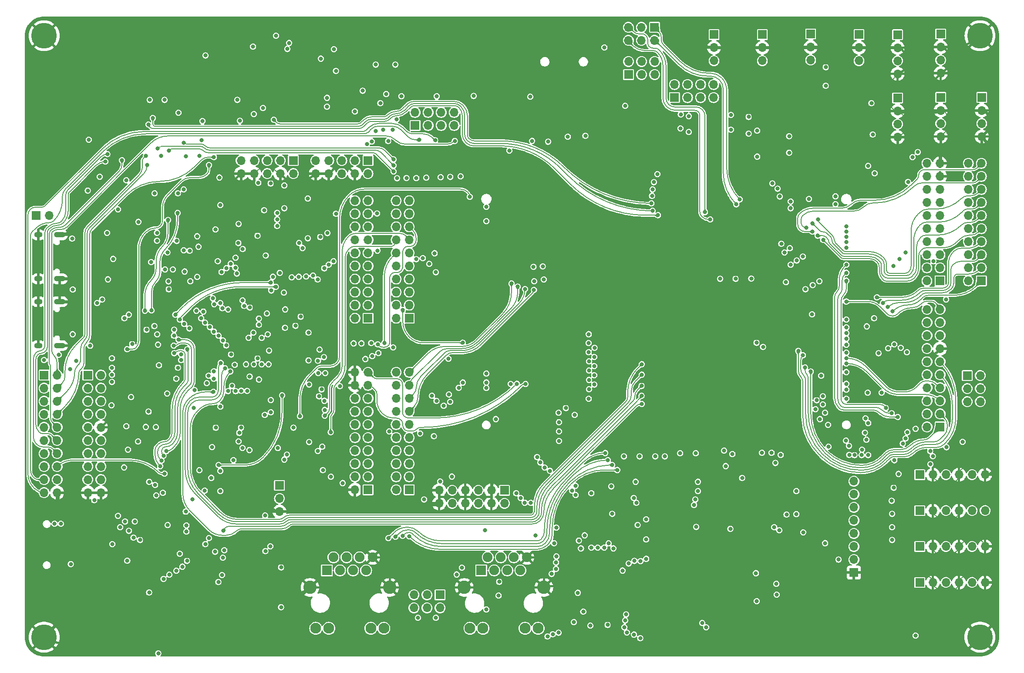
<source format=gbr>
%TF.GenerationSoftware,KiCad,Pcbnew,7.0.1*%
%TF.CreationDate,2023-05-17T15:07:38+08:00*%
%TF.ProjectId,PSVB_EvalBoard,50535642-5f45-4766-916c-426f6172642e,rev?*%
%TF.SameCoordinates,Original*%
%TF.FileFunction,Copper,L4,Bot*%
%TF.FilePolarity,Positive*%
%FSLAX46Y46*%
G04 Gerber Fmt 4.6, Leading zero omitted, Abs format (unit mm)*
G04 Created by KiCad (PCBNEW 7.0.1) date 2023-05-17 15:07:38*
%MOMM*%
%LPD*%
G01*
G04 APERTURE LIST*
%TA.AperFunction,ComponentPad*%
%ADD10R,1.700000X1.700000*%
%TD*%
%TA.AperFunction,ComponentPad*%
%ADD11O,1.700000X1.700000*%
%TD*%
%TA.AperFunction,ComponentPad*%
%ADD12C,5.000000*%
%TD*%
%TA.AperFunction,ComponentPad*%
%ADD13O,2.200000X1.100000*%
%TD*%
%TA.AperFunction,ComponentPad*%
%ADD14O,1.600000X1.100000*%
%TD*%
%TA.AperFunction,ComponentPad*%
%ADD15R,1.900000X1.900000*%
%TD*%
%TA.AperFunction,ComponentPad*%
%ADD16C,1.900000*%
%TD*%
%TA.AperFunction,ComponentPad*%
%ADD17C,2.100000*%
%TD*%
%TA.AperFunction,ComponentPad*%
%ADD18C,2.600000*%
%TD*%
%TA.AperFunction,ViaPad*%
%ADD19C,0.800000*%
%TD*%
%TA.AperFunction,Conductor*%
%ADD20C,0.400000*%
%TD*%
%TA.AperFunction,Conductor*%
%ADD21C,0.600000*%
%TD*%
%TA.AperFunction,Conductor*%
%ADD22C,0.177800*%
%TD*%
%TA.AperFunction,Conductor*%
%ADD23C,0.200000*%
%TD*%
G04 APERTURE END LIST*
D10*
%TO.P,J9,1,1*%
%TO.N,/BTB_PG0*%
X125000000Y-122326400D03*
D11*
%TO.P,J9,2,2*%
%TO.N,/BTB_PG1*%
X122460000Y-122326400D03*
%TO.P,J9,3,3*%
%TO.N,/BTB_PG3*%
X125000000Y-119786400D03*
%TO.P,J9,4,4*%
%TO.N,/BTB_PG2*%
X122460000Y-119786400D03*
%TO.P,J9,5,5*%
%TO.N,/BTB_PG4*%
X125000000Y-117246400D03*
%TO.P,J9,6,6*%
%TO.N,/BTB_PB0*%
X122460000Y-117246400D03*
%TO.P,J9,7,7*%
%TO.N,/BTB_PG5*%
X125000000Y-114706400D03*
%TO.P,J9,8,8*%
%TO.N,/BTB_PB1*%
X122460000Y-114706400D03*
%TO.P,J9,9,9*%
%TO.N,/BTB_PE7*%
X125000000Y-112166400D03*
%TO.P,J9,10,10*%
%TO.N,/BTB_PB2*%
X122460000Y-112166400D03*
%TO.P,J9,11,11*%
%TO.N,/BTB_PE8*%
X125000000Y-109626400D03*
%TO.P,J9,12,12*%
%TO.N,/BTB_PG6*%
X122460000Y-109626400D03*
%TO.P,J9,13,13*%
%TO.N,/EXP_PIN3*%
X125000000Y-107086400D03*
%TO.P,J9,14,14*%
%TO.N,/AKINA_ETH_SCS*%
X122460000Y-107086400D03*
%TO.P,J9,15,15*%
%TO.N,/EXP_PIN4*%
X125000000Y-104546400D03*
%TO.P,J9,16,16*%
%TO.N,/AKINA_ETH_SCK*%
X122460000Y-104546400D03*
%TO.P,J9,17,17*%
%TO.N,/EXP_PIN5*%
X125000000Y-102006400D03*
%TO.P,J9,18,18*%
%TO.N,/AKINA_ETH_SDI*%
X122460000Y-102006400D03*
%TO.P,J9,19,19*%
%TO.N,/EXP_PIN6*%
X125000000Y-99466400D03*
%TO.P,J9,20,20*%
%TO.N,/AKINA_ETH_SDO*%
X122460000Y-99466400D03*
%TD*%
D10*
%TO.P,AKINA_JTAG1,1,1*%
%TO.N,+3V3*%
X116987400Y-58262600D03*
D11*
%TO.P,AKINA_JTAG1,2,2*%
X116987400Y-60802600D03*
%TO.P,AKINA_JTAG1,3,3*%
%TO.N,/AD4*%
X114447400Y-58262600D03*
%TO.P,AKINA_JTAG1,4,4*%
%TO.N,VSS*%
X114447400Y-60802600D03*
%TO.P,AKINA_JTAG1,5,5*%
%TO.N,/AD1*%
X111907400Y-58262600D03*
%TO.P,AKINA_JTAG1,6,6*%
%TO.N,/AKINA_JTDO*%
X111907400Y-60802600D03*
%TO.P,AKINA_JTAG1,7,7*%
%TO.N,/AD3*%
X109367400Y-58262600D03*
%TO.P,AKINA_JTAG1,8,8*%
%TO.N,VSS*%
X109367400Y-60802600D03*
%TO.P,AKINA_JTAG1,9,9*%
%TO.N,/AD0*%
X106827400Y-58262600D03*
%TO.P,AKINA_JTAG1,10,10*%
%TO.N,VSS*%
X106827400Y-60802600D03*
%TD*%
D12*
%TO.P,T1,1,1*%
%TO.N,VSS*%
X54000000Y-34000000D03*
%TD*%
D10*
%TO.P,J22,1,1*%
%TO.N,/CMP2_IP1*%
X224282000Y-133350000D03*
D11*
%TO.P,J22,2,2*%
%TO.N,VSS*%
X226822000Y-133350000D03*
%TO.P,J22,3,3*%
%TO.N,/CMP2_IP2*%
X229362000Y-133350000D03*
%TO.P,J22,4,4*%
%TO.N,VSS*%
X231902000Y-133350000D03*
%TO.P,J22,5,5*%
%TO.N,/CMP2_IP3*%
X234442000Y-133350000D03*
%TO.P,J22,6,6*%
%TO.N,VSS*%
X236982000Y-133350000D03*
%TD*%
D10*
%TO.P,J13,1,1*%
%TO.N,Net-(C99-Pad2)*%
X233522600Y-100091000D03*
D11*
%TO.P,J13,2,2*%
%TO.N,/TP24*%
X236062600Y-100091000D03*
%TO.P,J13,3,3*%
%TO.N,Net-(C99-Pad2)*%
X233522600Y-102631000D03*
%TO.P,J13,4,4*%
%TO.N,/TP25*%
X236062600Y-102631000D03*
%TO.P,J13,5,5*%
%TO.N,Net-(C99-Pad2)*%
X233522600Y-105171000D03*
%TO.P,J13,6,6*%
%TO.N,Net-(J13-Pad6)*%
X236062600Y-105171000D03*
%TD*%
D10*
%TO.P,J21,1,1*%
%TO.N,/CMP1_IP4*%
X224282000Y-126365000D03*
D11*
%TO.P,J21,2,2*%
%TO.N,VSS*%
X226822000Y-126365000D03*
%TO.P,J21,3,3*%
%TO.N,/CMP1_IP5*%
X229362000Y-126365000D03*
%TO.P,J21,4,4*%
%TO.N,VSS*%
X231902000Y-126365000D03*
%TO.P,J21,5,5*%
%TO.N,/CMP1_IN*%
X234442000Y-126365000D03*
%TO.P,J21,6,6*%
%TO.N,Net-(J21-Pad6)*%
X236982000Y-126365000D03*
%TD*%
D10*
%TO.P,J28,1,1*%
%TO.N,/ADC123_IN13*%
X99771200Y-121462800D03*
D11*
%TO.P,J28,2,2*%
%TO.N,/TP27*%
X99771200Y-124002800D03*
%TO.P,J28,3,3*%
%TO.N,VSS*%
X99771200Y-126542800D03*
%TD*%
D10*
%TO.P,J29,1,1*%
%TO.N,/AKINA_USART1_TX*%
X167655000Y-41559400D03*
D11*
%TO.P,J29,2,2*%
%TO.N,/AKINA_USART1_RX*%
X167655000Y-39019400D03*
%TO.P,J29,3,3*%
%TO.N,/FT_USART2_RX*%
X170195000Y-41559400D03*
%TO.P,J29,4,4*%
%TO.N,/FT_USART2_TX*%
X170195000Y-39019400D03*
%TO.P,J29,5,5*%
%TO.N,/AKINA_USART2_TX*%
X172735000Y-41559400D03*
%TO.P,J29,6,6*%
%TO.N,/AKINA_USART2_RX*%
X172735000Y-39019400D03*
%TD*%
D10*
%TO.P,J8,1,1*%
%TO.N,/BTB_PC1*%
X228244400Y-110083600D03*
D11*
%TO.P,J8,2,2*%
%TO.N,/BTB_PE2*%
X225704400Y-110083600D03*
%TO.P,J8,3,3*%
%TO.N,/BTB_PC2*%
X228244400Y-107543600D03*
%TO.P,J8,4,4*%
%TO.N,/BTB_PE3*%
X225704400Y-107543600D03*
%TO.P,J8,5,5*%
%TO.N,/EXP_PIN1*%
X228244400Y-105003600D03*
%TO.P,J8,6,6*%
%TO.N,/BTB_PE4*%
X225704400Y-105003600D03*
%TO.P,J8,7,7*%
%TO.N,/BTB_PC13*%
X228244400Y-102463600D03*
%TO.P,J8,8,8*%
%TO.N,/BTB_PE5*%
X225704400Y-102463600D03*
%TO.P,J8,9,9*%
%TO.N,/BTB_PC14*%
X228244400Y-99923600D03*
%TO.P,J8,10,10*%
%TO.N,/BTB_PE6*%
X225704400Y-99923600D03*
%TO.P,J8,11,11*%
%TO.N,/BTB_PC15*%
X228244400Y-97383600D03*
%TO.P,J8,12,12*%
%TO.N,/AKINA_KEY1*%
X225704400Y-97383600D03*
%TO.P,J8,13,13*%
%TO.N,VSS*%
X228244400Y-94843600D03*
%TO.P,J8,14,14*%
%TO.N,/AKINA_KEY2*%
X225704400Y-94843600D03*
%TO.P,J8,15,15*%
%TO.N,/BTB_PF9*%
X228244400Y-92303600D03*
%TO.P,J8,16,16*%
%TO.N,/AKINA_KEY3*%
X225704400Y-92303600D03*
%TO.P,J8,17,17*%
%TO.N,/BTB_PF10*%
X228244400Y-89763600D03*
%TO.P,J8,18,18*%
%TO.N,/AKINA_KEY4*%
X225704400Y-89763600D03*
%TO.P,J8,19,19*%
%TO.N,/EXP_PIN2*%
X228244400Y-87223600D03*
%TO.P,J8,20,20*%
%TO.N,/BTB_PC0*%
X225704400Y-87223600D03*
%TD*%
D10*
%TO.P,J26,1,1*%
%TO.N,/OPAMP3_IP*%
X203073000Y-33655000D03*
D11*
%TO.P,J26,2,2*%
%TO.N,VSS*%
X203073000Y-36195000D03*
%TO.P,J26,3,3*%
%TO.N,/OPAMP3_IN*%
X203073000Y-38735000D03*
%TD*%
D12*
%TO.P,T4,1,1*%
%TO.N,VSS*%
X235983200Y-150971600D03*
%TD*%
D13*
%TO.P,USB2,S1,SHELL*%
%TO.N,VSS*%
X57030000Y-85730000D03*
%TO.P,USB2,S2,SHELL*%
X57030000Y-94275000D03*
D14*
%TO.P,USB2,S3,SHELL*%
X52850000Y-85730000D03*
%TO.P,USB2,S4,SHELL*%
X52850000Y-94275000D03*
%TD*%
D10*
%TO.P,J14,1,1*%
%TO.N,Net-(J14-Pad1)*%
X219964000Y-33792000D03*
D11*
%TO.P,J14,2,2*%
%TO.N,VSS*%
X219964000Y-36332000D03*
%TO.P,J14,3,3*%
%TO.N,Net-(J14-Pad3)*%
X219964000Y-38872000D03*
%TO.P,J14,4,4*%
%TO.N,VSS*%
X219964000Y-41412000D03*
%TD*%
D10*
%TO.P,J12,1,1*%
%TO.N,/AKINA_ADC_IN4*%
X236270800Y-81686400D03*
D11*
%TO.P,J12,2,2*%
%TO.N,Net-(C99-Pad2)*%
X233730800Y-81686400D03*
%TO.P,J12,3,3*%
%TO.N,/AKINA_ADC_IN5*%
X236270800Y-79146400D03*
%TO.P,J12,4,4*%
%TO.N,Net-(C99-Pad2)*%
X233730800Y-79146400D03*
%TO.P,J12,5,5*%
%TO.N,/AKINA_ADC_IN6*%
X236270800Y-76606400D03*
%TO.P,J12,6,6*%
%TO.N,Net-(C99-Pad2)*%
X233730800Y-76606400D03*
%TO.P,J12,7,7*%
%TO.N,/AKINA_ADC_IN7*%
X236270800Y-74066400D03*
%TO.P,J12,8,8*%
%TO.N,Net-(C99-Pad2)*%
X233730800Y-74066400D03*
%TO.P,J12,9,9*%
%TO.N,/AKINA_ADC_IN8*%
X236270800Y-71526400D03*
%TO.P,J12,10,10*%
%TO.N,Net-(C99-Pad2)*%
X233730800Y-71526400D03*
%TO.P,J12,11,11*%
%TO.N,/AKINA_ADC_IN9*%
X236270800Y-68986400D03*
%TO.P,J12,12,12*%
%TO.N,Net-(C99-Pad2)*%
X233730800Y-68986400D03*
%TO.P,J12,13,13*%
%TO.N,/AKINA_ADC_IN10*%
X236270800Y-66446400D03*
%TO.P,J12,14,14*%
%TO.N,Net-(C99-Pad2)*%
X233730800Y-66446400D03*
%TO.P,J12,15,15*%
%TO.N,/AKINA_ADC_IN11*%
X236270800Y-63906400D03*
%TO.P,J12,16,16*%
%TO.N,Net-(C99-Pad2)*%
X233730800Y-63906400D03*
%TO.P,J12,17,17*%
%TO.N,/AKINA_ADC_IN12*%
X236270800Y-61366400D03*
%TO.P,J12,18,18*%
%TO.N,Net-(C99-Pad2)*%
X233730800Y-61366400D03*
%TO.P,J12,19,19*%
%TO.N,/AKINA_ADC_IN13*%
X236270800Y-58826400D03*
%TO.P,J12,20,20*%
%TO.N,Net-(C99-Pad2)*%
X233730800Y-58826400D03*
%TD*%
D15*
%TO.P,ETH2,1,P1/TD+*%
%TO.N,/ETH2_TXP*%
X109000000Y-138000000D03*
D16*
%TO.P,ETH2,2,P2/TD-*%
%TO.N,/ETH2_TXN*%
X110270000Y-135460000D03*
%TO.P,ETH2,3,P3/RD+*%
%TO.N,/ETH2_RXP*%
X111540000Y-138000000D03*
%TO.P,ETH2,4,P4/CT*%
%TO.N,+3V3*%
X112810000Y-135460000D03*
%TO.P,ETH2,5,P5/CT*%
X114080000Y-138000000D03*
%TO.P,ETH2,6,P6/RD-*%
%TO.N,/ETH2_RXN*%
X115350000Y-135460000D03*
%TO.P,ETH2,7,P7/NC*%
%TO.N,unconnected-(ETH2-P7{slash}NC-Pad7)*%
X116620000Y-138000000D03*
%TO.P,ETH2,8,P8/GND*%
%TO.N,VSS*%
X117890000Y-135460000D03*
D17*
%TO.P,ETH2,9*%
%TO.N,Net-(ETH2-Pad9)*%
X106820000Y-149250000D03*
%TO.P,ETH2,10*%
%TO.N,/STM32_ETH_ELINK*%
X109360000Y-149250000D03*
%TO.P,ETH2,11*%
X117530000Y-149250000D03*
%TO.P,ETH2,12*%
%TO.N,Net-(ETH2-Pad12)*%
X120070000Y-149250000D03*
D18*
%TO.P,ETH2,13,SH*%
%TO.N,VSS*%
X105700000Y-141300000D03*
%TO.P,ETH2,14,SH*%
X121190000Y-141300000D03*
%TD*%
D10*
%TO.P,ST_JTAG1,1,1*%
%TO.N,+3V3*%
X102463600Y-58267600D03*
D11*
%TO.P,ST_JTAG1,2,2*%
X102463600Y-60807600D03*
%TO.P,ST_JTAG1,3,3*%
%TO.N,/AD4*%
X99923600Y-58267600D03*
%TO.P,ST_JTAG1,4,4*%
%TO.N,VSS*%
X99923600Y-60807600D03*
%TO.P,ST_JTAG1,5,5*%
%TO.N,/ST_JTDI*%
X97383600Y-58267600D03*
%TO.P,ST_JTAG1,6,6*%
%TO.N,/ST_JTDO*%
X97383600Y-60807600D03*
%TO.P,ST_JTAG1,7,7*%
%TO.N,/AD3*%
X94843600Y-58267600D03*
%TO.P,ST_JTAG1,8,8*%
%TO.N,VSS*%
X94843600Y-60807600D03*
%TO.P,ST_JTAG1,9,9*%
%TO.N,/AD0*%
X92303600Y-58267600D03*
%TO.P,ST_JTAG1,10,10*%
%TO.N,VSS*%
X92303600Y-60807600D03*
%TD*%
D10*
%TO.P,J7,1,1*%
%TO.N,/AKINA_I2C1_SCL*%
X228219000Y-81686400D03*
D11*
%TO.P,J7,2,2*%
%TO.N,/AKINA_SCREEN_RST*%
X225679000Y-81686400D03*
%TO.P,J7,3,3*%
%TO.N,/AKINA_I2C1_SDA*%
X228219000Y-79146400D03*
%TO.P,J7,4,4*%
%TO.N,/AKINA_D_C*%
X225679000Y-79146400D03*
%TO.P,J7,5,5*%
%TO.N,/AKINA_SPI1_SCK*%
X228219000Y-76606400D03*
%TO.P,J7,6,6*%
%TO.N,/AKINA_BLK*%
X225679000Y-76606400D03*
%TO.P,J7,7,7*%
%TO.N,/AKINA_SPI1_MISO*%
X228219000Y-74066400D03*
%TO.P,J7,8,8*%
%TO.N,/AKINA_SPI2_SCK*%
X225679000Y-74066400D03*
%TO.P,J7,9,9*%
%TO.N,/AKINA_SPI1_MOSI*%
X228219000Y-71526400D03*
%TO.P,J7,10,10*%
%TO.N,/AKINA_SPI2_MOSI*%
X225679000Y-71526400D03*
%TO.P,J7,11,11*%
%TO.N,/AKINA_SPI1_NSS*%
X228219000Y-68986400D03*
%TO.P,J7,12,12*%
%TO.N,/AKINA_SPI2_NSS*%
X225679000Y-68986400D03*
%TO.P,J7,13,13*%
%TO.N,/AKINA_I2C2_SCL*%
X228219000Y-66446400D03*
%TO.P,J7,14,14*%
%TO.N,/AKINA_LED0*%
X225679000Y-66446400D03*
%TO.P,J7,15,15*%
%TO.N,/AKINA_I2C2_SDA*%
X228219000Y-63906400D03*
%TO.P,J7,16,16*%
%TO.N,/AKINA_LED1*%
X225679000Y-63906400D03*
%TO.P,J7,17,17*%
%TO.N,VSS*%
X228219000Y-61366400D03*
%TO.P,J7,18,18*%
%TO.N,/AKINA_LED2*%
X225679000Y-61366400D03*
%TO.P,J7,19,19*%
%TO.N,VSS*%
X228219000Y-58826400D03*
%TO.P,J7,20,20*%
%TO.N,/AKINA_LED3*%
X225679000Y-58826400D03*
%TD*%
D10*
%TO.P,J25,1,1*%
%TO.N,/OPAMP2_IP*%
X193675000Y-33782000D03*
D11*
%TO.P,J25,2,2*%
%TO.N,VSS*%
X193675000Y-36322000D03*
%TO.P,J25,3,3*%
%TO.N,/OPAMP2_IN*%
X193675000Y-38862000D03*
%TD*%
D10*
%TO.P,J30,1,1*%
%TO.N,/AKINA_USART3_TX*%
X172705000Y-32354600D03*
D11*
%TO.P,J30,2,2*%
%TO.N,/AKINA_USART3_RX*%
X172705000Y-34894600D03*
%TO.P,J30,3,3*%
%TO.N,/FT_USART2_RX*%
X170165000Y-32354600D03*
%TO.P,J30,4,4*%
%TO.N,/FT_USART2_TX*%
X170165000Y-34894600D03*
%TO.P,J30,5,5*%
%TO.N,/AKINA_USART4_TX*%
X167625000Y-32354600D03*
%TO.P,J30,6,6*%
%TO.N,/AKINA_USART4_RX*%
X167625000Y-34894600D03*
%TD*%
D10*
%TO.P,J20,1,1*%
%TO.N,/CMP1_IP1*%
X224282000Y-119380000D03*
D11*
%TO.P,J20,2,2*%
%TO.N,VSS*%
X226822000Y-119380000D03*
%TO.P,J20,3,3*%
%TO.N,/CMP1_IP2*%
X229362000Y-119380000D03*
%TO.P,J20,4,4*%
%TO.N,VSS*%
X231902000Y-119380000D03*
%TO.P,J20,5,5*%
%TO.N,/CMP1_IP3*%
X234442000Y-119380000D03*
%TO.P,J20,6,6*%
%TO.N,VSS*%
X236982000Y-119380000D03*
%TD*%
D10*
%TO.P,J17,1,1*%
%TO.N,Net-(J17-Pad1)*%
X219964000Y-46126400D03*
D11*
%TO.P,J17,2,2*%
%TO.N,VSS*%
X219964000Y-48666400D03*
%TO.P,J17,3,3*%
%TO.N,Net-(J17-Pad3)*%
X219964000Y-51206400D03*
%TO.P,J17,4,4*%
%TO.N,VSS*%
X219964000Y-53746400D03*
%TD*%
D10*
%TO.P,SCREEN1,1,GND*%
%TO.N,VSS*%
X211480400Y-138430000D03*
D11*
%TO.P,SCREEN1,2,VCC*%
%TO.N,+3V3*%
X211480400Y-135890000D03*
%TO.P,SCREEN1,3,SCL*%
%TO.N,/AKINA_SPI2_SCK*%
X211480400Y-133350000D03*
%TO.P,SCREEN1,4,SDA*%
%TO.N,/AKINA_SPI2_MOSI*%
X211480400Y-130810000D03*
%TO.P,SCREEN1,5,~{RESET}*%
%TO.N,Net-(SCREEN1-~{RESET})*%
X211480400Y-128270000D03*
%TO.P,SCREEN1,6,D/C*%
%TO.N,/AKINA_D_C*%
X211480400Y-125730000D03*
%TO.P,SCREEN1,7,CS*%
%TO.N,/AKINA_SPI2_NSS*%
X211480400Y-123190000D03*
%TO.P,SCREEN1,8,BLK*%
%TO.N,/AKINA_BLK*%
X211480400Y-120650000D03*
%TD*%
D10*
%TO.P,J3,1,1*%
%TO.N,/PE2*%
X54000000Y-100000000D03*
D11*
%TO.P,J3,2,2*%
%TO.N,/PF2*%
X56540000Y-100000000D03*
%TO.P,J3,3,3*%
%TO.N,/PE3*%
X54000000Y-102540000D03*
%TO.P,J3,4,4*%
%TO.N,/PF3*%
X56540000Y-102540000D03*
%TO.P,J3,5,5*%
%TO.N,/PE4*%
X54000000Y-105080000D03*
%TO.P,J3,6,6*%
%TO.N,/PF4*%
X56540000Y-105080000D03*
%TO.P,J3,7,7*%
%TO.N,/PE5*%
X54000000Y-107620000D03*
%TO.P,J3,8,8*%
%TO.N,/PF5*%
X56540000Y-107620000D03*
%TO.P,J3,9,9*%
%TO.N,/PE6*%
X54000000Y-110160000D03*
%TO.P,J3,10,10*%
%TO.N,/PF6*%
X56540000Y-110160000D03*
%TO.P,J3,11,11*%
%TO.N,/PC13*%
X54000000Y-112700000D03*
%TO.P,J3,12,12*%
%TO.N,/PF7*%
X56540000Y-112700000D03*
%TO.P,J3,13,13*%
%TO.N,/PC14*%
X54000000Y-115240000D03*
%TO.P,J3,14,14*%
%TO.N,/PF8*%
X56540000Y-115240000D03*
%TO.P,J3,15,15*%
%TO.N,/PC15*%
X54000000Y-117780000D03*
%TO.P,J3,16,16*%
%TO.N,/STM32_USB_ID*%
X56540000Y-117780000D03*
%TO.P,J3,17,17*%
%TO.N,/PF0*%
X54000000Y-120320000D03*
%TO.P,J3,18,18*%
%TO.N,/PF10*%
X56540000Y-120320000D03*
%TO.P,J3,19,19*%
%TO.N,/PF1*%
X54000000Y-122860000D03*
%TO.P,J3,20,20*%
%TO.N,VSS*%
X56540000Y-122860000D03*
%TD*%
D10*
%TO.P,J19,1,1*%
%TO.N,/AKINA_PA10*%
X176590800Y-46029800D03*
D11*
%TO.P,J19,2,2*%
%TO.N,/AKINA_OPAMP1_IP*%
X176590800Y-43489800D03*
%TO.P,J19,3,3*%
%TO.N,/AKINA_PA10*%
X179130800Y-46029800D03*
%TO.P,J19,4,4*%
%TO.N,/MCPWM_CH4*%
X179130800Y-43489800D03*
%TO.P,J19,5,5*%
%TO.N,/AKINA_PA9*%
X181670800Y-46029800D03*
%TO.P,J19,6,6*%
%TO.N,/AKINA_OPAMP1_IN*%
X181670800Y-43489800D03*
%TO.P,J19,7,7*%
%TO.N,/AKINA_PA9*%
X184210800Y-46029800D03*
%TO.P,J19,8,8*%
%TO.N,/MCPWM_CH4N*%
X184210800Y-43489800D03*
%TD*%
D10*
%TO.P,J27,1,1*%
%TO.N,/OPAMP4_IP*%
X212471000Y-33782000D03*
D11*
%TO.P,J27,2,2*%
%TO.N,VSS*%
X212471000Y-36322000D03*
%TO.P,J27,3,3*%
%TO.N,/OPAMP4_IN*%
X212471000Y-38862000D03*
%TD*%
D10*
%TO.P,J16,1,1*%
%TO.N,Net-(J16-Pad1)*%
X228346000Y-45984000D03*
D11*
%TO.P,J16,2,2*%
%TO.N,VSS*%
X228346000Y-48524000D03*
%TO.P,J16,3,3*%
%TO.N,Net-(J16-Pad3)*%
X228346000Y-51064000D03*
%TO.P,J16,4,4*%
%TO.N,VSS*%
X228346000Y-53604000D03*
%TD*%
D10*
%TO.P,J4,1,1*%
%TO.N,/PD8*%
X117000000Y-122326400D03*
D11*
%TO.P,J4,2,2*%
%TO.N,VSS*%
X114460000Y-122326400D03*
%TO.P,J4,3,3*%
%TO.N,/PD9*%
X117000000Y-119786400D03*
%TO.P,J4,4,4*%
%TO.N,/PG4*%
X114460000Y-119786400D03*
%TO.P,J4,5,5*%
%TO.N,/PD10*%
X117000000Y-117246400D03*
%TO.P,J4,6,6*%
%TO.N,/PG5*%
X114460000Y-117246400D03*
%TO.P,J4,7,7*%
%TO.N,/PD11*%
X117000000Y-114706400D03*
%TO.P,J4,8,8*%
%TO.N,/PG6*%
X114460000Y-114706400D03*
%TO.P,J4,9,9*%
%TO.N,/PD12*%
X117000000Y-112166400D03*
%TO.P,J4,10,10*%
%TO.N,/PG7*%
X114460000Y-112166400D03*
%TO.P,J4,11,11*%
%TO.N,/PD13*%
X117000000Y-109626400D03*
%TO.P,J4,12,12*%
%TO.N,/STM32_SPI6_NSS*%
X114460000Y-109626400D03*
%TO.P,J4,13,13*%
%TO.N,/PD14*%
X117000000Y-107086400D03*
%TO.P,J4,14,14*%
%TO.N,/PC6*%
X114460000Y-107086400D03*
%TO.P,J4,15,15*%
%TO.N,/PD15*%
X117000000Y-104546400D03*
%TO.P,J4,16,16*%
%TO.N,/PC7*%
X114460000Y-104546400D03*
%TO.P,J4,17,17*%
%TO.N,/PG2*%
X117000000Y-102006400D03*
%TO.P,J4,18,18*%
%TO.N,VSS*%
X114460000Y-102006400D03*
%TO.P,J4,19,19*%
%TO.N,/PG3*%
X117000000Y-99466400D03*
%TO.P,J4,20,20*%
%TO.N,VSS*%
X114460000Y-99466400D03*
%TD*%
D10*
%TO.P,J11,1,1*%
%TO.N,/ST_HALL_CH1*%
X143510000Y-122423000D03*
D11*
%TO.P,J11,2,2*%
%TO.N,Net-(J11-Pad2)*%
X143510000Y-124963000D03*
%TO.P,J11,3,3*%
%TO.N,VSS*%
X140970000Y-122423000D03*
%TO.P,J11,4,4*%
X140970000Y-124963000D03*
%TO.P,J11,5,5*%
%TO.N,/ST_HALL_CH2*%
X138430000Y-122423000D03*
%TO.P,J11,6,6*%
%TO.N,Net-(J11-Pad6)*%
X138430000Y-124963000D03*
%TO.P,J11,7,7*%
%TO.N,VSS*%
X135890000Y-122423000D03*
%TO.P,J11,8,8*%
X135890000Y-124963000D03*
%TO.P,J11,9,9*%
%TO.N,/ST_HALL_CH3*%
X133350000Y-122423000D03*
%TO.P,J11,10,10*%
%TO.N,Net-(J11-Pad10)*%
X133350000Y-124963000D03*
%TO.P,J11,11,11*%
%TO.N,VSS*%
X130810000Y-122423000D03*
%TO.P,J11,12,12*%
X130810000Y-124963000D03*
%TD*%
D10*
%TO.P,J10,1,1*%
%TO.N,/BTB_PD8*%
X125000000Y-88948000D03*
D11*
%TO.P,J10,2,2*%
%TO.N,/EXP_PIN12*%
X122460000Y-88948000D03*
%TO.P,J10,3,3*%
%TO.N,/BTB_PD9*%
X125000000Y-86408000D03*
%TO.P,J10,4,4*%
%TO.N,/EXP_PIN11*%
X122460000Y-86408000D03*
%TO.P,J10,5,5*%
%TO.N,/BTB_PD10*%
X125000000Y-83868000D03*
%TO.P,J10,6,6*%
%TO.N,/EXP_PIN10*%
X122460000Y-83868000D03*
%TO.P,J10,7,7*%
%TO.N,/BTB_PD11*%
X125000000Y-81328000D03*
%TO.P,J10,8,8*%
%TO.N,/EXP_PIN9*%
X122460000Y-81328000D03*
%TO.P,J10,9,9*%
%TO.N,/BTB_PD12*%
X125000000Y-78788000D03*
%TO.P,J10,10,10*%
%TO.N,/EXP_PIN8*%
X122460000Y-78788000D03*
%TO.P,J10,11,11*%
%TO.N,/BTB_PD13*%
X125000000Y-76248000D03*
%TO.P,J10,12,12*%
%TO.N,/BTB_PC7*%
X122460000Y-76248000D03*
%TO.P,J10,13,13*%
%TO.N,/BTB_PD14*%
X125000000Y-73708000D03*
%TO.P,J10,14,14*%
%TO.N,/BTB_PC6*%
X122460000Y-73708000D03*
%TO.P,J10,15,15*%
%TO.N,/BTB_PD15*%
X125000000Y-71168000D03*
%TO.P,J10,16,16*%
%TO.N,/EXP_PIN7*%
X122460000Y-71168000D03*
%TO.P,J10,17,17*%
%TO.N,/BTB_PD0*%
X125000000Y-68628000D03*
%TO.P,J10,18,18*%
%TO.N,/EXP_PIN13*%
X122460000Y-68628000D03*
%TO.P,J10,19,19*%
%TO.N,/BTB_PD1*%
X125000000Y-66088000D03*
%TO.P,J10,20,20*%
%TO.N,/BTB_PD3*%
X122460000Y-66088000D03*
%TD*%
D15*
%TO.P,ETH1,1,P1/TD+*%
%TO.N,/ETH1_TXP*%
X139000000Y-138000000D03*
D16*
%TO.P,ETH1,2,P2/TD-*%
%TO.N,/ETH1_TXN*%
X140270000Y-135460000D03*
%TO.P,ETH1,3,P3/RD+*%
%TO.N,/ETH1_RXP*%
X141540000Y-138000000D03*
%TO.P,ETH1,4,P4/CT*%
%TO.N,+3V3*%
X142810000Y-135460000D03*
%TO.P,ETH1,5,P5/CT*%
X144080000Y-138000000D03*
%TO.P,ETH1,6,P6/RD-*%
%TO.N,/ETH1_RXN*%
X145350000Y-135460000D03*
%TO.P,ETH1,7,P7/NC*%
%TO.N,unconnected-(ETH1-P7{slash}NC-Pad7)*%
X146620000Y-138000000D03*
%TO.P,ETH1,8,P8/GND*%
%TO.N,VSS*%
X147890000Y-135460000D03*
D17*
%TO.P,ETH1,9*%
%TO.N,Net-(ETH1-Pad9)*%
X136820000Y-149250000D03*
%TO.P,ETH1,10*%
%TO.N,/AKINA_ETH_ELINK*%
X139360000Y-149250000D03*
%TO.P,ETH1,11*%
X147530000Y-149250000D03*
%TO.P,ETH1,12*%
%TO.N,Net-(ETH1-Pad12)*%
X150070000Y-149250000D03*
D18*
%TO.P,ETH1,13,SH*%
%TO.N,VSS*%
X135700000Y-141300000D03*
%TO.P,ETH1,14,SH*%
X151190000Y-141300000D03*
%TD*%
D10*
%TO.P,J5,1,1*%
%TO.N,/PC0*%
X62500000Y-100000000D03*
D11*
%TO.P,J5,2,2*%
%TO.N,+3V3*%
X65040000Y-100000000D03*
%TO.P,J5,3,3*%
%TO.N,/PC1*%
X62500000Y-102540000D03*
%TO.P,J5,4,4*%
%TO.N,+3V3*%
X65040000Y-102540000D03*
%TO.P,J5,5,5*%
%TO.N,/PC2*%
X62500000Y-105080000D03*
%TO.P,J5,6,6*%
%TO.N,/PB0*%
X65040000Y-105080000D03*
%TO.P,J5,7,7*%
%TO.N,/PA0*%
X62500000Y-107620000D03*
%TO.P,J5,8,8*%
%TO.N,/PB1*%
X65040000Y-107620000D03*
%TO.P,J5,9,9*%
%TO.N,/PA1*%
X62500000Y-110160000D03*
%TO.P,J5,10,10*%
%TO.N,VSS*%
X65040000Y-110160000D03*
%TO.P,J5,11,11*%
%TO.N,/PA2*%
X62500000Y-112700000D03*
%TO.P,J5,12,12*%
%TO.N,/PG0*%
X65040000Y-112700000D03*
%TO.P,J5,13,13*%
%TO.N,/PA3*%
X62500000Y-115240000D03*
%TO.P,J5,14,14*%
%TO.N,/PG1*%
X65040000Y-115240000D03*
%TO.P,J5,15,15*%
%TO.N,/PA6*%
X62500000Y-117780000D03*
%TO.P,J5,16,16*%
%TO.N,/PE7*%
X65040000Y-117780000D03*
%TO.P,J5,17,17*%
%TO.N,/PA7*%
X62500000Y-120320000D03*
%TO.P,J5,18,18*%
%TO.N,/PE8*%
X65040000Y-120320000D03*
%TO.P,J5,19,19*%
%TO.N,VSS*%
X62500000Y-122860000D03*
%TO.P,J5,20,20*%
X65040000Y-122860000D03*
%TD*%
D12*
%TO.P,T2,1,1*%
%TO.N,VSS*%
X54000000Y-151000000D03*
%TD*%
D10*
%TO.P,J24,1,1*%
%TO.N,/OPAMP1_IP*%
X184277000Y-33782000D03*
D11*
%TO.P,J24,2,2*%
%TO.N,VSS*%
X184277000Y-36322000D03*
%TO.P,J24,3,3*%
%TO.N,/OPAMP1_IN*%
X184277000Y-38862000D03*
%TD*%
D10*
%TO.P,J6,1,1*%
%TO.N,/PC8*%
X117000000Y-88948000D03*
D11*
%TO.P,J6,2,2*%
%TO.N,/PD0*%
X114460000Y-88948000D03*
%TO.P,J6,3,3*%
%TO.N,/PC9*%
X117000000Y-86408000D03*
%TO.P,J6,4,4*%
%TO.N,/PD1*%
X114460000Y-86408000D03*
%TO.P,J6,5,5*%
%TO.N,/PA8*%
X117000000Y-83868000D03*
%TO.P,J6,6,6*%
%TO.N,/PD2*%
X114460000Y-83868000D03*
%TO.P,J6,7,7*%
%TO.N,/PA9*%
X117000000Y-81328000D03*
%TO.P,J6,8,8*%
%TO.N,/PD3*%
X114460000Y-81328000D03*
%TO.P,J6,9,9*%
%TO.N,/PA10*%
X117000000Y-78788000D03*
%TO.P,J6,10,10*%
%TO.N,/PD4*%
X114460000Y-78788000D03*
%TO.P,J6,11,11*%
%TO.N,/PA11*%
X117000000Y-76248000D03*
%TO.P,J6,12,12*%
%TO.N,/PD5*%
X114460000Y-76248000D03*
%TO.P,J6,13,13*%
%TO.N,/PA12*%
X117000000Y-73708000D03*
%TO.P,J6,14,14*%
%TO.N,/PD6*%
X114460000Y-73708000D03*
%TO.P,J6,15,15*%
%TO.N,/PC10*%
X117000000Y-71168000D03*
%TO.P,J6,16,16*%
%TO.N,/PD7*%
X114460000Y-71168000D03*
%TO.P,J6,17,17*%
%TO.N,/PC11*%
X117000000Y-68628000D03*
%TO.P,J6,18,18*%
%TO.N,+3V3*%
X114460000Y-68628000D03*
%TO.P,J6,19,19*%
%TO.N,/PC12*%
X117000000Y-66088000D03*
%TO.P,J6,20,20*%
%TO.N,+3V3*%
X114460000Y-66088000D03*
%TD*%
D10*
%TO.P,J2,1,1*%
%TO.N,/VBUS*%
X52471400Y-68986400D03*
D11*
%TO.P,J2,2,2*%
%TO.N,Net-(J2-Pad2)*%
X55011400Y-68986400D03*
%TD*%
D10*
%TO.P,J18,1,1*%
%TO.N,Net-(J18-Pad1)*%
X236347000Y-45984000D03*
D11*
%TO.P,J18,2,2*%
%TO.N,VSS*%
X236347000Y-48524000D03*
%TO.P,J18,3,3*%
%TO.N,Net-(J18-Pad3)*%
X236347000Y-51064000D03*
%TO.P,J18,4,4*%
%TO.N,VSS*%
X236347000Y-53604000D03*
%TD*%
D10*
%TO.P,J15,1,1*%
%TO.N,Net-(J15-Pad1)*%
X228346000Y-33665000D03*
D11*
%TO.P,J15,2,2*%
%TO.N,VSS*%
X228346000Y-36205000D03*
%TO.P,J15,3,3*%
%TO.N,Net-(J15-Pad3)*%
X228346000Y-38745000D03*
%TO.P,J15,4,4*%
%TO.N,VSS*%
X228346000Y-41285000D03*
%TD*%
D10*
%TO.P,J1,1,1*%
%TO.N,Net-(J1-Pad1)*%
X126136400Y-51460400D03*
D11*
%TO.P,J1,2,2*%
%TO.N,+3.3VA*%
X126136400Y-48920400D03*
%TO.P,J1,3,3*%
%TO.N,Net-(J1-Pad1)*%
X128676400Y-51460400D03*
%TO.P,J1,4,4*%
%TO.N,/REF_3V*%
X128676400Y-48920400D03*
%TO.P,J1,5,5*%
%TO.N,Net-(J1-Pad1)*%
X131216400Y-51460400D03*
%TO.P,J1,6,6*%
%TO.N,/REF_2.5V*%
X131216400Y-48920400D03*
%TO.P,J1,7,7*%
%TO.N,Net-(J1-Pad1)*%
X133756400Y-51460400D03*
%TO.P,J1,8,8*%
%TO.N,/REF_1.25V*%
X133756400Y-48920400D03*
%TD*%
D12*
%TO.P,T3,1,1*%
%TO.N,VSS*%
X236000000Y-34000000D03*
%TD*%
D10*
%TO.P,J23,1,1*%
%TO.N,/CMP2_IP4*%
X224282000Y-140335000D03*
D11*
%TO.P,J23,2,2*%
%TO.N,VSS*%
X226822000Y-140335000D03*
%TO.P,J23,3,3*%
%TO.N,/CMP2_IP5*%
X229362000Y-140335000D03*
%TO.P,J23,4,4*%
%TO.N,VSS*%
X231902000Y-140335000D03*
%TO.P,J23,5,5*%
%TO.N,/CMP2_IN*%
X234442000Y-140335000D03*
%TO.P,J23,6,6*%
%TO.N,VSS*%
X236982000Y-140335000D03*
%TD*%
D10*
%TO.P,J31,1,1*%
%TO.N,/ETH1_TXD*%
X130998200Y-142743000D03*
D11*
%TO.P,J31,2,2*%
%TO.N,/ETH1_RXD*%
X130998200Y-145283000D03*
%TO.P,J31,3,3*%
%TO.N,/FT_USART4_RX*%
X128458200Y-142743000D03*
%TO.P,J31,4,4*%
%TO.N,/FT_USART4_TX*%
X128458200Y-145283000D03*
%TO.P,J31,5,5*%
%TO.N,/ETH2_TXD*%
X125918200Y-142743000D03*
%TO.P,J31,6,6*%
%TO.N,/ETH2_RXD*%
X125918200Y-145283000D03*
%TD*%
D13*
%TO.P,USB1,S1,SHELL*%
%TO.N,VSS*%
X57030000Y-72730000D03*
%TO.P,USB1,S2,SHELL*%
X57030000Y-81275000D03*
D14*
%TO.P,USB1,S3,SHELL*%
X52850000Y-72730000D03*
%TO.P,USB1,S4,SHELL*%
X52850000Y-81275000D03*
%TD*%
D19*
%TO.N,VSS*%
X238760000Y-67945000D03*
X231775000Y-150495000D03*
X89281000Y-148463000D03*
X84988400Y-141782800D03*
X66446400Y-69850000D03*
X179959000Y-82296000D03*
X194106800Y-153416000D03*
X86258400Y-138582400D03*
X203200000Y-153670000D03*
X213614000Y-48387000D03*
X197764400Y-136448800D03*
X152400000Y-48666400D03*
X164795200Y-140093400D03*
X200787000Y-31496000D03*
X238760000Y-74549000D03*
X77978000Y-110134400D03*
X83058000Y-31242000D03*
X59791600Y-48209200D03*
X223012000Y-43815000D03*
X232410000Y-152527000D03*
X52832000Y-90424000D03*
X73101200Y-51866800D03*
X105206800Y-33731200D03*
X145542000Y-31369000D03*
X64516000Y-142189200D03*
X211988400Y-62992000D03*
X207772000Y-153670000D03*
X118110000Y-32816800D03*
X185166000Y-74422000D03*
X221488000Y-123698000D03*
X138074400Y-63042800D03*
X128574800Y-30937200D03*
X93980000Y-32918400D03*
X117729000Y-47244000D03*
X78994000Y-31242000D03*
X187706000Y-69723000D03*
X91821000Y-72390000D03*
X81026000Y-31242000D03*
X132689600Y-41706800D03*
X159359600Y-48666400D03*
X71120000Y-92202000D03*
X66548000Y-126187200D03*
X105410000Y-93470900D03*
X166928800Y-152857200D03*
X51308000Y-148209000D03*
X51435000Y-36957000D03*
X147701000Y-31369000D03*
X155905200Y-48666400D03*
X123393200Y-44348400D03*
X188315600Y-93014800D03*
X61163200Y-92151200D03*
X57785000Y-151257000D03*
X107289600Y-31089600D03*
X60962302Y-71524098D03*
X159054800Y-141020800D03*
X74803000Y-31242000D03*
X162204400Y-121615200D03*
X73406000Y-153162000D03*
X238379000Y-103886000D03*
X119634000Y-71120000D03*
X236093000Y-94107000D03*
X81737200Y-63093600D03*
X121005600Y-32816800D03*
X164973000Y-71755000D03*
X184658000Y-77343000D03*
X52959000Y-147320000D03*
X91389200Y-43281600D03*
X186588400Y-136753600D03*
X214680800Y-95554800D03*
X56769000Y-31242000D03*
X193294000Y-133248400D03*
X237109000Y-147320000D03*
X216027000Y-153797000D03*
X57531000Y-149479000D03*
X163449000Y-31369000D03*
X105410000Y-98806000D03*
X238252000Y-113665000D03*
X87122000Y-31242000D03*
X96469200Y-41351200D03*
X159105600Y-138988800D03*
X59842400Y-52578000D03*
X90424000Y-67056000D03*
X194157600Y-138531600D03*
X191389000Y-31496000D03*
X69748400Y-100228400D03*
X98653503Y-110490000D03*
X61112400Y-82042000D03*
X238760000Y-63500000D03*
X52850000Y-79629000D03*
X52628800Y-38201600D03*
X186182000Y-71501000D03*
X174040800Y-136093200D03*
X238887000Y-148209000D03*
X89154000Y-31242000D03*
X237134400Y-87528400D03*
X137566400Y-39116000D03*
X238252000Y-115951000D03*
X73101200Y-54203600D03*
X213995000Y-153797000D03*
X146608800Y-100126800D03*
X188087000Y-37084000D03*
X238760000Y-71247000D03*
X52628800Y-46329600D03*
X188468000Y-129844800D03*
X89255600Y-121129600D03*
X178816000Y-41783000D03*
X140026481Y-41735919D03*
X85090000Y-63601600D03*
X211937600Y-67106800D03*
X52832000Y-88900000D03*
X146812000Y-47040800D03*
X206883000Y-36830000D03*
X95659962Y-77774800D03*
X175387000Y-79883000D03*
X205613000Y-153670000D03*
X234315000Y-147193000D03*
X149504400Y-101142800D03*
X232918000Y-37084000D03*
X85090000Y-31242000D03*
X206248000Y-66751200D03*
X170180000Y-82296000D03*
X172847000Y-90932000D03*
X170180000Y-79756000D03*
X109118400Y-31089600D03*
X227711000Y-153670000D03*
X194462400Y-117094000D03*
X194564000Y-129387600D03*
X94742000Y-148463000D03*
X65074800Y-38049200D03*
X61620400Y-31546800D03*
X231902000Y-39751000D03*
X56692800Y-126187200D03*
X61163200Y-84937600D03*
X164973000Y-74549000D03*
X88747600Y-78486000D03*
X130556000Y-39166800D03*
X234746800Y-97942400D03*
X158877000Y-31369000D03*
X188087000Y-40005000D03*
X164973000Y-77216000D03*
X223012000Y-45720000D03*
X85979000Y-148590000D03*
X167640000Y-90805000D03*
X164973000Y-82169000D03*
X104394000Y-90424000D03*
X197485000Y-36830000D03*
X151892000Y-31369000D03*
X238760000Y-77851000D03*
X200406000Y-141884400D03*
X231648000Y-33020000D03*
X238633000Y-91059000D03*
X223647000Y-153670000D03*
X122377200Y-41097200D03*
X233553000Y-153924000D03*
X179959000Y-77216000D03*
X189738000Y-127508000D03*
X159969200Y-139954000D03*
X190195200Y-136347200D03*
X229870000Y-151892000D03*
X87528400Y-41351200D03*
X85445200Y-121181641D03*
X69725600Y-106476800D03*
X67818000Y-130657600D03*
X81534000Y-43129200D03*
X149733000Y-31369000D03*
X154305000Y-31369000D03*
X231775000Y-35052000D03*
X162458000Y-69212000D03*
X186309000Y-149606000D03*
X170180000Y-77216000D03*
X68681600Y-78384400D03*
X52832000Y-87376000D03*
X80010000Y-75721953D03*
X64770000Y-31546800D03*
X167640000Y-85598000D03*
X175387000Y-77216000D03*
X76835000Y-31242000D03*
X52850000Y-74440000D03*
X175387000Y-71755000D03*
X164973000Y-79883000D03*
X235204000Y-37846000D03*
X105257600Y-31089600D03*
X237617000Y-37592000D03*
X56642000Y-147955000D03*
X70485000Y-31242000D03*
X72644000Y-31242000D03*
X103886000Y-87249000D03*
X181864000Y-31369000D03*
X232537000Y-31496000D03*
X68199000Y-31242000D03*
X234950000Y-114503200D03*
X156591000Y-31369000D03*
X197485000Y-39497000D03*
X135839200Y-96875600D03*
X204165200Y-132638800D03*
X71018400Y-119532400D03*
X119634000Y-73660000D03*
X84836000Y-32918400D03*
X56388000Y-37084000D03*
X210185000Y-31496000D03*
X56845200Y-141681200D03*
X227076000Y-144780000D03*
X75844400Y-70358000D03*
X159766000Y-71755000D03*
X59537600Y-37185600D03*
X126034800Y-41808400D03*
X179959000Y-74549000D03*
X52850000Y-76327000D03*
X179959000Y-79756000D03*
X238760000Y-81153000D03*
X232537000Y-148590000D03*
X137617200Y-37134800D03*
X52850000Y-77978000D03*
X105460800Y-125272800D03*
X178689000Y-37211000D03*
X170078400Y-133197800D03*
X221234000Y-130175000D03*
X93268800Y-142443200D03*
X231775000Y-144653000D03*
X93980000Y-138531600D03*
X176580800Y-136093200D03*
X179959000Y-71755000D03*
X86106000Y-110236000D03*
X170180000Y-74549000D03*
X54229000Y-37719000D03*
X65379600Y-148844000D03*
X230251000Y-153670000D03*
X222885000Y-31750000D03*
X231902000Y-42418000D03*
X172847000Y-85725000D03*
X52832000Y-91948000D03*
X58623200Y-32918400D03*
X238760000Y-58928000D03*
X159512000Y-121869200D03*
X90424000Y-110236000D03*
X175387000Y-82423000D03*
X217805000Y-153797000D03*
X92456000Y-133756400D03*
X214477600Y-88188800D03*
X238379000Y-106299000D03*
X57150000Y-153162000D03*
X172847000Y-88392000D03*
X225425000Y-147066000D03*
X223139000Y-36703000D03*
X144881600Y-51511200D03*
X170180000Y-71755000D03*
X167640000Y-88265000D03*
X161163000Y-31369000D03*
X114198400Y-47548800D03*
X93421200Y-43281600D03*
X223139000Y-39878000D03*
X175387000Y-74549000D03*
X54864000Y-147193000D03*
%TO.N,+3V3*%
X223469200Y-150672800D03*
X80010000Y-64668400D03*
X100076000Y-137414000D03*
X70002400Y-62128400D03*
X77419200Y-46482000D03*
X96974248Y-127323433D03*
X78232000Y-83312000D03*
X84175600Y-118516400D03*
X67414267Y-77402969D03*
X67259200Y-132873200D03*
X91778216Y-74332923D03*
X97993200Y-133299200D03*
X171094400Y-131978400D03*
X88272821Y-122558101D03*
X171094400Y-128066800D03*
X192430400Y-138531600D03*
X196189600Y-117094000D03*
X87376000Y-110236000D03*
X78205414Y-81788000D03*
X91238802Y-77163198D03*
X102463600Y-110236000D03*
X92290350Y-110236000D03*
X232613200Y-112979200D03*
X157327600Y-121513600D03*
X127914400Y-124206000D03*
X94792800Y-49225200D03*
X205892400Y-132689600D03*
X81534000Y-57454800D03*
X70916800Y-104292400D03*
X76758800Y-57404000D03*
X74422000Y-142290800D03*
X85242400Y-122478800D03*
X71120000Y-93980000D03*
X90830400Y-116535200D03*
X208483200Y-135890000D03*
X192582800Y-143967200D03*
X181152800Y-120751600D03*
X74523600Y-46482000D03*
X80365600Y-134750000D03*
X105410000Y-97130700D03*
X186537600Y-117703600D03*
X105410000Y-91745900D03*
X169011600Y-120751600D03*
X74320400Y-107109200D03*
X164287200Y-121666000D03*
X187452000Y-129895600D03*
X196392800Y-140614400D03*
X87786481Y-77845242D03*
X166471600Y-138023600D03*
X79044800Y-79451200D03*
X153619200Y-135280400D03*
X189738000Y-120015000D03*
X102158400Y-80997600D03*
X200304400Y-122580400D03*
X171094400Y-135737600D03*
X77506000Y-79451200D03*
X110744000Y-68630800D03*
X201625200Y-130582148D03*
X139700000Y-130200400D03*
X100076000Y-145135600D03*
X72288400Y-112928400D03*
X91821000Y-70612000D03*
X63754000Y-124358400D03*
%TO.N,/AD4*%
X135432800Y-101447600D03*
X81330800Y-79857600D03*
X83769200Y-80924400D03*
X77978000Y-76149200D03*
X129946400Y-76301600D03*
%TO.N,/AD1*%
X128879600Y-78384400D03*
X96774000Y-67945000D03*
X100711000Y-67564000D03*
X132740400Y-103784400D03*
%TO.N,/AKINA_JTDO*%
X130149600Y-80010000D03*
X100711000Y-63119000D03*
X132943600Y-105206800D03*
%TO.N,/AD3*%
X99822000Y-80111600D03*
X126339600Y-77470000D03*
X105283000Y-65659000D03*
X74828400Y-78028800D03*
X88087200Y-61569600D03*
X105283000Y-73406000D03*
X132638800Y-96824800D03*
%TO.N,/AD0*%
X127660400Y-77266800D03*
X134620000Y-102463600D03*
X82448400Y-81737200D03*
X98145600Y-83566000D03*
%TO.N,+5V*%
X157175200Y-107746800D03*
X76200000Y-154127200D03*
X180797200Y-129540000D03*
X144729200Y-101725000D03*
%TO.N,/AKINA_I2C2_SCL*%
X223496871Y-110433529D03*
X213715600Y-108407200D03*
%TO.N,/AKINA_I2C2_SDA*%
X221894400Y-111099600D03*
X214274400Y-109321600D03*
%TO.N,/AKINA_KEY_CENTER*%
X216865200Y-103428800D03*
X214172800Y-103428800D03*
%TO.N,/AKINA_SPI1_SCK*%
X226923600Y-77825600D03*
X221792800Y-95554800D03*
X213918800Y-112572800D03*
%TO.N,/AKINA_SPI1_MISO*%
X229412800Y-85293200D03*
X213614000Y-111201200D03*
X220573600Y-94691200D03*
%TO.N,/AKINA_SPI1_MOSI*%
X219303600Y-94030800D03*
X229463600Y-114046000D03*
X214274400Y-115570000D03*
%TO.N,/AKINA_SPI1_NSS*%
X218135200Y-94792800D03*
X206524800Y-113944400D03*
%TO.N,/DUT_VDDA_3.3V_1*%
X216255600Y-95758000D03*
X117744155Y-54577041D03*
%TO.N,/AKINA_USART1_TX*%
X210007200Y-95656400D03*
%TO.N,/AKINA_USART1_RX*%
X210007200Y-94087205D03*
%TO.N,/AKINA_I2C1_SCL*%
X200279000Y-127050800D03*
%TO.N,/AKINA_I2C1_SDA*%
X198374000Y-127152400D03*
%TO.N,/AKINA_SCREEN_RST*%
X210007200Y-92913200D03*
X210515200Y-113792000D03*
%TO.N,/AKINA_D_C*%
X210566000Y-115519200D03*
X210033968Y-91846400D03*
%TO.N,/AKINA_BLK*%
X210007200Y-90728800D03*
X211582000Y-115570000D03*
%TO.N,/AKINA_SPI2_SCK*%
X213055200Y-114503200D03*
X213969600Y-90525000D03*
%TO.N,/AKINA_SPI2_MOSI*%
X210007200Y-89204800D03*
X209937288Y-112756888D03*
%TO.N,/AKINA_SPI2_NSS*%
X213004400Y-115570000D03*
X215392000Y-88950800D03*
%TO.N,/DUT_+3.3V_1*%
X196443600Y-142697200D03*
X202742800Y-65735200D03*
X96570800Y-48056800D03*
X144475200Y-56337200D03*
X116789200Y-55118000D03*
X91592400Y-46482000D03*
X203352400Y-88188800D03*
%TO.N,/AKINA_ADC_IN4*%
X218998800Y-87630000D03*
%TO.N,/AKINA_ADC_IN5*%
X218084400Y-86766400D03*
%TO.N,/AKINA_ADC_IN6*%
X217119200Y-85953600D03*
%TO.N,/AKINA_ADC_IN7*%
X215950800Y-84886800D03*
%TO.N,/BTB_PF9*%
X215493600Y-60756800D03*
%TO.N,/BTB_PF10*%
X214223600Y-59334400D03*
%TO.N,/AKINA_LED0*%
X148894800Y-54457600D03*
X210007200Y-75234800D03*
%TO.N,/AKINA_LED1*%
X151993600Y-54610000D03*
X210007200Y-74151503D03*
%TO.N,/AKINA_LED2*%
X210007200Y-73152000D03*
X155854400Y-53644800D03*
%TO.N,/AKINA_LED3*%
X159258000Y-53492400D03*
X210007200Y-72136000D03*
%TO.N,/AKINA_HALL_CH1*%
X169164000Y-124866400D03*
X199186800Y-67564000D03*
X157378400Y-123342400D03*
X180390800Y-125272800D03*
X191516000Y-81229200D03*
X210007200Y-71120000D03*
%TO.N,/AKINA_HALL_CH2*%
X188468000Y-81280000D03*
X156667200Y-122478800D03*
X180644800Y-124206000D03*
X207873600Y-66751200D03*
X199186800Y-66243200D03*
X168656000Y-123901200D03*
%TO.N,/AKINA_HALL_CH3*%
X185470800Y-81280000D03*
X207894642Y-65248242D03*
X197053200Y-65278000D03*
X181152800Y-122580400D03*
%TO.N,/BTB_PE2*%
X205892400Y-107340400D03*
%TO.N,/BTB_PE3*%
X204012800Y-106623790D03*
%TO.N,/BTB_PE4*%
X205435200Y-105714800D03*
%TO.N,/BTB_PE5*%
X204216000Y-104902000D03*
%TO.N,/BTB_PE6*%
X205435200Y-104140000D03*
%TO.N,/AKINA_KEY1*%
X210007200Y-104597200D03*
%TO.N,/AKINA_KEY2*%
X209991618Y-102834782D03*
%TO.N,/AKINA_KEY3*%
X210007200Y-101701600D03*
%TO.N,/AKINA_KEY4*%
X210007200Y-99415600D03*
%TO.N,/BTB_PC0*%
X205130400Y-100126800D03*
%TO.N,/BTB_PC1*%
X203098400Y-99314000D03*
%TO.N,/BTB_PC2*%
X201980800Y-98525000D03*
%TO.N,/EXP_PIN1*%
X210007200Y-97739200D03*
%TO.N,/BTB_PC13*%
X210007200Y-96723200D03*
%TO.N,/BTB_PC14*%
X201574400Y-96125000D03*
%TO.N,/BTB_PC15*%
X200660000Y-95325117D03*
%TO.N,/AKINA_USART3_TX*%
X193802000Y-94525000D03*
X189280800Y-65836800D03*
%TO.N,/AKINA_USART3_RX*%
X192533000Y-93725000D03*
X188620400Y-66802000D03*
%TO.N,/AKINA_USART4_TX*%
X182524400Y-68326000D03*
%TO.N,/AKINA_USART4_RX*%
X183540400Y-69748400D03*
%TO.N,/EXP_PIN2*%
X210007200Y-85699600D03*
%TO.N,/AKINA_CMP1_IP1*%
X198272400Y-81940400D03*
X226364800Y-117348000D03*
%TO.N,/AKINA_CMP1_IP2*%
X202082400Y-83312000D03*
X226822000Y-115773200D03*
%TO.N,/AKINA_CMP1_IP3*%
X203454000Y-82499200D03*
X226314000Y-114808000D03*
%TO.N,/AKINA_CMP1{slash}2_REF*%
X219354400Y-116586000D03*
X204774800Y-81737200D03*
%TO.N,/AKINA_CMP1_IP4*%
X210007200Y-81635600D03*
X217678000Y-106426000D03*
%TO.N,/AKINA_CMP1_IP5*%
X210007200Y-80111600D03*
X218846400Y-107442000D03*
%TO.N,/AKINA_CMP1_IN*%
X210007200Y-78536800D03*
X220014800Y-108153200D03*
%TO.N,/AKINA_CMP2_IP1*%
X218846400Y-124460000D03*
X199186800Y-78536800D03*
%TO.N,/AKINA_CMP2_IP2*%
X200355200Y-77724000D03*
X219202000Y-121920000D03*
%TO.N,/AKINA_CMP2_IP3*%
X201574400Y-76962000D03*
X220167200Y-119227600D03*
%TO.N,/AKINA_CMP2_IP4*%
X218897200Y-132080000D03*
X197967600Y-76149200D03*
%TO.N,/AKINA_CMP2_IP5*%
X218897200Y-129590800D03*
X199034400Y-75336400D03*
%TO.N,/AKINA_CMP2_IN*%
X197358000Y-74472800D03*
X218897200Y-127000000D03*
%TO.N,/AKINA_ADC_IN8*%
X205486000Y-73710800D03*
%TO.N,/AKINA_ADC_IN9*%
X204419200Y-72898000D03*
%TO.N,/AKINA_ADC_IN13*%
X203403200Y-72085200D03*
%TO.N,/AKINA_ADC_IN12*%
X202184000Y-71323200D03*
%TO.N,/AKINA_ADC_IN10*%
X203403200Y-70510400D03*
%TO.N,/AKINA_ADC_IN11*%
X204520800Y-69748400D03*
%TO.N,/BTB_PG0*%
X155448000Y-106426000D03*
X131013200Y-120700800D03*
%TO.N,/BTB_PG1*%
X133299200Y-119735600D03*
X159918400Y-104597200D03*
%TO.N,/BTB_PG2*%
X159969200Y-102768400D03*
%TO.N,/BTB_PG3*%
X159969200Y-100939600D03*
%TO.N,/BTB_PG4*%
X159969200Y-99117020D03*
%TO.N,/BTB_PG5*%
X159969200Y-97332800D03*
%TO.N,/BTB_PG6*%
X129794000Y-111912400D03*
X159918400Y-95554800D03*
%TO.N,/BTB_PE7*%
X159867600Y-93776800D03*
%TO.N,/BTB_PE8*%
X159918400Y-92049600D03*
%TO.N,/EXP_PIN3*%
X149261851Y-83425051D03*
%TO.N,/EXP_PIN4*%
X147523200Y-83261200D03*
%TO.N,/EXP_PIN5*%
X146100800Y-82804000D03*
%TO.N,/EXP_PIN6*%
X144881600Y-82194400D03*
%TO.N,/MCPWM_CH1*%
X192684400Y-52476400D03*
X192684400Y-57505600D03*
%TO.N,/MCPWM_CH1N*%
X198882000Y-56743600D03*
X198882000Y-53543200D03*
%TO.N,/AKINA_OPAMP3_IN*%
X191008000Y-49784000D03*
X191008000Y-53035200D03*
%TO.N,/AKINA_OPAMP3_IP*%
X187553600Y-49428400D03*
X187553600Y-52273200D03*
%TO.N,/AKINA_OPAMP2_IN*%
X179374800Y-49631600D03*
X179374800Y-52730400D03*
%TO.N,/AKINA_OPAMP2_IP*%
X177808537Y-49298400D03*
X177749200Y-52019200D03*
%TO.N,/AKINA_OPAMP4_IP*%
X205994000Y-43738800D03*
X205994000Y-40132000D03*
%TO.N,/MC_BKIN_1*%
X166979600Y-47650400D03*
X223875600Y-56642000D03*
%TO.N,/AKINA_LED4*%
X141833600Y-108559600D03*
X169976800Y-136194800D03*
%TO.N,/AKINA_LED5*%
X168808400Y-136144000D03*
X140000498Y-102514400D03*
%TO.N,/AKINA_LED6*%
X140001133Y-101447431D03*
X167690800Y-136652000D03*
%TO.N,/AKINA_LED7*%
X140004800Y-99720400D03*
X164490400Y-127000000D03*
X157784800Y-142341600D03*
X163779200Y-132740400D03*
%TO.N,/DUT_VBAT*%
X162966400Y-36271200D03*
X66406646Y-81381600D03*
X140004800Y-70053200D03*
X140004800Y-67259200D03*
X148539200Y-45872400D03*
%TO.N,/EXP_PIN7*%
X135432800Y-93725000D03*
X123748800Y-87376000D03*
%TO.N,/AKINA_ETH_SCS*%
X142494000Y-140208000D03*
X157988000Y-132181600D03*
X135229600Y-137464800D03*
%TO.N,/AKINA_ETH_SCK*%
X134213600Y-138785600D03*
X153162000Y-132693320D03*
X142392400Y-142900400D03*
%TO.N,/AKINA_ETH_SDI*%
X152704800Y-138684000D03*
%TO.N,/AKINA_ETH_SDO*%
X153517600Y-137718800D03*
%TO.N,/BTB_PC6*%
X109728000Y-111099600D03*
%TO.N,/BTB_PC7*%
X108508400Y-105003600D03*
X120172161Y-93806275D03*
%TO.N,/BTB_PD8*%
X121869200Y-94625766D03*
%TO.N,/BTB_PD9*%
X108204000Y-118516400D03*
%TO.N,/BTB_PD10*%
X112064800Y-121005600D03*
%TO.N,/BTB_PD11*%
X117602000Y-93776800D03*
%TO.N,/BTB_PD12*%
X115722400Y-93827600D03*
%TO.N,/BTB_PD13*%
X114198400Y-93827600D03*
%TO.N,/BTB_PD14*%
X108559600Y-107899200D03*
%TO.N,/BTB_PD15*%
X118872000Y-94030800D03*
X107949600Y-102790800D03*
%TO.N,/BTB_PD0*%
X128320800Y-61620400D03*
%TO.N,/BTB_PD1*%
X126390400Y-61671200D03*
%TO.N,/BTB_PD3*%
X124460000Y-61671200D03*
%TO.N,/AKINA_OPA_OUT*%
X103733600Y-108000800D03*
X136753600Y-65328800D03*
%TO.N,+1V8*%
X153619200Y-129692400D03*
X81688496Y-130456496D03*
X97028000Y-134264400D03*
X62687200Y-54222294D03*
X126695200Y-147218400D03*
X59182000Y-136753600D03*
X89052400Y-134061200D03*
X169418000Y-129184400D03*
X160426400Y-122986800D03*
X160426400Y-133553200D03*
X153568400Y-136448800D03*
X164693600Y-133705600D03*
X70180200Y-136118600D03*
X86512400Y-119989600D03*
X81788000Y-136144000D03*
X130200400Y-147218400D03*
%TO.N,+3.3VA*%
X130352800Y-45770800D03*
X137515600Y-45720000D03*
X123494800Y-45770800D03*
%TO.N,/ADC12_IN15*%
X84632800Y-54305200D03*
X79959200Y-68478400D03*
X74879200Y-87426800D03*
X86004400Y-100126800D03*
%TO.N,/ADC12_IN14*%
X83250000Y-102938301D03*
X78079600Y-69850000D03*
X84785200Y-50596800D03*
X73609200Y-87477600D03*
%TO.N,/AIN2-*%
X94640400Y-36118800D03*
X92049600Y-50546000D03*
X101295200Y-36576000D03*
X115925600Y-44704000D03*
X110744000Y-40843200D03*
%TO.N,/AIN1+*%
X109016800Y-46075600D03*
X107797600Y-38455600D03*
%TO.N,/AIN1-*%
X110337600Y-36617468D03*
X109016800Y-47802800D03*
%TO.N,/USB_PWR_IN*%
X59436000Y-73456800D03*
X59537600Y-92049600D03*
X59588400Y-83362800D03*
%TO.N,Net-(U10-VPHY)*%
X68376800Y-67767200D03*
X72339200Y-70205600D03*
X68376800Y-67767200D03*
X62484000Y-64109600D03*
%TO.N,Net-(U10-VPLL)*%
X66243200Y-72339200D03*
X75946000Y-72339200D03*
%TO.N,/VCORE*%
X84225300Y-57404000D03*
X64820800Y-61417200D03*
X79756000Y-73914000D03*
X75488800Y-64668400D03*
X75946000Y-73863200D03*
%TO.N,Net-(U12-NRST)*%
X76352400Y-98094800D03*
X75742800Y-110134400D03*
%TO.N,/ETH1_TXP*%
X161645600Y-133553200D03*
%TO.N,/ETH1_TXN*%
X162915600Y-133553200D03*
%TO.N,/ETH1_RXP*%
X158398308Y-133705600D03*
%TO.N,/ETH1_RXN*%
X149555200Y-131167622D03*
X159105600Y-131165600D03*
%TO.N,/AKINA_ETH_ELINK*%
X140004800Y-145592800D03*
%TO.N,/ETH2_RXN*%
X87274400Y-134366000D03*
%TO.N,/ETH2_RXP*%
X87884000Y-140258800D03*
%TO.N,/ETH2_TXN*%
X88747600Y-135534400D03*
%TO.N,/ETH2_TXP*%
X88595200Y-138887200D03*
%TO.N,/STM32_ETH_ELINK*%
X81686400Y-129235200D03*
%TO.N,Net-(J1-Pad1)*%
X114452400Y-48717200D03*
%TO.N,/PE2*%
X197256400Y-115519200D03*
X167335200Y-150063200D03*
%TO.N,/PF2*%
X219151200Y-78790800D03*
X75438000Y-90474800D03*
X60248800Y-97282000D03*
X133858000Y-54457600D03*
%TO.N,/PE3*%
X166827200Y-149047200D03*
X195478400Y-115112800D03*
%TO.N,/PF3*%
X73914000Y-91186000D03*
X196646800Y-63754000D03*
X173380400Y-68916934D03*
X221996000Y-62433200D03*
X74269600Y-51257200D03*
X59063638Y-98840974D03*
X73812400Y-57353200D03*
%TO.N,/PE4*%
X193598800Y-115112800D03*
X166979600Y-147726400D03*
%TO.N,/PF4*%
X195630800Y-62738000D03*
X75133200Y-49987200D03*
X75996800Y-92061600D03*
X222859600Y-57607200D03*
X74015600Y-59182000D03*
X172304954Y-68065059D03*
%TO.N,/PE5*%
X187858400Y-115366800D03*
X167182800Y-146558000D03*
%TO.N,/PF5*%
X173261368Y-60909200D03*
X79248000Y-92354400D03*
X67208400Y-96723200D03*
X87020400Y-57607200D03*
%TO.N,/PE6*%
X56845200Y-96062800D03*
X70459600Y-88239600D03*
X163576000Y-148590000D03*
X186232800Y-114706400D03*
X56032400Y-128930400D03*
%TO.N,/PF6*%
X172567600Y-62483169D03*
X69138800Y-58216800D03*
X81127600Y-54813200D03*
X121970800Y-58064400D03*
%TO.N,/PC13*%
X172872400Y-115824000D03*
X57251600Y-128930400D03*
X54000400Y-97078800D03*
X69596000Y-88950800D03*
X154025600Y-150114000D03*
%TO.N,/PF7*%
X172212000Y-65152372D03*
X78282800Y-56337200D03*
X65887600Y-58470800D03*
X121970800Y-60401200D03*
%TO.N,/PC14*%
X152908000Y-150418800D03*
X169824400Y-115824000D03*
%TO.N,/PF8*%
X172313600Y-63908095D03*
X121970800Y-59232800D03*
X76098400Y-55930800D03*
X66294000Y-57048400D03*
%TO.N,/PC15*%
X166776400Y-115824000D03*
X151892000Y-150848000D03*
%TO.N,/PF0*%
X126949200Y-54254400D03*
X221538800Y-76149200D03*
%TO.N,/PF10*%
X98653600Y-50342800D03*
X86055200Y-59131200D03*
X172110400Y-66609872D03*
X70137439Y-94978639D03*
%TO.N,/PF1*%
X79298800Y-91186000D03*
X220319600Y-77470000D03*
X130048000Y-54356000D03*
X62915800Y-94310200D03*
%TO.N,/PG3*%
X97739200Y-95250000D03*
X160985200Y-100025200D03*
X145948400Y-101701600D03*
%TO.N,/PD9*%
X96316800Y-97891600D03*
X107238800Y-114757200D03*
%TO.N,/PG4*%
X160985200Y-98247200D03*
X109778800Y-119786400D03*
X105511600Y-101854000D03*
X107588811Y-95061600D03*
%TO.N,/PD10*%
X108102400Y-113944400D03*
X97637600Y-97891600D03*
%TO.N,/PG5*%
X94792800Y-97891600D03*
X160985200Y-96469200D03*
%TO.N,/PD11*%
X108686600Y-99605500D03*
X119024400Y-95707200D03*
%TO.N,/PG6*%
X93268800Y-97891600D03*
X127101600Y-111353600D03*
X105511600Y-113030000D03*
X121107200Y-110947200D03*
X161036000Y-94691200D03*
%TO.N,/PD12*%
X107289600Y-99618800D03*
X117805200Y-96316800D03*
%TO.N,/PG7*%
X120904000Y-54483000D03*
X104952800Y-80822800D03*
X96316400Y-92783200D03*
%TO.N,/PD13*%
X116484400Y-96875600D03*
X108407200Y-96520000D03*
%TO.N,/STM32_SPI6_NSS*%
X118491000Y-39624000D03*
X103530400Y-80873600D03*
X120523000Y-45339000D03*
X122526211Y-50292000D03*
X97484800Y-92072000D03*
%TO.N,/PD14*%
X95504000Y-96774000D03*
X108559600Y-106781600D03*
%TO.N,/PC6*%
X93776400Y-92732400D03*
%TO.N,/PD15*%
X107264200Y-97205800D03*
X111506000Y-102158800D03*
%TO.N,/PC7*%
X107442000Y-104140000D03*
X94690800Y-91767200D03*
%TO.N,/PG2*%
X160985200Y-101854000D03*
X147624800Y-101752400D03*
%TO.N,/PC0*%
X180746400Y-115214400D03*
X80619600Y-95961200D03*
X160223200Y-148742400D03*
X67208400Y-98602800D03*
%TO.N,/PC1*%
X80619600Y-97078800D03*
X157022800Y-148054000D03*
X177698400Y-115214400D03*
X67208400Y-99923600D03*
%TO.N,/PC2*%
X174701200Y-115824000D03*
X80010000Y-98561600D03*
X158846040Y-146020399D03*
X67208400Y-101346000D03*
%TO.N,/PB0*%
X85619227Y-101570427D03*
X100685600Y-116433600D03*
%TO.N,/PA0*%
X79684385Y-100698255D03*
X148640800Y-124866400D03*
X154113665Y-112813265D03*
X77216000Y-139649200D03*
%TO.N,/PB1*%
X86969600Y-100736400D03*
X101193600Y-115489674D03*
X83092644Y-106375200D03*
%TO.N,/PA1*%
X67106800Y-105867200D03*
X77927200Y-103581200D03*
X154113665Y-110933665D03*
X147472400Y-124815600D03*
X78333600Y-138836400D03*
%TO.N,/PA2*%
X154113665Y-109155665D03*
X79705200Y-138074400D03*
X70002400Y-109931200D03*
X146659600Y-123901200D03*
%TO.N,/PG0*%
X149859600Y-115948000D03*
X88290400Y-106121200D03*
%TO.N,/PA3*%
X145796000Y-122986800D03*
X154062865Y-107326865D03*
X80873600Y-137261600D03*
X73761600Y-110083600D03*
%TO.N,/PG1*%
X150520000Y-117014800D03*
X89750000Y-103124000D03*
%TO.N,/PA6*%
X70307200Y-114503200D03*
%TO.N,/PE7*%
X88290000Y-118640400D03*
X91795200Y-112900000D03*
X151332800Y-117980000D03*
X91241012Y-103128212D03*
%TO.N,/PA7*%
X69545200Y-117957600D03*
%TO.N,/PE8*%
X152356150Y-118628686D03*
X86664400Y-113995200D03*
%TO.N,/PC8*%
X95758000Y-90220800D03*
X89408000Y-94234000D03*
X68783200Y-129590800D03*
%TO.N,/PD0*%
X93980000Y-86868000D03*
X109093000Y-72390000D03*
X107188000Y-81407000D03*
%TO.N,/PC9*%
X95758000Y-89001600D03*
X69748400Y-128473200D03*
X88747600Y-93268800D03*
%TO.N,/PD1*%
X107696000Y-73152000D03*
X106299000Y-80645000D03*
X92887800Y-86537800D03*
%TO.N,/PA8*%
X97332800Y-88036400D03*
%TO.N,/PD2*%
X92608400Y-85496400D03*
X85293200Y-89814400D03*
X100634800Y-83972400D03*
X71628000Y-128473200D03*
%TO.N,/PA9*%
X100838000Y-90805000D03*
%TO.N,/PD3*%
X122631200Y-61722000D03*
X118770400Y-68580000D03*
X68376800Y-127373200D03*
X118821200Y-75793600D03*
X84531200Y-88950800D03*
%TO.N,/PA10*%
X102870000Y-90424000D03*
%TO.N,/PA11*%
X103886000Y-88646000D03*
%TO.N,/PD5*%
X134975600Y-61366400D03*
%TO.N,/PA12*%
X100888800Y-87223600D03*
%TO.N,/PD6*%
X91490800Y-80264000D03*
X132994400Y-61468000D03*
X104241600Y-75285600D03*
%TO.N,/PC10*%
X72644000Y-132080000D03*
X87934800Y-92354400D03*
X108458000Y-79248000D03*
%TO.N,/PD7*%
X91186000Y-79146400D03*
X131114800Y-61518800D03*
X103581200Y-74320400D03*
%TO.N,/PC11*%
X87020400Y-91541600D03*
X71374000Y-131622800D03*
X109321600Y-78536800D03*
%TO.N,/PC12*%
X110284461Y-77878702D03*
X86258400Y-90678000D03*
X70510400Y-130302000D03*
%TO.N,/MCPWM_CH4*%
X214884000Y-47142400D03*
%TO.N,/MCPWM_CH4N*%
X215138000Y-53238400D03*
%TO.N,/ADC123_IN13*%
X99466400Y-114198400D03*
X87020400Y-99263200D03*
%TO.N,/FT_USART2_RX*%
X82296000Y-75819000D03*
X99314000Y-69723000D03*
%TO.N,/FT_USART2_TX*%
X81153000Y-75721953D03*
X99314000Y-68453000D03*
%TO.N,/FT_USART4_RX*%
X81127600Y-63906400D03*
X92557200Y-114170000D03*
%TO.N,/FT_USART4_TX*%
X88239600Y-66954400D03*
X93928800Y-114576400D03*
%TO.N,/ETH2_TXD*%
X85344000Y-132892800D03*
%TO.N,/ETH2_RXD*%
X86055200Y-131724400D03*
%TO.N,/INA240_Output1*%
X101650800Y-35407600D03*
X99076474Y-34003866D03*
X85394800Y-37846000D03*
X80111600Y-48971200D03*
%TO.N,/STM32_BOOT0*%
X91948000Y-111252000D03*
X90525600Y-102108000D03*
%TO.N,/STM32_DAC_OUT1*%
X196951600Y-130200400D03*
X81534000Y-126566468D03*
X220980000Y-113334800D03*
X182727600Y-149047200D03*
X206451200Y-109677200D03*
X169926000Y-151180800D03*
%TO.N,/STM32_USB_DM*%
X65278000Y-85293200D03*
X91084400Y-97993200D03*
%TO.N,/STM32_USB_DP*%
X90340887Y-96012000D03*
X64312800Y-86004400D03*
%TO.N,/PB9*%
X81229200Y-90068400D03*
X74422000Y-120751600D03*
%TO.N,/PB8*%
X82245200Y-90932000D03*
X75590400Y-121361200D03*
%TO.N,/PB7*%
X83616800Y-87477600D03*
X75793600Y-123393200D03*
%TO.N,/PB6*%
X84963000Y-87652442D03*
X77114400Y-122885200D03*
%TO.N,/STM32_BEEP*%
X78028800Y-129184400D03*
X98094800Y-104851200D03*
%TO.N,/PF11*%
X170230800Y-105613200D03*
X86918800Y-103276400D03*
%TO.N,/PF12*%
X170180000Y-104038400D03*
X88887166Y-130251200D03*
%TO.N,/PF13*%
X88341200Y-97637600D03*
X170180000Y-102108000D03*
%TO.N,/PF14*%
X89154000Y-98653600D03*
X170230800Y-99923600D03*
%TO.N,/PF15*%
X170230800Y-97891600D03*
X90220800Y-99314000D03*
%TO.N,/PG9*%
X131724400Y-105968800D03*
X89763600Y-87223600D03*
%TO.N,/PG10*%
X88646000Y-87020400D03*
X130302000Y-105054400D03*
%TO.N,/PG11*%
X129438400Y-104038400D03*
X88239600Y-86004400D03*
%TO.N,/PG15*%
X86816800Y-85087819D03*
X151180400Y-81404000D03*
%TO.N,/PB5*%
X87071200Y-86207600D03*
X149300800Y-81759600D03*
%TO.N,/PE10*%
X120954800Y-131724400D03*
X92329000Y-103047800D03*
X163118800Y-115163600D03*
%TO.N,/PE12*%
X93472000Y-103073200D03*
X163626800Y-116535200D03*
X122326400Y-131470400D03*
%TO.N,/PE14*%
X123698000Y-131267200D03*
X164439600Y-117500400D03*
X96926400Y-107746800D03*
%TO.N,/PE15*%
X165455600Y-118465600D03*
X125018800Y-131368800D03*
X98094800Y-107238800D03*
%TO.N,/PE0*%
X149179831Y-78946231D03*
X99059600Y-82826400D03*
X80416400Y-89204800D03*
%TO.N,/PE1*%
X150966200Y-78853000D03*
X79502000Y-88239600D03*
X98094400Y-82013600D03*
%TO.N,/ST_JTDI*%
X95656400Y-62585600D03*
X97108318Y-76737518D03*
X98501200Y-80873600D03*
X98044000Y-62738000D03*
%TO.N,/ST_JTDO*%
X92620500Y-75502100D03*
X95504000Y-72908123D03*
%TO.N,/AD2*%
X99314000Y-70993000D03*
X84023200Y-75031600D03*
%TO.N,/STM32_SPI6_SCK*%
X119888000Y-52324000D03*
X119380000Y-47117000D03*
X89427713Y-79218429D03*
X122301000Y-39624000D03*
%TO.N,/STM32_SPI6_MISO*%
X90271600Y-78333600D03*
X121793000Y-52324000D03*
%TO.N,/STM32_SPI6_MOSI*%
X118491000Y-52578000D03*
X88491009Y-79959200D03*
%TO.N,/FT_USART3_TX*%
X83769200Y-72999600D03*
X95772282Y-100854397D03*
%TO.N,/FT_USART3_RX*%
X87325200Y-71678800D03*
X93976912Y-100298865D03*
%TO.N,/STM32_ETH_SCS*%
X77724000Y-114808000D03*
X80162400Y-93118465D03*
%TO.N,/STM32_ETH_SCK*%
X79208672Y-94274172D03*
X77216000Y-115671600D03*
%TO.N,/STM32_ETH_SDI*%
X81838800Y-94996000D03*
X76149200Y-94081600D03*
X76809600Y-116636800D03*
%TO.N,/STM32_ETH_SDO*%
X79298800Y-95758000D03*
X76555600Y-117703600D03*
%TO.N,/STM32_DAC_OUT2*%
X195986400Y-129590800D03*
X181965600Y-148234400D03*
X221538800Y-112318800D03*
X168706800Y-150469600D03*
X82869989Y-124190811D03*
X204876400Y-108559600D03*
%TO.N,/STM32_USB_ID*%
X100278800Y-103959200D03*
X77419200Y-119176800D03*
X87934800Y-117500400D03*
%TD*%
D20*
%TO.N,VSS*%
X93198016Y-142513985D02*
X93268800Y-142443200D01*
X69497392Y-69850000D02*
X66446400Y-69850000D01*
X159075165Y-140971636D02*
X159359200Y-140687600D01*
X238252000Y-113665000D02*
X238760000Y-113157000D01*
X93980000Y-137435661D02*
X93980000Y-138531600D01*
X69725600Y-100251200D02*
X69748400Y-100228400D01*
D21*
X164185600Y-35685993D02*
X164185600Y-45024117D01*
X57676836Y-37185600D02*
X59537600Y-37185600D01*
X140026481Y-41735919D02*
X140026481Y-44757838D01*
D22*
X65379600Y-148844000D02*
X64232242Y-148844000D01*
D20*
X147955666Y-135432800D02*
X149555137Y-135432800D01*
X164033200Y-122732800D02*
X166171980Y-124871580D01*
X121190000Y-137253029D02*
X121190000Y-141300000D01*
X69725600Y-106476800D02*
X69725600Y-100251200D01*
D21*
X212471000Y-36322000D02*
X219939858Y-36322000D01*
D22*
X226822000Y-133350000D02*
X226822000Y-133363822D01*
D20*
X159177442Y-139162242D02*
X159969200Y-139954000D01*
X64109600Y-148894800D02*
X64109600Y-149370928D01*
D21*
X52628800Y-38201600D02*
X53746400Y-38201600D01*
D20*
X101040800Y-80946800D02*
X101040800Y-80323378D01*
D22*
X227163250Y-127188849D02*
X227181896Y-127207495D01*
D20*
X114465374Y-102019374D02*
X115366800Y-102920800D01*
X159054800Y-141020800D02*
X151864048Y-141020800D01*
X55936515Y-152936515D02*
X54000000Y-151000000D01*
D21*
X206375000Y-36322000D02*
X206883000Y-36830000D01*
X237998000Y-51127338D02*
X237998000Y-50495200D01*
D20*
X238760000Y-116459000D02*
X238252000Y-115951000D01*
X186588400Y-136753600D02*
X187484617Y-137649817D01*
X152552400Y-81968662D02*
X152552400Y-95568003D01*
X189018050Y-136347200D02*
X190195200Y-136347200D01*
X151190000Y-137383915D02*
X151190000Y-141300000D01*
X65735200Y-109474000D02*
X68440147Y-106769053D01*
X91071107Y-73139893D02*
X91821000Y-72390000D01*
D22*
X236982000Y-118947452D02*
X236982000Y-119380000D01*
X231343200Y-120650000D02*
X231399105Y-120594095D01*
D20*
X99060000Y-102959893D02*
X99060000Y-109508630D01*
D22*
X221431109Y-52517890D02*
X219964000Y-53985000D01*
D20*
X73253600Y-153162000D02*
X88244087Y-153162000D01*
X111252000Y-59563000D02*
X111262400Y-59552600D01*
D21*
X56845200Y-146809886D02*
X56845200Y-141681200D01*
X146696568Y-114212232D02*
X142726595Y-118182205D01*
D20*
X188468000Y-129844800D02*
X188468000Y-128629210D01*
X80010000Y-75721953D02*
X79984465Y-75747488D01*
X228335111Y-41311290D02*
X227330000Y-42316400D01*
D21*
X53746400Y-38201600D02*
X54229000Y-37719000D01*
D22*
X227145289Y-120160489D02*
X227279200Y-120294400D01*
D20*
X166928800Y-152857200D02*
X192757738Y-152857200D01*
D21*
X149504400Y-101142800D02*
X149504400Y-107433526D01*
D20*
X170218000Y-127992318D02*
X170218000Y-133058200D01*
X88696800Y-65786000D02*
X89643511Y-66732711D01*
X105482182Y-125251418D02*
X105460800Y-125272800D01*
X90424000Y-110236000D02*
X90424000Y-110066168D01*
D21*
X126034800Y-41808400D02*
X139851497Y-41808400D01*
D20*
X147035366Y-80060800D02*
X150644538Y-80060800D01*
X105460800Y-125272800D02*
X114452000Y-125272800D01*
D21*
X54711600Y-38201600D02*
X55456783Y-38201600D01*
D20*
X65055706Y-110153495D02*
X65735200Y-109474000D01*
X238760000Y-103505000D02*
X238760000Y-99466400D01*
D22*
X234365388Y-138684000D02*
X235797687Y-138684000D01*
D20*
X152400000Y-48666400D02*
X159359600Y-48666400D01*
D21*
X238760000Y-72898000D02*
X238760000Y-71247000D01*
D22*
X234058205Y-131978400D02*
X235386072Y-131978400D01*
D20*
X104394000Y-91809422D02*
X104394000Y-90424000D01*
D21*
X126034800Y-42440538D02*
X126034800Y-41808400D01*
D20*
X238760000Y-105918000D02*
X238760000Y-104267000D01*
X96746356Y-110490000D02*
X98653503Y-110490000D01*
X64109600Y-147624800D02*
X64109600Y-148894800D01*
X130837607Y-123697207D02*
X140845444Y-123697207D01*
X91488176Y-61546824D02*
X92173518Y-60861482D01*
D21*
X238760000Y-77851000D02*
X238760000Y-76200000D01*
D20*
X85471000Y-121155841D02*
X85445200Y-121181641D01*
X174040800Y-137149170D02*
X174040800Y-136093200D01*
X71120000Y-92202000D02*
X68735678Y-92202000D01*
D21*
X196977000Y-36322000D02*
X197485000Y-36830000D01*
D22*
X231902000Y-140335000D02*
X231902000Y-141118712D01*
D20*
X228346000Y-53604000D02*
X228346000Y-58519795D01*
X170218000Y-133058200D02*
X170078400Y-133197800D01*
X214680800Y-95554800D02*
X214680800Y-96139748D01*
X140970000Y-122423000D02*
X140970000Y-123748800D01*
D21*
X56604028Y-37629972D02*
X56388000Y-37084000D01*
D20*
X219964000Y-57459287D02*
X219964000Y-53985000D01*
D23*
X97129600Y-59537600D02*
X97364054Y-59537600D01*
D21*
X172425068Y-30835600D02*
X168385654Y-30835600D01*
X146608800Y-99326404D02*
X146608800Y-100126800D01*
D20*
X230073200Y-37748010D02*
X230073200Y-39420800D01*
X150509132Y-135827931D02*
X150571200Y-135890000D01*
X234746800Y-94843600D02*
X234746800Y-89609704D01*
X86088039Y-110253961D02*
X86106000Y-110236000D01*
X130810000Y-123669600D02*
X130810000Y-124963000D01*
D23*
X98958400Y-60198000D02*
X99316552Y-60556152D01*
D22*
X231292400Y-141579600D02*
X231452987Y-141419013D01*
D20*
X168946979Y-126020978D02*
X169722800Y-126796800D01*
X238328948Y-98425747D02*
X238099600Y-98196400D01*
X68681600Y-78384400D02*
X68681600Y-76911200D01*
X69145708Y-106476800D02*
X69725600Y-106476800D01*
X69725600Y-106476800D02*
X69725600Y-107197578D01*
X118143033Y-44874167D02*
X118247494Y-44769706D01*
X94488000Y-74168000D02*
X93338618Y-73018618D01*
X238252000Y-115951000D02*
X238760000Y-115443000D01*
X68681600Y-75564871D02*
X68681600Y-76911200D01*
X194151185Y-140411200D02*
X194106800Y-153416000D01*
X80527635Y-76971636D02*
X80670400Y-77114400D01*
X92559053Y-109221453D02*
X93775771Y-109221453D01*
X106375200Y-97078800D02*
X106375200Y-95104820D01*
D21*
X68783200Y-132987798D02*
X68783200Y-136385055D01*
D20*
X71831200Y-153162000D02*
X57150000Y-153162000D01*
X103146137Y-83560137D02*
X101400010Y-81814010D01*
X221185753Y-40586647D02*
X220640698Y-41131702D01*
D22*
X229230282Y-48890281D02*
X229276536Y-48936535D01*
X229118830Y-121056400D02*
X230362064Y-121056400D01*
D20*
X236982000Y-119380000D02*
X237199022Y-119380000D01*
X105700000Y-141300000D02*
X121190000Y-141300000D01*
D21*
X238760000Y-60045600D02*
X238760000Y-58928000D01*
D20*
X93268800Y-140248588D02*
X93268800Y-142443200D01*
X206879929Y-64747671D02*
X207249249Y-64378351D01*
D21*
X146812000Y-47040800D02*
X147576255Y-47040800D01*
D20*
X234950000Y-114503200D02*
X238760000Y-114503200D01*
X236828104Y-87528400D02*
X237134400Y-87528400D01*
X221437200Y-37769052D02*
X221437200Y-39979600D01*
X238760000Y-106680000D02*
X238379000Y-106299000D01*
D21*
X238760000Y-74549000D02*
X238760000Y-72898000D01*
D20*
X93268800Y-149861496D02*
X93268800Y-142443200D01*
X229273642Y-36589242D02*
X229819200Y-37134800D01*
D21*
X184277000Y-36322000D02*
X196977000Y-36322000D01*
D20*
X65040000Y-122860000D02*
X65040000Y-124808534D01*
X194564000Y-129326588D02*
X194564000Y-129387600D01*
D22*
X228628245Y-135026400D02*
X229686235Y-135026400D01*
D20*
X228244400Y-94843600D02*
X234746800Y-94843600D01*
D22*
X211480400Y-138430000D02*
X224055644Y-138430000D01*
D20*
X67818000Y-129253251D02*
X67818000Y-130657600D01*
D22*
X231902000Y-133350000D02*
X231902000Y-140335000D01*
D21*
X194462400Y-127558800D02*
X194462400Y-129142316D01*
D20*
X103903961Y-87292360D02*
X104444800Y-87833200D01*
X86969600Y-109270800D02*
X86799768Y-109270800D01*
X135700000Y-141300000D02*
X151190000Y-141300000D01*
X99234538Y-78660800D02*
X96768494Y-78660800D01*
D21*
X54087398Y-150789001D02*
X55981600Y-148894800D01*
D20*
X61702454Y-151993600D02*
X56398762Y-151993600D01*
X94944800Y-122501200D02*
X98431462Y-125987862D01*
X106827400Y-60802600D02*
X109367400Y-60802600D01*
X197764400Y-136448800D02*
X199538790Y-136448800D01*
X138074400Y-63042800D02*
X138074400Y-68729047D01*
D23*
X94843600Y-60807600D02*
X95395179Y-60256021D01*
D20*
X91603668Y-109615131D02*
X91541600Y-109677200D01*
X188468000Y-129844800D02*
X188468000Y-135509748D01*
X238379000Y-103886000D02*
X238760000Y-103505000D01*
X86106000Y-109964568D02*
X86106000Y-110236000D01*
X85812250Y-110529751D02*
X86106000Y-110236000D01*
X238760000Y-115443000D02*
X238760000Y-114503200D01*
X174040800Y-136093200D02*
X176580800Y-136093200D01*
X115722000Y-125272800D02*
X119735600Y-125272800D01*
D21*
X177729562Y-33609963D02*
X176744272Y-32624673D01*
X237286800Y-49022000D02*
X237101200Y-48836400D01*
D20*
X95628831Y-77743669D02*
X95628831Y-76735837D01*
X238760000Y-114173000D02*
X238252000Y-113665000D01*
X211988400Y-62992000D02*
X215437075Y-62992000D01*
X140970000Y-123748800D02*
X140970000Y-124963000D01*
X84988400Y-141782800D02*
X84988400Y-141901832D01*
X57150000Y-153162000D02*
X56480884Y-153162000D01*
X159969200Y-139954000D02*
X164458659Y-139954000D01*
D21*
X135839200Y-96875600D02*
X144157996Y-96875600D01*
D20*
X114460000Y-122326400D02*
X114460000Y-125253487D01*
X99771200Y-126542800D02*
X102394749Y-126542800D01*
D21*
X237459185Y-49194384D02*
X237286800Y-49022000D01*
D20*
X224369778Y-96113600D02*
X226306780Y-96113600D01*
D21*
X194462400Y-117094000D02*
X194462400Y-127558800D01*
D20*
X200456800Y-137438652D02*
X200456800Y-141761758D01*
X238760000Y-117819022D02*
X238760000Y-116459000D01*
D21*
X123393200Y-44348400D02*
X124126938Y-44348400D01*
D20*
X215188800Y-90846336D02*
X215188800Y-91033600D01*
D22*
X231902000Y-126721348D02*
X231902000Y-126365000D01*
D20*
X64109600Y-143170336D02*
X64109600Y-147624800D01*
X192735200Y-115773200D02*
X193768625Y-116806625D01*
X226720400Y-48905000D02*
X227426185Y-48905000D01*
X68681600Y-78384400D02*
X68681600Y-92224400D01*
X135890000Y-122423000D02*
X135890000Y-124963000D01*
X77558731Y-109664331D02*
X77942078Y-110047678D01*
X92303600Y-60807600D02*
X94843600Y-60807600D01*
X85570838Y-121129600D02*
X89255600Y-121129600D01*
X149504400Y-101142800D02*
X149555200Y-101142800D01*
X92557600Y-109220000D02*
X92559053Y-109221453D01*
X238760000Y-114503200D02*
X238760000Y-114173000D01*
X238379000Y-106299000D02*
X238760000Y-105918000D01*
X93268800Y-142443200D02*
X94690800Y-142443200D01*
D21*
X238760000Y-71247000D02*
X238760000Y-69596000D01*
D20*
X94690800Y-142443200D02*
X102940072Y-142443200D01*
D21*
X56692800Y-126187200D02*
X56692800Y-123228891D01*
D20*
X102412800Y-62331600D02*
X103136068Y-62331600D01*
X194157600Y-138531600D02*
X194151185Y-140411200D01*
X188315600Y-93014800D02*
X188315600Y-105103342D01*
X104749600Y-88569052D02*
X104749600Y-89565506D01*
X215188800Y-91033600D02*
X215188800Y-94328380D01*
X220761561Y-36662360D02*
X221132400Y-37033200D01*
D21*
X54229000Y-37719000D02*
X54711600Y-38201600D01*
D20*
X103936400Y-87127324D02*
X103936400Y-85468000D01*
X234746800Y-97942400D02*
X234746800Y-94843600D01*
D21*
X151500734Y-48666400D02*
X152400000Y-48666400D01*
D20*
X194106800Y-153416000D02*
X194157600Y-153416000D01*
X109367400Y-60802600D02*
X110150939Y-60019061D01*
X121190000Y-141300000D02*
X135700000Y-141300000D01*
X105867200Y-93878400D02*
X105494843Y-93506043D01*
X105408122Y-93470122D02*
X104851200Y-92913200D01*
X226720400Y-43788104D02*
X226720400Y-48905000D01*
X194157600Y-138531600D02*
X196965345Y-138531600D01*
D22*
X231902000Y-119380000D02*
X231902000Y-133350000D01*
D21*
X238760000Y-65786000D02*
X238760000Y-63500000D01*
D22*
X226263200Y-139344400D02*
X226516671Y-139597871D01*
D21*
X238760000Y-63500000D02*
X238760000Y-61341000D01*
D20*
X84988400Y-140853456D02*
X84988400Y-141782800D01*
D22*
X231902000Y-133350000D02*
X232718801Y-132533199D01*
D21*
X238760000Y-58928000D02*
X238760000Y-59429497D01*
X59260699Y-81275000D02*
X57030000Y-81275000D01*
X238760000Y-83603855D02*
X238760000Y-81153000D01*
X238760000Y-67945000D02*
X238760000Y-65786000D01*
D22*
X220891642Y-49289242D02*
X221284877Y-49682477D01*
X236549513Y-132460313D02*
X236658710Y-132569510D01*
D20*
X190195200Y-136347200D02*
X197519116Y-136347200D01*
D21*
X207391000Y-36322000D02*
X212471000Y-36322000D01*
D20*
X86969600Y-109270800D02*
X86971437Y-109272637D01*
X114460000Y-99466400D02*
X114460000Y-102006400D01*
X159359200Y-140687600D02*
X159881801Y-140164999D01*
X186588400Y-136753600D02*
X177609126Y-136753600D01*
X188722000Y-128016000D02*
X188870789Y-127867211D01*
X66446400Y-70168622D02*
X66446400Y-69850000D01*
X81737200Y-63093600D02*
X82196772Y-63093600D01*
X85471000Y-111353600D02*
X85471000Y-121155841D01*
X88747600Y-78486000D02*
X88933806Y-78299794D01*
D22*
X236982000Y-139580968D02*
X236982000Y-140335000D01*
D21*
X238760000Y-76200000D02*
X238760000Y-74549000D01*
D20*
X73391560Y-69342000D02*
X70723812Y-69342000D01*
X95690706Y-77944528D02*
X95690706Y-77805544D01*
X90881200Y-71475600D02*
X91777639Y-72372039D01*
X197764400Y-137422854D02*
X197764400Y-136448800D01*
D21*
X238760000Y-81153000D02*
X238760000Y-79502000D01*
D20*
X193395600Y-129438400D02*
X194441358Y-129438400D01*
D21*
X165985369Y-31829831D02*
X165639752Y-32175436D01*
D22*
X208733713Y-138430000D02*
X211480400Y-138430000D01*
D20*
X66293251Y-122860000D02*
X65040000Y-122860000D01*
D22*
X218338400Y-46779580D02*
X218338400Y-44185788D01*
D20*
X149704116Y-101142800D02*
X149504400Y-101142800D01*
X228346000Y-48524000D02*
X236347000Y-48524000D01*
X206248000Y-66751200D02*
X206248000Y-66273284D01*
D21*
X238760000Y-69596000D02*
X238760000Y-67945000D01*
D22*
X204165200Y-132638800D02*
X204165200Y-134673318D01*
X233918714Y-117754400D02*
X235573463Y-117754400D01*
X229102962Y-141986000D02*
X230327131Y-141986000D01*
D20*
X73253600Y-153162000D02*
X71831200Y-153162000D01*
D21*
X67157600Y-140309600D02*
X65816816Y-141650384D01*
D20*
X90424000Y-67056000D02*
X90424000Y-64115972D01*
X113577003Y-59983003D02*
X114360678Y-60766678D01*
X84717587Y-78790800D02*
X88011748Y-78790800D01*
D21*
X57030000Y-72730000D02*
X57215305Y-72730000D01*
D20*
X86209236Y-138602765D02*
X85716618Y-139095383D01*
D21*
X60126609Y-71524098D02*
X60962302Y-71524098D01*
D20*
X91541600Y-109677200D02*
X91377932Y-109840868D01*
X67310000Y-120931335D02*
X67310000Y-121843251D01*
X93268800Y-142443200D02*
X86582746Y-142443200D01*
D21*
X64516000Y-142189200D02*
X64515602Y-142189598D01*
D20*
X219964000Y-48905000D02*
X226720400Y-48905000D01*
D22*
X236347000Y-48524000D02*
X236389322Y-48524000D01*
X227163250Y-141158849D02*
X227203704Y-141199303D01*
D20*
X237486390Y-97942400D02*
X234746800Y-97942400D01*
D21*
X238760000Y-79502000D02*
X238760000Y-77851000D01*
D20*
X75844400Y-70358000D02*
X75844400Y-70527832D01*
X238760000Y-113157000D02*
X238760000Y-106680000D01*
X89255600Y-121129600D02*
X91633465Y-121129600D01*
X162204400Y-121615200D02*
X160125210Y-121615200D01*
X130810000Y-122423000D02*
X130810000Y-123669600D01*
X105410000Y-98806000D02*
X102710998Y-98806000D01*
X174040800Y-135481121D02*
X174040800Y-136093200D01*
D22*
X229180718Y-52769282D02*
X228346000Y-53604000D01*
D21*
X197993000Y-36322000D02*
X206375000Y-36322000D01*
D22*
X231281132Y-141590869D02*
X231292400Y-141579600D01*
D20*
X119735600Y-125272800D02*
X130062077Y-125272800D01*
X62500000Y-122860000D02*
X65040000Y-122860000D01*
D22*
X92137378Y-60807600D02*
X92303600Y-60807600D01*
D20*
X214477600Y-88188800D02*
X214477600Y-89129348D01*
D22*
X231387478Y-134321722D02*
X231578710Y-134130490D01*
D20*
X177241200Y-136601200D02*
X176840963Y-136200963D01*
D21*
X59250178Y-85730000D02*
X57030000Y-85730000D01*
D20*
X111262400Y-59552600D02*
X112537918Y-59552600D01*
X130810000Y-123669600D02*
X130837607Y-123697207D01*
X56540000Y-122860000D02*
X62500000Y-122860000D01*
D21*
X238760000Y-61341000D02*
X238760000Y-60045600D01*
D20*
X120751600Y-136194800D02*
X120695989Y-136139189D01*
X229821753Y-40027847D02*
X228719174Y-41130426D01*
X170078600Y-133197600D02*
X171757279Y-133197600D01*
X163418495Y-122118094D02*
X164033200Y-122732800D01*
X65379600Y-125628400D02*
X65507347Y-125756147D01*
X86971437Y-109272637D02*
X87336258Y-109272637D01*
X105410000Y-98806000D02*
X105836384Y-98379616D01*
X95690706Y-77805544D02*
X95659962Y-77774800D01*
X210596196Y-62992000D02*
X211988400Y-62992000D01*
D21*
X236372032Y-53543569D02*
X237439200Y-52476400D01*
D20*
X238760000Y-104267000D02*
X238379000Y-103886000D01*
X90424000Y-67056000D02*
X90424000Y-70371822D01*
D22*
X219590827Y-48750426D02*
X218846400Y-48006000D01*
D20*
X123393200Y-44348400D02*
X119264616Y-44348400D01*
D22*
X219049600Y-42468800D02*
X219863307Y-41655093D01*
D20*
X216089378Y-97332800D02*
X221426370Y-97332800D01*
X99923600Y-60807600D02*
X100765100Y-61649100D01*
X189738000Y-127508000D02*
X190331664Y-127508000D01*
D21*
X142699314Y-47040800D02*
X146812000Y-47040800D01*
D20*
X71018400Y-119532400D02*
X68708935Y-119532400D01*
X191312800Y-127914400D02*
X192441668Y-129043268D01*
D22*
X229011155Y-127965200D02*
X230370780Y-127965200D01*
D20*
X68681600Y-92224400D02*
X68681600Y-97652917D01*
D21*
X56388000Y-37084000D02*
X56439422Y-37794578D01*
D20*
X150803297Y-100043619D02*
X149704116Y-101142800D01*
D21*
X114198400Y-47548800D02*
X116993148Y-47548800D01*
X206883000Y-36830000D02*
X207391000Y-36322000D01*
D20*
X117890000Y-135460000D02*
X119056282Y-135460000D01*
X115722400Y-103779294D02*
X115722400Y-125271835D01*
X227533200Y-95605600D02*
X228208478Y-94930322D01*
D22*
X232171408Y-139684593D02*
X232328148Y-139527853D01*
D21*
X197485000Y-36830000D02*
X197993000Y-36322000D01*
D20*
X164795200Y-140093400D02*
X170612060Y-140093400D01*
X71799946Y-109016800D02*
X75995453Y-109016800D01*
X228346000Y-36205000D02*
X230676660Y-36205000D01*
X114452000Y-125272800D02*
X115722000Y-125272800D01*
X95659962Y-77774800D02*
X95628831Y-77743669D01*
X117729000Y-45873731D02*
X117729000Y-47244000D01*
D22*
X159054800Y-141020800D02*
X159054800Y-141312655D01*
D21*
X160543317Y-48666400D02*
X159359600Y-48666400D01*
D20*
X89550095Y-110236000D02*
X90424000Y-110236000D01*
X94538813Y-109575587D02*
G75*
G03*
X96746356Y-110490000I2207587J2207587D01*
G01*
X77977983Y-110134400D02*
G75*
G03*
X77942078Y-110047678I-122683J0D01*
G01*
X229821754Y-40027848D02*
G75*
G03*
X230073200Y-39420800I-607054J607048D01*
G01*
X197764395Y-136448805D02*
G75*
G03*
X197519116Y-136347200I-245295J-245295D01*
G01*
D21*
X140614396Y-46177204D02*
G75*
G03*
X142699314Y-47040800I2084904J2084904D01*
G01*
D20*
X85570838Y-121129634D02*
G75*
G03*
X85445201Y-121181642I-38J-177666D01*
G01*
D22*
X228346006Y-41284994D02*
G75*
G03*
X228383178Y-41300400I37194J37194D01*
G01*
D21*
X165639756Y-32175440D02*
G75*
G03*
X164185600Y-35685993I3510444J-3510560D01*
G01*
D20*
X192441660Y-129043276D02*
G75*
G03*
X193395600Y-129438400I953940J953976D01*
G01*
D22*
X236982013Y-139580968D02*
G75*
G03*
X236778800Y-139090400I-693813J-32D01*
G01*
D20*
X88266894Y-109704490D02*
G75*
G03*
X87336258Y-109272638I-1060094J-1065810D01*
G01*
X121189979Y-137253029D02*
G75*
G03*
X120751600Y-136194800I-1496379J29D01*
G01*
D22*
X227669301Y-48243703D02*
G75*
G03*
X228346000Y-48524000I676699J676703D01*
G01*
D20*
X193768612Y-116806638D02*
G75*
G03*
X194462400Y-117094000I693788J693838D01*
G01*
X235356399Y-88137999D02*
G75*
G03*
X234746800Y-89609704I1471701J-1471701D01*
G01*
X227329999Y-42316399D02*
G75*
G03*
X226720400Y-43788104I1471701J-1471701D01*
G01*
D22*
X229686235Y-135026430D02*
G75*
G03*
X231387477Y-134321721I-35J2405930D01*
G01*
D20*
X150509110Y-135827953D02*
G75*
G03*
X149555137Y-135432800I-954010J-954047D01*
G01*
D21*
X149306849Y-47757603D02*
G75*
G03*
X147576255Y-47040800I-1730549J-1730597D01*
G01*
D20*
X75844412Y-70357988D02*
G75*
G03*
X73391560Y-69342000I-2452812J-2452812D01*
G01*
X103136068Y-62331586D02*
G75*
G03*
X106827400Y-60802600I32J5220286D01*
G01*
D21*
X238760001Y-59429497D02*
G75*
G03*
X236347000Y-53604000I-8238501J-3D01*
G01*
D22*
X64232242Y-148844018D02*
G75*
G03*
X64109600Y-148894800I-42J-173382D01*
G01*
D20*
X105408113Y-93470131D02*
G75*
G03*
X105410000Y-93470900I1887J1931D01*
G01*
X95628839Y-76735837D02*
G75*
G03*
X94488000Y-74168000I-3916239J-202563D01*
G01*
X214680806Y-95554806D02*
G75*
G03*
X215188800Y-94328380I-1226406J1226406D01*
G01*
D22*
X236677223Y-118211577D02*
G75*
G03*
X235573463Y-117754400I-1103723J-1103723D01*
G01*
D21*
X176744293Y-32624652D02*
G75*
G03*
X172425068Y-30835600I-4319193J-4319248D01*
G01*
X237998009Y-50495200D02*
G75*
G03*
X237459184Y-49194385I-1839609J0D01*
G01*
D22*
X204165178Y-134673318D02*
G75*
G03*
X205097329Y-136923737I3182622J18D01*
G01*
D21*
X116993148Y-47548819D02*
G75*
G03*
X117728999Y-47243999I-48J1040719D01*
G01*
D22*
X231597165Y-127457165D02*
G75*
G03*
X231902000Y-126721348I-735765J735865D01*
G01*
D20*
X196965345Y-138531639D02*
G75*
G03*
X197375486Y-138361714I-45J580039D01*
G01*
X138074402Y-68729047D02*
G75*
G03*
X141884400Y-77927200I13008148J-3D01*
G01*
X85812249Y-110529750D02*
G75*
G03*
X85471000Y-111353600I823851J-823850D01*
G01*
X219964000Y-41411998D02*
G75*
G03*
X220640698Y-41131702I0J956998D01*
G01*
D21*
X194462394Y-129142316D02*
G75*
G03*
X194564000Y-129387600I346906J16D01*
G01*
D20*
X89643507Y-66732715D02*
G75*
G03*
X90424000Y-67056000I780493J780515D01*
G01*
X173278809Y-138988809D02*
G75*
G03*
X174040800Y-137149170I-1839609J1839609D01*
G01*
X159881802Y-140165000D02*
G75*
G03*
X159969200Y-139954000I-211002J211000D01*
G01*
X228219002Y-58826402D02*
G75*
G03*
X228346000Y-58519795I-306602J306602D01*
G01*
X221437249Y-37769052D02*
G75*
G03*
X221132400Y-37033200I-1040649J-48D01*
G01*
D23*
X98958384Y-60198016D02*
G75*
G03*
X97364054Y-59537600I-1594384J-1594384D01*
G01*
D21*
X59791600Y-52527200D02*
G75*
G03*
X59842400Y-52578000I50800J0D01*
G01*
D22*
X236982049Y-118947452D02*
G75*
G03*
X236677200Y-118211600I-1040649J-48D01*
G01*
D20*
X104749649Y-88569052D02*
G75*
G03*
X104444800Y-87833200I-1040649J-48D01*
G01*
X215437075Y-62991989D02*
G75*
G03*
X218135200Y-61874400I25J3815689D01*
G01*
X93338611Y-73018625D02*
G75*
G03*
X91821000Y-72390000I-1517611J-1517575D01*
G01*
X189738000Y-127507994D02*
G75*
G03*
X188870789Y-127867211I0J-1226406D01*
G01*
D22*
X228346000Y-41284992D02*
G75*
G03*
X227938685Y-41453716I0J-576008D01*
G01*
D20*
X100583589Y-79219611D02*
G75*
G03*
X99234538Y-78660800I-1349089J-1349089D01*
G01*
D22*
X219049603Y-42468803D02*
G75*
G03*
X218338400Y-44185788I1716997J-1716997D01*
G01*
D20*
X227426185Y-48904993D02*
G75*
G03*
X228346000Y-48524000I15J1300793D01*
G01*
X115721990Y-125272790D02*
G75*
G03*
X115722400Y-125271835I-990J990D01*
G01*
X166171990Y-124871570D02*
G75*
G03*
X167386000Y-125374400I1213910J1213870D01*
G01*
X194106789Y-153416011D02*
G75*
G03*
X192757738Y-152857200I-1349089J-1349089D01*
G01*
X228346000Y-41285013D02*
G75*
G03*
X228719173Y-41130425I0J527713D01*
G01*
X215188784Y-90846336D02*
G75*
G03*
X214782399Y-89865201I-1387484J36D01*
G01*
X54000011Y-150999989D02*
G75*
G03*
X56398762Y-151993600I2398789J2398789D01*
G01*
X119264616Y-44348404D02*
G75*
G03*
X118247494Y-44769706I-16J-1438396D01*
G01*
D22*
X232297124Y-118426061D02*
G75*
G03*
X231902000Y-119380000I953976J-953939D01*
G01*
D20*
X228335115Y-41311294D02*
G75*
G03*
X228346000Y-41285000I-26315J26294D01*
G01*
D22*
X202766395Y-36321997D02*
G75*
G03*
X203072999Y-36194999I5J433597D01*
G01*
X231901996Y-141118712D02*
G75*
G03*
X235983201Y-150971599I13934104J12D01*
G01*
X226822007Y-119380000D02*
G75*
G03*
X227145289Y-120160489I1103793J0D01*
G01*
X236981993Y-133350000D02*
G75*
G03*
X236658710Y-132569510I-1103793J0D01*
G01*
D21*
X142726593Y-118182203D02*
G75*
G03*
X140970000Y-122423000I4240807J-4240797D01*
G01*
X61112401Y-82041999D02*
G75*
G03*
X59260699Y-81275000I-1851701J-1851701D01*
G01*
D20*
X104393998Y-90423998D02*
G75*
G03*
X104749600Y-89565506I-858498J858498D01*
G01*
D21*
X67157599Y-140309599D02*
G75*
G03*
X68783200Y-136385055I-3924549J3924549D01*
G01*
D22*
X230022404Y-50737283D02*
G75*
G03*
X229276536Y-48936535I-2546504J83D01*
G01*
D20*
X238099603Y-98196397D02*
G75*
G03*
X237486390Y-97942400I-613203J-613203D01*
G01*
X86799768Y-109270787D02*
G75*
G03*
X86309200Y-109474000I32J-693813D01*
G01*
X151189993Y-137383915D02*
G75*
G03*
X150571200Y-135890000I-2112693J15D01*
G01*
X170612060Y-140093383D02*
G75*
G03*
X173278800Y-138988800I40J3771283D01*
G01*
X70205586Y-108356414D02*
G75*
G03*
X71799946Y-109016800I1594314J1594314D01*
G01*
X91777643Y-72372035D02*
G75*
G03*
X91821000Y-72390000I43357J43335D01*
G01*
X67818020Y-129253251D02*
G75*
G03*
X66548000Y-126187200I-4336120J-49D01*
G01*
X214680781Y-96139748D02*
G75*
G03*
X214985601Y-96875599I1040719J48D01*
G01*
X92557600Y-109220011D02*
G75*
G03*
X91603669Y-109615132I0J-1349089D01*
G01*
X214477581Y-89129348D02*
G75*
G03*
X214782401Y-89865199I1040719J48D01*
G01*
X66446392Y-70168622D02*
G75*
G03*
X66903601Y-71272399I1561008J22D01*
G01*
X221185754Y-40586648D02*
G75*
G03*
X221437200Y-39979600I-607054J607048D01*
G01*
X226306780Y-96113591D02*
G75*
G03*
X227533200Y-95605600I20J1734391D01*
G01*
D22*
X220891645Y-49289239D02*
G75*
G03*
X219964000Y-48905000I-927645J-927661D01*
G01*
D20*
X188315604Y-105103342D02*
G75*
G03*
X192735200Y-115773200I15089446J-8D01*
G01*
X102710998Y-98806000D02*
G75*
G03*
X100380800Y-99771200I2J-3295400D01*
G01*
X136137916Y-121824493D02*
G75*
G03*
X135890000Y-122423000I598484J-598507D01*
G01*
D22*
X234365388Y-138683995D02*
G75*
G03*
X232328149Y-139527854I12J-2881105D01*
G01*
D20*
X88266885Y-109704499D02*
G75*
G03*
X89550095Y-110236000I1283215J1283299D01*
G01*
X80010028Y-75721953D02*
G75*
G03*
X80527635Y-76971636I1767272J-47D01*
G01*
X188721997Y-128015997D02*
G75*
G03*
X188468000Y-128629210I613203J-613203D01*
G01*
X61702454Y-151993580D02*
G75*
G03*
X63296800Y-151333200I46J2254680D01*
G01*
X214985606Y-96875594D02*
G75*
G03*
X216089378Y-97332800I1103794J1103794D01*
G01*
X194106795Y-153416005D02*
G75*
G03*
X193861516Y-153314400I-245295J-245295D01*
G01*
D22*
X227181910Y-127207481D02*
G75*
G03*
X229011155Y-127965200I1829290J1829281D01*
G01*
D20*
X163418497Y-122118092D02*
G75*
G03*
X162204400Y-121615200I-1214097J-1214108D01*
G01*
D21*
X61112418Y-84814958D02*
G75*
G03*
X61163200Y-84937600I173382J-42D01*
G01*
D20*
X130809990Y-124963000D02*
G75*
G03*
X130957221Y-125318418I502610J0D01*
G01*
X218135204Y-61874404D02*
G75*
G03*
X219964000Y-57459287I-4415104J4415104D01*
G01*
X92303600Y-60807611D02*
G75*
G03*
X92173518Y-60861482I0J-183989D01*
G01*
D22*
X226822001Y-126365000D02*
G75*
G03*
X227163250Y-127188849I1165099J0D01*
G01*
X233918714Y-117754411D02*
G75*
G03*
X232297131Y-118426068I-14J-2293289D01*
G01*
D21*
X55981604Y-148894804D02*
G75*
G03*
X56845200Y-146809886I-2084904J2084904D01*
G01*
D20*
X115722402Y-103779294D02*
G75*
G03*
X115366800Y-102920800I-1214102J-6D01*
G01*
D21*
X236372024Y-53543561D02*
G75*
G03*
X236347000Y-53604000I60476J-60439D01*
G01*
D20*
X95910002Y-78305198D02*
G75*
G03*
X96768494Y-78660800I858498J858498D01*
G01*
X70723812Y-69342024D02*
G75*
G03*
X70099332Y-69600668I-12J-883176D01*
G01*
D22*
X238637358Y-60096382D02*
G75*
G03*
X238760000Y-60045600I42J173382D01*
G01*
D21*
X146608800Y-99326404D02*
G75*
G03*
X144157996Y-96875600I-2450800J4D01*
G01*
D23*
X99316551Y-60556153D02*
G75*
G03*
X99923600Y-60807600I607049J607053D01*
G01*
D20*
X118143017Y-44874151D02*
G75*
G03*
X117729000Y-45873731I999583J-999549D01*
G01*
D22*
X234058205Y-131978403D02*
G75*
G03*
X232718801Y-132533199I-5J-1894197D01*
G01*
D20*
X200406012Y-141884412D02*
G75*
G03*
X200456800Y-141761758I-122612J122612D01*
G01*
D22*
X229230289Y-48890274D02*
G75*
G03*
X228346000Y-48524000I-884289J-884326D01*
G01*
D20*
X94944810Y-122501190D02*
G75*
G03*
X91633465Y-121129600I-3311310J-3311310D01*
G01*
D22*
X231452982Y-141419008D02*
G75*
G03*
X231902000Y-140335000I-1083982J1084008D01*
G01*
D20*
X104393992Y-91809422D02*
G75*
G03*
X104851201Y-92913199I1561008J22D01*
G01*
D21*
X55456783Y-38201576D02*
G75*
G03*
X56439421Y-37794577I17J1389676D01*
G01*
D20*
X64515989Y-142189189D02*
G75*
G03*
X64109600Y-143170336I981111J-981111D01*
G01*
D21*
X219964012Y-36331988D02*
G75*
G03*
X219939858Y-36322000I-24112J-24112D01*
G01*
D20*
X102394749Y-126542820D02*
G75*
G03*
X105460800Y-125272800I-49J4336120D01*
G01*
D22*
X228346012Y-36204988D02*
G75*
G03*
X228321858Y-36195000I-24112J-24112D01*
G01*
D20*
X68735678Y-92201992D02*
G75*
G03*
X68681601Y-92224401I22J-76508D01*
G01*
D22*
X231399107Y-120594097D02*
G75*
G03*
X231902000Y-119380000I-1214107J1214097D01*
G01*
D20*
X238302794Y-118922794D02*
G75*
G03*
X238760000Y-117819022I-1103794J1103794D01*
G01*
X194441358Y-129438382D02*
G75*
G03*
X194564000Y-129387600I42J173382D01*
G01*
D21*
X57215305Y-72730002D02*
G75*
G03*
X59385200Y-71831200I-5J3068702D01*
G01*
D22*
X235973836Y-53449417D02*
G75*
G03*
X236347000Y-53604000I373164J373117D01*
G01*
X218338409Y-46779580D02*
G75*
G03*
X218846400Y-48006000I1734391J-20D01*
G01*
D20*
X111252000Y-59562981D02*
G75*
G03*
X110150940Y-60019062I0J-1557119D01*
G01*
X113576996Y-59983010D02*
G75*
G03*
X112537918Y-59552600I-1039096J-1039090D01*
G01*
D21*
X64516000Y-142189209D02*
G75*
G03*
X65816816Y-141650384I0J1839609D01*
G01*
D22*
X230362064Y-121056384D02*
G75*
G03*
X231343199Y-120649999I36J1387484D01*
G01*
X106827400Y-60802610D02*
G75*
G03*
X106410865Y-60975135I0J-589090D01*
G01*
D20*
X77558753Y-109664309D02*
G75*
G03*
X75995453Y-109016800I-1563253J-1563291D01*
G01*
X100380802Y-99771202D02*
G75*
G03*
X99060000Y-102959893I3188698J-3188698D01*
G01*
X91071110Y-73139896D02*
G75*
G03*
X90119200Y-75438000I2298090J-2298104D01*
G01*
D22*
X227279182Y-134467618D02*
G75*
G03*
X228628245Y-135026400I1349018J1349018D01*
G01*
D20*
X69145708Y-106476802D02*
G75*
G03*
X68440147Y-106769053I-8J-997798D01*
G01*
D21*
X60126609Y-71524103D02*
G75*
G03*
X59385201Y-71831201I-9J-1048497D01*
G01*
D22*
X221431123Y-52517904D02*
G75*
G03*
X221945200Y-51276746I-1241123J1241104D01*
G01*
D20*
X88244087Y-153161994D02*
G75*
G03*
X92659200Y-151333200I13J6243894D01*
G01*
X168946987Y-126020970D02*
G75*
G03*
X167386000Y-125374400I-1560987J-1561030D01*
G01*
D22*
X227279191Y-120294409D02*
G75*
G03*
X229118830Y-121056400I1839609J1839609D01*
G01*
D20*
X66293251Y-122860000D02*
G75*
G03*
X67310000Y-121843251I49J1016700D01*
G01*
X114360687Y-60766669D02*
G75*
G03*
X114447400Y-60802600I86713J86669D01*
G01*
X120695999Y-136139179D02*
G75*
G03*
X119056282Y-135460000I-1639699J-1639721D01*
G01*
D22*
X236549536Y-132460290D02*
G75*
G03*
X235386072Y-131978400I-1163436J-1163510D01*
G01*
D20*
X206879946Y-64747688D02*
G75*
G03*
X206248000Y-66273284I1525554J-1525612D01*
G01*
D22*
X159861431Y-140214159D02*
G75*
G03*
X159969200Y-139954000I-260131J260159D01*
G01*
D20*
X238760002Y-99466400D02*
G75*
G03*
X238328948Y-98425747I-1471702J0D01*
G01*
X229273645Y-36589239D02*
G75*
G03*
X228346000Y-36205000I-927645J-927661D01*
G01*
D22*
X226822001Y-140335000D02*
G75*
G03*
X227163250Y-141158849I1165099J0D01*
G01*
D21*
X57676836Y-37185632D02*
G75*
G03*
X56604028Y-37629972I-36J-1517168D01*
G01*
D20*
X221426370Y-97332787D02*
G75*
G03*
X223266000Y-96570800I30J2601587D01*
G01*
X188467981Y-135509748D02*
G75*
G03*
X188772801Y-136245599I1040719J48D01*
G01*
X86258400Y-138582393D02*
G75*
G03*
X86209237Y-138602766I0J-69507D01*
G01*
D22*
X227203735Y-141199272D02*
G75*
G03*
X229102962Y-141986000I1899265J1899172D01*
G01*
D21*
X54087398Y-150789001D02*
G75*
G03*
X54000000Y-151000000I211002J-210999D01*
G01*
D20*
X188772775Y-136245625D02*
G75*
G03*
X189018050Y-136347200I245225J245225D01*
G01*
X200152003Y-136702797D02*
G75*
G03*
X199538790Y-136448800I-613203J-613203D01*
G01*
D22*
X205097316Y-136923750D02*
G75*
G03*
X208733713Y-138430000I3636384J3636350D01*
G01*
D20*
X88933809Y-78299797D02*
G75*
G03*
X90119200Y-75438000I-2861809J2861797D01*
G01*
D21*
X160543317Y-48666407D02*
G75*
G03*
X163118800Y-47599600I-17J3642307D01*
G01*
D22*
X226263187Y-139344413D02*
G75*
G03*
X224055644Y-138430000I-2207587J-2207587D01*
G01*
D20*
X55936513Y-152936517D02*
G75*
G03*
X56480884Y-153162000I544387J544417D01*
G01*
X130062077Y-125272790D02*
G75*
G03*
X130810000Y-124963000I23J1057690D01*
G01*
X174040800Y-135481121D02*
G75*
G03*
X171757279Y-133197600I-2283500J21D01*
G01*
X160125210Y-121615205D02*
G75*
G03*
X159512001Y-121869201I-10J-867195D01*
G01*
D22*
X230327131Y-141986031D02*
G75*
G03*
X231281132Y-141590869I-31J1349231D01*
G01*
X219590836Y-48750417D02*
G75*
G03*
X219964000Y-48905000I373164J373117D01*
G01*
D20*
X94690790Y-142443190D02*
G75*
G03*
X94691200Y-142442235I-990J990D01*
G01*
X150803299Y-100043620D02*
G75*
G03*
X152552399Y-95568003I-4860799J4479220D01*
G01*
D22*
X226821992Y-133363822D02*
G75*
G03*
X227279201Y-134467599I1561008J22D01*
G01*
D21*
X237134413Y-87528413D02*
G75*
G03*
X238760000Y-83603855I-3924513J3924513D01*
G01*
D20*
X84988416Y-141782784D02*
G75*
G03*
X86582746Y-142443200I1594384J1594384D01*
G01*
X114460016Y-102006400D02*
G75*
G03*
X114465375Y-102019373I18384J0D01*
G01*
D21*
X237101200Y-48836400D02*
G75*
G03*
X236347000Y-48524000I-754200J-754200D01*
G01*
D20*
X170217992Y-127992318D02*
G75*
G03*
X169722800Y-126796800I-1690692J18D01*
G01*
D21*
X124126938Y-44348415D02*
G75*
G03*
X125476000Y-43789600I-38J1907915D01*
G01*
D20*
X228208469Y-94930313D02*
G75*
G03*
X228244400Y-94843600I-86669J86713D01*
G01*
D21*
X59250178Y-85729990D02*
G75*
G03*
X61163200Y-84937600I22J2705390D01*
G01*
D20*
X106375191Y-95104820D02*
G75*
G03*
X105867200Y-93878400I-1734391J20D01*
G01*
D21*
X140026466Y-44757838D02*
G75*
G03*
X140614401Y-46177199I2007334J38D01*
G01*
D20*
X103885993Y-87248993D02*
G75*
G03*
X103936400Y-87127324I-121693J121693D01*
G01*
X147955666Y-135432787D02*
G75*
G03*
X147890001Y-135460001I34J-92913D01*
G01*
X230676660Y-36204983D02*
G75*
G03*
X236000000Y-34000000I40J7528283D01*
G01*
X69725610Y-107197578D02*
G75*
G03*
X70205600Y-108356400I1638790J-22D01*
G01*
X220761556Y-36662365D02*
G75*
G03*
X219964000Y-36332000I-797556J-797535D01*
G01*
D21*
X149306807Y-47757645D02*
G75*
G03*
X151500734Y-48666400I2193893J2193845D01*
G01*
D22*
X230370780Y-127965191D02*
G75*
G03*
X231597200Y-127457200I20J1734391D01*
G01*
D20*
X200456849Y-137438652D02*
G75*
G03*
X200152000Y-136702800I-1040649J-48D01*
G01*
D22*
X221945168Y-51276746D02*
G75*
G03*
X221284877Y-49682477I-2254468J146D01*
G01*
D20*
X236828104Y-87528402D02*
G75*
G03*
X235356400Y-88138000I-4J-2081298D01*
G01*
X230073195Y-37748010D02*
G75*
G03*
X229819199Y-37134801I-867195J10D01*
G01*
D22*
X236347000Y-48524008D02*
G75*
G03*
X236893615Y-48297584I0J773008D01*
G01*
D20*
X151993589Y-80619611D02*
G75*
G03*
X150644538Y-80060800I-1349089J-1349089D01*
G01*
X93980015Y-137435661D02*
G75*
G03*
X92455999Y-133756401I-5203315J-39D01*
G01*
X105494846Y-93506040D02*
G75*
G03*
X105410000Y-93470900I-84846J-84860D01*
G01*
D22*
X236347000Y-53603992D02*
G75*
G03*
X236980337Y-53341663I0J895692D01*
G01*
D20*
X95690686Y-77944534D02*
G75*
G03*
X95910000Y-78305200I871014J282634D01*
G01*
D22*
X229180731Y-52769295D02*
G75*
G03*
X230022400Y-50737283I-2032031J2031995D01*
G01*
D20*
X103885995Y-87249000D02*
G75*
G03*
X103903961Y-87292360I61305J0D01*
G01*
D22*
X226821987Y-140335000D02*
G75*
G03*
X226516671Y-139597871I-1042487J0D01*
G01*
D21*
X56692803Y-123228891D02*
G75*
G03*
X56540000Y-122860000I-521703J-9D01*
G01*
D22*
X236778811Y-139090389D02*
G75*
G03*
X235797687Y-138684000I-981111J-981111D01*
G01*
X73253612Y-153162012D02*
G75*
G03*
X73304400Y-153039358I-122612J122612D01*
G01*
D20*
X88696808Y-65785992D02*
G75*
G03*
X82196772Y-63093600I-6500008J-6500008D01*
G01*
X105836378Y-98379610D02*
G75*
G03*
X106375200Y-97078800I-1300778J1300810D01*
G01*
X140969967Y-123748833D02*
G75*
G03*
X140845444Y-123697207I-124567J-124467D01*
G01*
X86309209Y-109474009D02*
G75*
G03*
X86106000Y-109964568I490591J-490591D01*
G01*
X197375512Y-138361740D02*
G75*
G03*
X197764400Y-137422854I-938812J938840D01*
G01*
X80670404Y-77114396D02*
G75*
G03*
X84717587Y-78790800I4047196J4047196D01*
G01*
X85716638Y-139095403D02*
G75*
G03*
X84988400Y-140853456I1758062J-1758097D01*
G01*
D21*
X139851497Y-41808387D02*
G75*
G03*
X140026481Y-41735919I3J247487D01*
G01*
D20*
X91488195Y-61546843D02*
G75*
G03*
X90424000Y-64115972I2569105J-2569157D01*
G01*
X63296792Y-151333192D02*
G75*
G03*
X64109600Y-149370928I-1962292J1962292D01*
G01*
X114452004Y-125272804D02*
G75*
G03*
X114460000Y-125253487I-19304J19304D01*
G01*
X65039987Y-124808534D02*
G75*
G03*
X65379600Y-125628400I1159513J34D01*
G01*
D21*
X177729557Y-33609968D02*
G75*
G03*
X184277000Y-36322000I6547443J6547468D01*
G01*
D20*
X151864048Y-141020850D02*
G75*
G03*
X151190000Y-141300000I-48J-953250D01*
G01*
X187484635Y-137649799D02*
G75*
G03*
X194151185Y-140411200I6666565J6666499D01*
G01*
X103936407Y-85468000D02*
G75*
G03*
X103146137Y-83560137I-2698107J0D01*
G01*
D21*
X168385654Y-30835564D02*
G75*
G03*
X165985370Y-31829832I46J-3394536D01*
G01*
D22*
X219863310Y-41655096D02*
G75*
G03*
X219964000Y-41412000I-243110J243096D01*
G01*
X93268795Y-142443205D02*
G75*
G03*
X93023516Y-142341600I-245295J-245295D01*
G01*
D20*
X69497392Y-69849985D02*
G75*
G03*
X70099331Y-69600667I8J851285D01*
G01*
X210596196Y-62991998D02*
G75*
G03*
X207249249Y-64378351I4J-4733302D01*
G01*
D22*
X232171411Y-139684596D02*
G75*
G03*
X231902000Y-140335000I650389J-650404D01*
G01*
D20*
X177241192Y-136601208D02*
G75*
G03*
X177609126Y-136753600I367908J367908D01*
G01*
X152552415Y-81968662D02*
G75*
G03*
X151993600Y-80619600I-1907915J-38D01*
G01*
X237199022Y-119380008D02*
G75*
G03*
X238302799Y-118922799I-22J1561008D01*
G01*
X170078600Y-133197600D02*
G75*
G03*
X170078400Y-133197800I0J-200D01*
G01*
D21*
X237439189Y-52476389D02*
G75*
G03*
X237998000Y-51127338I-1349089J1349089D01*
G01*
D20*
X68708935Y-119532400D02*
G75*
G03*
X67310000Y-120931335I-35J-1398900D01*
G01*
X94538802Y-109575598D02*
G75*
G03*
X93775771Y-109221454I-869302J-873902D01*
G01*
D22*
X109396250Y-60732950D02*
G75*
G03*
X109367400Y-60802600I69650J-69650D01*
G01*
D20*
X100765100Y-61649100D02*
G75*
G03*
X102412800Y-62331600I1647700J1647700D01*
G01*
X68681593Y-97652917D02*
G75*
G03*
X69748400Y-100228400I3642307J17D01*
G01*
X224369778Y-96113592D02*
G75*
G03*
X223266001Y-96570801I22J-1561008D01*
G01*
X68681611Y-75564871D02*
G75*
G03*
X66903599Y-71272401I-6070511J-29D01*
G01*
X102940072Y-142443188D02*
G75*
G03*
X105700000Y-141300000I28J3903088D01*
G01*
X92659201Y-151333201D02*
G75*
G03*
X93268800Y-149861496I-1471701J1471701D01*
G01*
X65040000Y-110160003D02*
G75*
G03*
X65055705Y-110153494I0J22203D01*
G01*
X90424000Y-110235989D02*
G75*
G03*
X91377932Y-109840868I0J1349089D01*
G01*
X65507348Y-125756146D02*
G75*
G03*
X66548000Y-126187200I1040652J1040646D01*
G01*
X159075171Y-140971642D02*
G75*
G03*
X159054800Y-141020800I49129J-49158D01*
G01*
X98431457Y-125987867D02*
G75*
G03*
X99771200Y-126542800I1339743J1339767D01*
G01*
X88011748Y-78790819D02*
G75*
G03*
X88747599Y-78485999I-48J1040719D01*
G01*
X90423992Y-70371822D02*
G75*
G03*
X90881201Y-71475599I1561008J22D01*
G01*
X164795212Y-140093388D02*
G75*
G03*
X164458659Y-139954000I-336512J-336512D01*
G01*
X114537224Y-122139990D02*
G75*
G03*
X114460000Y-122326400I186376J-186410D01*
G01*
D21*
X68783200Y-132987798D02*
G75*
G03*
X67818000Y-130657600I-3295400J-2D01*
G01*
D20*
X191312811Y-127914389D02*
G75*
G03*
X190331664Y-127508000I-981111J-981111D01*
G01*
D23*
X97129600Y-59537588D02*
G75*
G03*
X95395179Y-60256021I0J-2452812D01*
G01*
D21*
X146696547Y-114212211D02*
G75*
G03*
X149504400Y-107433526I-6778647J6778711D01*
G01*
D22*
X231578714Y-134130494D02*
G75*
G03*
X231902000Y-133350000I-780514J780494D01*
G01*
D20*
X176840958Y-136200968D02*
G75*
G03*
X176580800Y-136093200I-260158J-260132D01*
G01*
D22*
X159969195Y-139954000D02*
G75*
G03*
X159897357Y-139780557I-245295J0D01*
G01*
D21*
X163118795Y-47599595D02*
G75*
G03*
X164185600Y-45024117I-2575495J2575495D01*
G01*
D20*
X101040808Y-80323378D02*
G75*
G03*
X100583599Y-79219601I-1561008J-22D01*
G01*
X98653495Y-110489992D02*
G75*
G03*
X99060000Y-109508630I-981395J981392D01*
G01*
X159105605Y-138988800D02*
G75*
G03*
X159177442Y-139162242I245295J0D01*
G01*
X101040794Y-80946800D02*
G75*
G03*
X101400010Y-81814010I1226406J0D01*
G01*
X141884410Y-77927190D02*
G75*
G03*
X147035366Y-80060800I5150990J5150990D01*
G01*
X93980003Y-138531603D02*
G75*
G03*
X93268800Y-140248588I1716997J-1716997D01*
G01*
D21*
X125475989Y-43789589D02*
G75*
G03*
X126034800Y-42440538I-1349089J1349089D01*
G01*
D22*
%TO.N,/AKINA_ADC_IN4*%
X218998800Y-87630000D02*
X219047485Y-87581315D01*
X235254800Y-82702400D02*
X236270800Y-81686400D01*
X224424188Y-85354211D02*
X224840800Y-84937600D01*
X225944578Y-84480400D02*
X230962329Y-84480400D01*
X221996000Y-86359992D02*
G75*
G03*
X219047485Y-87581315I0J-4169808D01*
G01*
X221996000Y-86359992D02*
G75*
G03*
X224424188Y-85354211I0J3433992D01*
G01*
X230962329Y-84480411D02*
G75*
G03*
X235254799Y-82702399I-29J6070511D01*
G01*
X225944578Y-84480392D02*
G75*
G03*
X224840801Y-84937601I22J-1561008D01*
G01*
%TO.N,/AKINA_ADC_IN5*%
X225546894Y-84023200D02*
X228589170Y-84023200D01*
X231703438Y-80365600D02*
X233680000Y-80365600D01*
X220169314Y-85902800D02*
X221284800Y-85902800D01*
X224493478Y-84573722D02*
X224688400Y-84378800D01*
X230886000Y-82157422D02*
X230886000Y-81109046D01*
X236021467Y-79395732D02*
X236270800Y-79146400D01*
X231703438Y-80365634D02*
G75*
G03*
X231088324Y-80620482I-38J-869666D01*
G01*
X233680000Y-80365609D02*
G75*
G03*
X236021467Y-79395732I0J3311309D01*
G01*
X230428794Y-83261194D02*
G75*
G03*
X230886000Y-82157422I-1103794J1103794D01*
G01*
X220169314Y-85902807D02*
G75*
G03*
X218084401Y-86766401I-14J-2948493D01*
G01*
X221284800Y-85902787D02*
G75*
G03*
X224493478Y-84573722I0J4537787D01*
G01*
X231088290Y-80620448D02*
G75*
G03*
X230886000Y-81109046I488810J-488552D01*
G01*
X225546894Y-84023198D02*
G75*
G03*
X224688400Y-84378800I6J-1214102D01*
G01*
X228589170Y-84023187D02*
G75*
G03*
X230428800Y-83261200I30J2601587D01*
G01*
%TO.N,/AKINA_ADC_IN6*%
X235407200Y-77571600D02*
X236198957Y-76779843D01*
X232327946Y-77876400D02*
X234671348Y-77876400D01*
X225242094Y-83566000D02*
X228694380Y-83566000D01*
X230327200Y-82076864D02*
X230327200Y-79517936D01*
X218345620Y-85445600D02*
X220704339Y-85445600D01*
X229920811Y-83058011D02*
G75*
G03*
X230327200Y-82076864I-981111J981111D01*
G01*
X232327946Y-77876420D02*
G75*
G03*
X230733600Y-78536800I-46J-2254680D01*
G01*
X218345620Y-85445609D02*
G75*
G03*
X217119200Y-85953600I-20J-1734391D01*
G01*
X228694380Y-83565991D02*
G75*
G03*
X229920800Y-83058000I20J1734391D01*
G01*
X236198960Y-76779846D02*
G75*
G03*
X236270800Y-76606400I-173460J173446D01*
G01*
X225242094Y-83565998D02*
G75*
G03*
X224383600Y-83921600I6J-1214102D01*
G01*
X220704339Y-85445615D02*
G75*
G03*
X224383599Y-83921599I-39J5203315D01*
G01*
X234671348Y-77876419D02*
G75*
G03*
X235407199Y-77571599I-48J1040719D01*
G01*
X230733589Y-78536789D02*
G75*
G03*
X230327200Y-79517936I981111J-981111D01*
G01*
%TO.N,/AKINA_ADC_IN7*%
X215950800Y-84886800D02*
X220737707Y-84886800D01*
X236042509Y-74294690D02*
X236270800Y-74066400D01*
X229870000Y-82025860D02*
X229870000Y-78398840D01*
X232357704Y-75336400D02*
X233527600Y-75336400D01*
X225030178Y-83108800D02*
X228698146Y-83108800D01*
X230885988Y-75945988D02*
G75*
G03*
X229870000Y-78398840I2452812J-2452812D01*
G01*
X232357704Y-75336402D02*
G75*
G03*
X230886000Y-75946000I-4J-2081298D01*
G01*
X233527600Y-75336404D02*
G75*
G03*
X236042508Y-74294689I0J3556604D01*
G01*
X225030178Y-83108792D02*
G75*
G03*
X223926401Y-83566001I22J-1561008D01*
G01*
X228698146Y-83108820D02*
G75*
G03*
X229571218Y-82747182I-46J1234820D01*
G01*
X229571238Y-82747202D02*
G75*
G03*
X229870000Y-82025860I-721338J721302D01*
G01*
X220737707Y-84886802D02*
G75*
G03*
X223926399Y-83565999I-7J4509502D01*
G01*
D20*
%TO.N,/BTB_PF9*%
X228244400Y-92303600D02*
X227800584Y-91859784D01*
D22*
%TO.N,/BTB_PC1*%
X228244400Y-110083600D02*
X226171373Y-112156627D01*
X203098400Y-107521320D02*
X203098400Y-99314000D01*
X217533259Y-115257542D02*
X217373200Y-115417600D01*
X220506299Y-114503200D02*
X219354400Y-114503200D01*
X213004400Y-117551200D02*
X212840912Y-117551200D01*
X217373200Y-115417600D02*
X216820125Y-115970675D01*
X219354400Y-114503206D02*
G75*
G03*
X217533259Y-115257542I0J-2575494D01*
G01*
X225044000Y-112623613D02*
G75*
G03*
X226171373Y-112156627I0J1594313D01*
G01*
X225044000Y-112623612D02*
G75*
G03*
X222442370Y-113701231I0J-3679288D01*
G01*
X206095596Y-114757204D02*
G75*
G03*
X212840912Y-117551200I6745304J6745304D01*
G01*
X203098393Y-107521320D02*
G75*
G03*
X206095601Y-114757199I10233107J20D01*
G01*
X213004400Y-117551214D02*
G75*
G03*
X216820125Y-115970675I0J5396214D01*
G01*
X220506299Y-114503188D02*
G75*
G03*
X222442369Y-113701230I1J2737988D01*
G01*
%TO.N,/BTB_PC2*%
X229057200Y-111658400D02*
X228233131Y-112482469D01*
X229616000Y-109524800D02*
X229616000Y-110309338D01*
X227033971Y-112979200D02*
X225721286Y-112979200D01*
X220938327Y-114960400D02*
X219202000Y-114960400D01*
X205943200Y-115265200D02*
X205859213Y-115181213D01*
X202361807Y-99898207D02*
X202321736Y-99858136D01*
X201980800Y-99035042D02*
X201980800Y-98525000D01*
X217373200Y-116078000D02*
X217202931Y-116248269D01*
X202590400Y-107289600D02*
X202590400Y-100450079D01*
X228244400Y-107543600D02*
X229184947Y-108484147D01*
X212953600Y-118008400D02*
X212565870Y-118008400D01*
X217987905Y-115463294D02*
X217373200Y-116078000D01*
X229616001Y-109524800D02*
G75*
G03*
X229184947Y-108484147I-1471701J0D01*
G01*
X205943209Y-115265191D02*
G75*
G03*
X212565870Y-118008400I6622691J6622691D01*
G01*
X227033971Y-112979183D02*
G75*
G03*
X228233131Y-112482469I29J1695783D01*
G01*
X202590404Y-100450079D02*
G75*
G03*
X202361807Y-99898207I-780504J-21D01*
G01*
X202590393Y-107289600D02*
G75*
G03*
X205859214Y-115181212I11160407J0D01*
G01*
X229057189Y-111658389D02*
G75*
G03*
X229616000Y-110309338I-1349089J1349089D01*
G01*
X219202000Y-114960403D02*
G75*
G03*
X217987905Y-115463294I0J-1716997D01*
G01*
X220938327Y-114960420D02*
G75*
G03*
X222657224Y-114248374I-27J2430820D01*
G01*
X225721286Y-112979179D02*
G75*
G03*
X222657225Y-114248375I14J-4333221D01*
G01*
X212953600Y-118008388D02*
G75*
G03*
X217202931Y-116248269I0J6009488D01*
G01*
X201980761Y-99035042D02*
G75*
G03*
X202321736Y-99858136I1164039J42D01*
G01*
%TO.N,/EXP_PIN1*%
X220164209Y-103784400D02*
X225300991Y-103784400D01*
X214083088Y-99427488D02*
X217220800Y-102565200D01*
X214083093Y-99427483D02*
G75*
G03*
X210007200Y-97739200I-4075893J-4075917D01*
G01*
X217220797Y-102565203D02*
G75*
G03*
X220164209Y-103784400I2943403J2943403D01*
G01*
X228244403Y-105003597D02*
G75*
G03*
X225300991Y-103784400I-2943403J-2943403D01*
G01*
%TO.N,/BTB_PC13*%
X225450400Y-101142800D02*
X225878683Y-101142800D01*
X223672400Y-102311200D02*
X224409748Y-101573852D01*
X227489025Y-101809825D02*
X228070958Y-102391758D01*
X220167200Y-103276400D02*
X221342202Y-103276400D01*
X213736204Y-98267804D02*
X217739011Y-102270611D01*
X227489040Y-101809810D02*
G75*
G03*
X225878683Y-101142800I-1610340J-1610390D01*
G01*
X228070955Y-102391761D02*
G75*
G03*
X228244400Y-102463600I173445J173461D01*
G01*
X213736202Y-98267806D02*
G75*
G03*
X210007200Y-96723200I-3729002J-3728994D01*
G01*
X221342202Y-103276400D02*
G75*
G03*
X223672400Y-102311200I-2J3295400D01*
G01*
X217739006Y-102270616D02*
G75*
G03*
X220167200Y-103276400I2428194J2428216D01*
G01*
X225450400Y-101142799D02*
G75*
G03*
X224409748Y-101573852I0J-1471701D01*
G01*
%TO.N,/BTB_PC14*%
X222839260Y-114675940D02*
X222751103Y-114764097D01*
X228904800Y-112725200D02*
X228753458Y-112876542D01*
X205358071Y-115391271D02*
X205333600Y-115366800D01*
X221050765Y-115468400D02*
X219147161Y-115468400D01*
X201117200Y-98676138D02*
X201117200Y-97228778D01*
X227279200Y-113487200D02*
X225709134Y-113487200D01*
X218033600Y-116027200D02*
X217412294Y-116648506D01*
X218200121Y-115860678D02*
X218033600Y-116027200D01*
X202082400Y-107517709D02*
X202082400Y-101006364D01*
X230632000Y-105687776D02*
X230632000Y-108555371D01*
X230632009Y-105687776D02*
G75*
G03*
X228244399Y-99923601I-8151809J-24D01*
G01*
X227279200Y-113487204D02*
G75*
G03*
X228753458Y-112876542I0J2084904D01*
G01*
X201117185Y-98676138D02*
G75*
G03*
X201676000Y-100025200I1907915J38D01*
G01*
X212902800Y-118516396D02*
G75*
G03*
X217412294Y-116648506I0J6377396D01*
G01*
X228904809Y-112725209D02*
G75*
G03*
X230632000Y-108555371I-4169809J4169809D01*
G01*
X221050765Y-115468387D02*
G75*
G03*
X222751103Y-114764097I35J2404587D01*
G01*
X205358062Y-115391280D02*
G75*
G03*
X212902800Y-118516400I7544738J7544780D01*
G01*
X219147161Y-115468369D02*
G75*
G03*
X218200121Y-115860678I39J-1339331D01*
G01*
X201574406Y-96125006D02*
G75*
G03*
X201117200Y-97228778I1103794J-1103794D01*
G01*
X225709134Y-113487220D02*
G75*
G03*
X222839261Y-114675941I-34J-4058580D01*
G01*
X202082426Y-101006364D02*
G75*
G03*
X201676000Y-100025200I-1387626J-36D01*
G01*
X202082397Y-107517709D02*
G75*
G03*
X205333600Y-115366800I11100303J9D01*
G01*
%TO.N,/BTB_PC15*%
X201523600Y-101074563D02*
X201523600Y-107741951D01*
X200660000Y-95325117D02*
X200660000Y-98989654D01*
X225571021Y-114096800D02*
X227452642Y-114096800D01*
X217744299Y-116926101D02*
X218490800Y-116179600D01*
X204724000Y-115468400D02*
X204996308Y-115740708D01*
X231292400Y-108399361D02*
X231292400Y-104742122D01*
X229064421Y-113429179D02*
X229311200Y-113182400D01*
X219226623Y-115874800D02*
X221278564Y-115874800D01*
X225571021Y-114096806D02*
G75*
G03*
X223023660Y-115151944I-21J-3602494D01*
G01*
X200660020Y-98989654D02*
G75*
G03*
X201320400Y-100584000I2254680J-46D01*
G01*
X201523621Y-107741951D02*
G75*
G03*
X204724000Y-115468400I10926779J-49D01*
G01*
X221278564Y-115874773D02*
G75*
G03*
X223023653Y-115151947I36J2467873D01*
G01*
X227452642Y-114096829D02*
G75*
G03*
X229064421Y-113429179I-42J2279429D01*
G01*
X212801200Y-118973599D02*
G75*
G03*
X217744299Y-116926101I0J6990599D01*
G01*
X229311212Y-113182412D02*
G75*
G03*
X231292400Y-108399361I-4783012J4783012D01*
G01*
X204996305Y-115740711D02*
G75*
G03*
X212801200Y-118973600I7804895J7804911D01*
G01*
X201523613Y-101074563D02*
G75*
G03*
X201320400Y-100584000I-693813J-37D01*
G01*
X223023659Y-115151943D02*
G75*
G03*
X223023654Y-115151948I41J-57D01*
G01*
X219226623Y-115874822D02*
G75*
G03*
X218490800Y-116179600I-23J-1040578D01*
G01*
X231292390Y-104742122D02*
G75*
G03*
X228244400Y-97383600I-10406490J22D01*
G01*
%TO.N,/AKINA_USART3_TX*%
X177613613Y-38929612D02*
X174420103Y-35736103D01*
X186740800Y-59704698D02*
X186740800Y-44616840D01*
X173594296Y-33243896D02*
X172705000Y-32354600D01*
X183639886Y-41300400D02*
X183337200Y-41300400D01*
X173990000Y-34697741D02*
X173990000Y-34199210D01*
X173989998Y-34199210D02*
G75*
G03*
X173594296Y-33243896I-1350998J10D01*
G01*
X186740802Y-59704698D02*
G75*
G03*
X189280801Y-65836799I8672098J-2D01*
G01*
X177613607Y-38929618D02*
G75*
G03*
X183337200Y-41300400I5723593J5723618D01*
G01*
X185724804Y-42163996D02*
G75*
G03*
X183639886Y-41300400I-2084904J-2084904D01*
G01*
X173989981Y-34697741D02*
G75*
G03*
X174420103Y-35736103I1468519J41D01*
G01*
X186740783Y-44616840D02*
G75*
G03*
X185724800Y-42164000I-3468783J40D01*
G01*
%TO.N,/AKINA_USART3_RX*%
X186080400Y-44410038D02*
X186080400Y-60669898D01*
X183083200Y-41859200D02*
X183601419Y-41859200D01*
X172895513Y-34973513D02*
X177446333Y-39524333D01*
X172895508Y-34973518D02*
G75*
G03*
X172705000Y-34894600I-190508J-190482D01*
G01*
X177446340Y-39524326D02*
G75*
G03*
X183083200Y-41859200I5636860J5636826D01*
G01*
X185318397Y-42570403D02*
G75*
G03*
X183601419Y-41859200I-1716997J-1716997D01*
G01*
X186080402Y-60669898D02*
G75*
G03*
X188620401Y-66801999I8672098J-2D01*
G01*
X186080387Y-44410038D02*
G75*
G03*
X185318400Y-42570400I-2601587J38D01*
G01*
%TO.N,/AKINA_USART4_TX*%
X171059157Y-34000757D02*
X170994533Y-33936133D01*
X172847754Y-36423600D02*
X172460956Y-36423600D01*
X174955200Y-46184704D02*
X174955200Y-40039735D01*
X180734310Y-47853600D02*
X176624096Y-47853600D01*
X171399200Y-35577432D02*
X171399200Y-34821694D01*
X170254497Y-33629600D02*
X169637136Y-33629600D01*
X168656000Y-33223200D02*
X167902235Y-32469435D01*
X182524400Y-68326000D02*
X182524400Y-49643690D01*
X174955185Y-40039735D02*
G75*
G03*
X173583600Y-36728400I-4682885J35D01*
G01*
X171399187Y-35577432D02*
G75*
G03*
X171602400Y-36068000I693813J32D01*
G01*
X173583615Y-36728385D02*
G75*
G03*
X172847754Y-36423600I-735815J-735815D01*
G01*
X171399198Y-34821694D02*
G75*
G03*
X171059157Y-34000757I-1160998J-6D01*
G01*
X174955200Y-46184704D02*
G75*
G03*
X176624096Y-47853600I1668900J4D01*
G01*
X171602431Y-36067969D02*
G75*
G03*
X172460956Y-36423600I858569J858569D01*
G01*
X168655989Y-33223211D02*
G75*
G03*
X169637136Y-33629600I981111J981111D01*
G01*
X170994541Y-33936125D02*
G75*
G03*
X170254497Y-33629600I-740041J-740075D01*
G01*
X182524400Y-49643690D02*
G75*
G03*
X180734310Y-47853600I-1790100J-10D01*
G01*
X167902242Y-32469428D02*
G75*
G03*
X167625000Y-32354600I-277242J-277272D01*
G01*
%TO.N,/AKINA_USART4_RX*%
X180543200Y-48514000D02*
X176784000Y-48514000D01*
X183540400Y-69748400D02*
X183263862Y-69748400D01*
X168554400Y-35966400D02*
X167725692Y-35137692D01*
X174345600Y-46075600D02*
X174345600Y-39811883D01*
X181508400Y-68208464D02*
X181508400Y-49479200D01*
X172420306Y-36880800D02*
X170761956Y-36880800D01*
X173278798Y-37236402D02*
G75*
G03*
X172420306Y-36880800I-858498J-858498D01*
G01*
X181508416Y-68208464D02*
G75*
G03*
X181914801Y-69189599I1387484J-36D01*
G01*
X174345600Y-46075600D02*
G75*
G03*
X176784000Y-48514000I2438400J0D01*
G01*
X168554413Y-35966387D02*
G75*
G03*
X170761956Y-36880800I2207587J2207587D01*
G01*
X167625005Y-34894600D02*
G75*
G03*
X167725692Y-35137692I343795J0D01*
G01*
X174345607Y-39811883D02*
G75*
G03*
X173278800Y-37236400I-3642307J-17D01*
G01*
X181914811Y-69189589D02*
G75*
G03*
X183263862Y-69748400I1349089J1349089D01*
G01*
X181508400Y-49479200D02*
G75*
G03*
X180543200Y-48514000I-965200J0D01*
G01*
%TO.N,/EXP_PIN2*%
X227330000Y-85953600D02*
X227992952Y-86616552D01*
X218897200Y-88493600D02*
X219126548Y-88493600D01*
X216509600Y-86664800D02*
X217943268Y-88098468D01*
X224579141Y-86164458D02*
X224739200Y-86004400D01*
X219862400Y-88188800D02*
X219982927Y-88068273D01*
X210007200Y-85699600D02*
X214179402Y-85699600D01*
X225597694Y-85648800D02*
X226594148Y-85648800D01*
X228244398Y-87223600D02*
G75*
G03*
X227992952Y-86616552I-858498J0D01*
G01*
X225597694Y-85648798D02*
G75*
G03*
X224739200Y-86004400I6J-1214102D01*
G01*
X227329986Y-85953614D02*
G75*
G03*
X226594148Y-85648800I-735886J-735886D01*
G01*
X216509600Y-86664800D02*
G75*
G03*
X214179402Y-85699600I-2330200J-2330200D01*
G01*
X219126548Y-88493619D02*
G75*
G03*
X219862399Y-88188799I-48J1040719D01*
G01*
X217943260Y-88098476D02*
G75*
G03*
X218897200Y-88493600I953940J953976D01*
G01*
X222758000Y-86918816D02*
G75*
G03*
X219982927Y-88068273I0J-3924584D01*
G01*
X222758000Y-86918794D02*
G75*
G03*
X224579141Y-86164458I0J2575494D01*
G01*
%TO.N,/AKINA_CMP1_IP4*%
X208991200Y-85605220D02*
X208991200Y-104698800D01*
X210007200Y-81635600D02*
X210007200Y-83152380D01*
X209242647Y-105305847D02*
X209448400Y-105511600D01*
X210667600Y-105714800D02*
X212614813Y-105714800D01*
X212614813Y-105714800D02*
X216532105Y-105714800D01*
X209938968Y-105714800D02*
X210667600Y-105714800D01*
X209499194Y-84378794D02*
G75*
G03*
X208991200Y-85605220I1226406J-1226406D01*
G01*
X209448409Y-105511591D02*
G75*
G03*
X209938968Y-105714800I490591J490591D01*
G01*
X209499206Y-84378806D02*
G75*
G03*
X210007200Y-83152380I-1226406J1226406D01*
G01*
X217534319Y-106129913D02*
G75*
G03*
X216532105Y-105714800I-1002219J-1002287D01*
G01*
X217677990Y-106476800D02*
G75*
G03*
X217534316Y-106129916I-490590J0D01*
G01*
X208991202Y-104698800D02*
G75*
G03*
X209242647Y-105305847I858498J0D01*
G01*
%TO.N,/AKINA_CMP1_IP5*%
X209194400Y-83194464D02*
X209194400Y-81584800D01*
X208330800Y-104547896D02*
X208330800Y-85279378D01*
X218846400Y-107442000D02*
X218438504Y-107442000D01*
X215617738Y-106273600D02*
X214320971Y-106273600D01*
X214320971Y-106273600D02*
X209553610Y-106273600D01*
X209661374Y-80457426D02*
X210007200Y-80111600D01*
X208788006Y-84175606D02*
G75*
G03*
X208330800Y-85279378I1103794J-1103794D01*
G01*
X208330802Y-104547896D02*
G75*
G03*
X208940400Y-106019600I2081298J-4D01*
G01*
X208940397Y-106019603D02*
G75*
G03*
X209553610Y-106273600I613203J613203D01*
G01*
X216966799Y-106832401D02*
G75*
G03*
X218438504Y-107442000I1471701J1471701D01*
G01*
X209661384Y-80457436D02*
G75*
G03*
X209194400Y-81584800I1127316J-1127364D01*
G01*
X208788011Y-84175611D02*
G75*
G03*
X209194400Y-83194464I-981111J981111D01*
G01*
X216966789Y-106832411D02*
G75*
G03*
X215617738Y-106273600I-1349089J-1349089D01*
G01*
%TO.N,/AKINA_CMP1_IN*%
X208635600Y-82716222D02*
X208635600Y-81534000D01*
X215109738Y-106781600D02*
X209443294Y-106781600D01*
X209785073Y-78758927D02*
X210007200Y-78536800D01*
X207721200Y-104341086D02*
X207721200Y-84923778D01*
X220014800Y-108153200D02*
X218421072Y-108153200D01*
X208178394Y-83819994D02*
G75*
G03*
X208635600Y-82716222I-1103794J1103794D01*
G01*
X207721207Y-104341086D02*
G75*
G03*
X208584801Y-106425999I2948493J-14D01*
G01*
X216458808Y-107340392D02*
G75*
G03*
X218421072Y-108153200I1962292J1962292D01*
G01*
X208178406Y-83820006D02*
G75*
G03*
X207721200Y-84923778I1103794J-1103794D01*
G01*
X208584802Y-106425998D02*
G75*
G03*
X209443294Y-106781600I858498J858498D01*
G01*
X216458789Y-107340411D02*
G75*
G03*
X215109738Y-106781600I-1349089J-1349089D01*
G01*
X209785082Y-78758936D02*
G75*
G03*
X208635600Y-81534000I2775018J-2775064D01*
G01*
%TO.N,/AKINA_ADC_IN8*%
X224078800Y-79170873D02*
X224078800Y-76809600D01*
X216408000Y-78989418D02*
X216408000Y-79667296D01*
X231471332Y-74141468D02*
X232011068Y-73601732D01*
X209525897Y-77368400D02*
X214560177Y-77368400D01*
X217806924Y-81737200D02*
X221788816Y-81737200D01*
X225618736Y-75234800D02*
X228831797Y-75234800D01*
X235582984Y-72265016D02*
X236234878Y-71613122D01*
X233955312Y-72796400D02*
X234300110Y-72796400D01*
X205486000Y-73710800D02*
X208873275Y-77098075D01*
X224509852Y-75768947D02*
X224637600Y-75641200D01*
X221788816Y-81737216D02*
G75*
G03*
X223269940Y-81123652I-16J2094516D01*
G01*
X228831797Y-75234787D02*
G75*
G03*
X231471332Y-74141468I3J3732887D01*
G01*
X233955312Y-72796416D02*
G75*
G03*
X232011069Y-73601733I-12J-2749584D01*
G01*
X225618736Y-75234816D02*
G75*
G03*
X224637601Y-75641201I-36J-1387484D01*
G01*
X216407999Y-78989418D02*
G75*
G03*
X215980186Y-77956588I-1460599J18D01*
G01*
X234300110Y-72796394D02*
G75*
G03*
X235582984Y-72265016I-10J1814294D01*
G01*
X215980199Y-77956575D02*
G75*
G03*
X214560177Y-77368400I-1419999J-1420025D01*
G01*
X208873286Y-77098064D02*
G75*
G03*
X209525897Y-77368400I652614J652564D01*
G01*
X223269961Y-81123673D02*
G75*
G03*
X224078800Y-79170873I-1952861J1952773D01*
G01*
X217153212Y-81466452D02*
G75*
G03*
X217806924Y-81737200I653688J653752D01*
G01*
X216408018Y-79667296D02*
G75*
G03*
X217153232Y-81466432I2544382J-4D01*
G01*
X236234869Y-71613113D02*
G75*
G03*
X236270800Y-71526400I-86669J86713D01*
G01*
X224509853Y-75768948D02*
G75*
G03*
X224078800Y-76809600I1040647J-1040652D01*
G01*
%TO.N,/AKINA_ADC_IN9*%
X222713363Y-80867437D02*
X223164400Y-80416400D01*
X223621600Y-79312622D02*
X223621600Y-75287714D01*
X205994000Y-73152000D02*
X206445037Y-73603037D01*
X233636420Y-70307200D02*
X234137200Y-70307200D01*
X209572244Y-76962000D02*
X214577638Y-76962000D01*
X217982800Y-81127600D02*
X222085274Y-81127600D01*
X216814400Y-78577296D02*
X216814400Y-79862706D01*
X225466336Y-72796400D02*
X227626961Y-72796400D01*
X217170000Y-80721200D02*
X217289032Y-80840232D01*
X216314724Y-77681524D02*
X216534319Y-77901119D01*
X206804217Y-74470217D02*
X209100666Y-76766666D01*
X204419200Y-72898000D02*
X205380790Y-72898000D01*
X235524737Y-69732464D02*
X236270800Y-68986400D01*
X225466336Y-72796416D02*
G75*
G03*
X224485201Y-73202801I-36J-1387484D01*
G01*
X233636420Y-70307209D02*
G75*
G03*
X232410000Y-70815200I-20J-1734391D01*
G01*
X206552773Y-73863200D02*
G75*
G03*
X206804217Y-74470217I858427J0D01*
G01*
X234137200Y-70307192D02*
G75*
G03*
X235524736Y-69732463I0J1962292D01*
G01*
X217289040Y-80840224D02*
G75*
G03*
X217982800Y-81127600I693760J693724D01*
G01*
X205994003Y-73151997D02*
G75*
G03*
X205380790Y-72898000I-613203J-613203D01*
G01*
X223164394Y-80416394D02*
G75*
G03*
X223621600Y-79312622I-1103794J1103794D01*
G01*
X206552807Y-73863200D02*
G75*
G03*
X206445037Y-73603037I-367907J0D01*
G01*
X209100646Y-76766686D02*
G75*
G03*
X209572244Y-76962000I471554J471586D01*
G01*
X222085274Y-81127567D02*
G75*
G03*
X222713363Y-80867437I26J888267D01*
G01*
X216814398Y-79862706D02*
G75*
G03*
X217170000Y-80721200I1214102J6D01*
G01*
X216814391Y-78577296D02*
G75*
G03*
X216534319Y-77901119I-956291J-4D01*
G01*
X216314703Y-77681545D02*
G75*
G03*
X214577638Y-76962000I-1737103J-1737055D01*
G01*
X227626961Y-72796383D02*
G75*
G03*
X232410000Y-70815200I39J6764183D01*
G01*
X224485196Y-73202796D02*
G75*
G03*
X223621600Y-75287714I2084904J-2084904D01*
G01*
%TO.N,/AKINA_ADC_IN13*%
X224078800Y-61163200D02*
X224078800Y-61137052D01*
X212802934Y-65989200D02*
X215564204Y-65989200D01*
X200558400Y-70697664D02*
X200558400Y-69489208D01*
X235458000Y-59690000D02*
X236234878Y-58913122D01*
X225242094Y-60045600D02*
X234599506Y-60045600D01*
X222554800Y-63093600D02*
X223791431Y-61856969D01*
X203489483Y-67564000D02*
X209000955Y-67564000D01*
X203403200Y-72085200D02*
X201945916Y-72085200D01*
X215564204Y-65989201D02*
G75*
G03*
X222554800Y-63093600I-4J9886201D01*
G01*
X200913993Y-68630793D02*
G75*
G03*
X200558400Y-69489208I858307J-858407D01*
G01*
X200964789Y-71678811D02*
G75*
G03*
X201945916Y-72085200I981111J981111D01*
G01*
X224383614Y-60401214D02*
G75*
G03*
X224078800Y-61137052I735886J-735886D01*
G01*
X203489483Y-67563993D02*
G75*
G03*
X200914000Y-68630800I17J-3642307D01*
G01*
X225242094Y-60045598D02*
G75*
G03*
X224383600Y-60401200I6J-1214102D01*
G01*
X223791423Y-61856961D02*
G75*
G03*
X224078800Y-61163200I-693723J693761D01*
G01*
X234599506Y-60045602D02*
G75*
G03*
X235458000Y-59690000I-6J1214102D01*
G01*
X236270786Y-58826400D02*
G75*
G03*
X236055273Y-58306073I-735886J0D01*
G01*
X212802934Y-65989217D02*
G75*
G03*
X211065621Y-66708781I-34J-2456983D01*
G01*
X200558416Y-70697664D02*
G75*
G03*
X200964801Y-71678799I1387484J-36D01*
G01*
X236234869Y-58913113D02*
G75*
G03*
X236270800Y-58826400I-86669J86713D01*
G01*
X209000955Y-67563956D02*
G75*
G03*
X211065620Y-66708780I45J2919856D01*
G01*
%TO.N,/AKINA_ADC_IN12*%
X224714548Y-62636400D02*
X234527664Y-62636400D01*
X201490232Y-71035832D02*
X201422000Y-70967600D01*
X223113600Y-63347600D02*
X223195653Y-63265547D01*
X201506168Y-69003832D02*
X201574400Y-68935600D01*
X215163550Y-66548000D02*
X215387151Y-66548000D01*
X235508800Y-62230000D02*
X236198957Y-61539843D01*
X203536672Y-68122800D02*
X211361721Y-68122800D01*
X201218800Y-70477032D02*
X201218800Y-69697600D01*
X203536672Y-68122789D02*
G75*
G03*
X201574400Y-68935600I28J-2775111D01*
G01*
X215163550Y-66547958D02*
G75*
G03*
X213385459Y-67284541I50J-2514542D01*
G01*
X201506176Y-69003840D02*
G75*
G03*
X201218800Y-69697600I693724J-693760D01*
G01*
X224714548Y-62636422D02*
G75*
G03*
X223195653Y-63265547I-48J-2147978D01*
G01*
X215387151Y-66547979D02*
G75*
G03*
X223113600Y-63347600I49J10926779D01*
G01*
X236198960Y-61539846D02*
G75*
G03*
X236270800Y-61366400I-173460J173446D01*
G01*
X201218787Y-70477032D02*
G75*
G03*
X201422000Y-70967600I693813J32D01*
G01*
X201490240Y-71035824D02*
G75*
G03*
X202184000Y-71323200I693760J693724D01*
G01*
X211361721Y-68122814D02*
G75*
G03*
X213385459Y-67284541I-21J2862014D01*
G01*
X236270790Y-61366400D02*
G75*
G03*
X236127115Y-61019515I-490590J0D01*
G01*
X234527664Y-62636384D02*
G75*
G03*
X235508799Y-62229999I36J1387484D01*
G01*
%TO.N,/AKINA_ADC_IN10*%
X223113600Y-78843096D02*
X223113600Y-73830451D01*
X203403200Y-70510400D02*
X204684468Y-71791668D01*
X206245447Y-72438247D02*
X207010000Y-73202800D01*
X217373200Y-79857600D02*
X217373200Y-79959200D01*
X232359200Y-68427600D02*
X232690147Y-68096653D01*
X217552805Y-80291205D02*
X217678000Y-80416400D01*
X207392805Y-74398405D02*
X207721200Y-74726800D01*
X209652195Y-76454000D02*
X214391317Y-76454000D01*
X218168568Y-80619600D02*
X221768148Y-80619600D01*
X217373200Y-78501936D02*
X217373200Y-79857600D01*
X225610020Y-70256400D02*
X227944087Y-70256400D01*
X207213200Y-73693368D02*
X207213200Y-73964800D01*
X235356400Y-67360800D02*
X236270800Y-66446400D01*
X233730800Y-67665600D02*
X234620548Y-67665600D01*
X207721200Y-74726800D02*
X209304295Y-76309895D01*
X207213213Y-73693368D02*
G75*
G03*
X207010000Y-73202800I-693813J-32D01*
G01*
X216966795Y-77520805D02*
G75*
G03*
X214391317Y-76454000I-2575495J-2575495D01*
G01*
X209304298Y-76309892D02*
G75*
G03*
X209652195Y-76454000I347902J347892D01*
G01*
X204684460Y-71791676D02*
G75*
G03*
X205638400Y-72186800I953940J953976D01*
G01*
X207213197Y-73964800D02*
G75*
G03*
X207392805Y-74398405I613203J0D01*
G01*
X234620548Y-67665619D02*
G75*
G03*
X235356399Y-67360799I-48J1040719D01*
G01*
X233730800Y-67665599D02*
G75*
G03*
X232690147Y-68096653I0J-1471701D01*
G01*
X225610020Y-70256409D02*
G75*
G03*
X224383600Y-70764400I-20J-1734391D01*
G01*
X221768148Y-80619619D02*
G75*
G03*
X222503999Y-80314799I-48J1040719D01*
G01*
X217678009Y-80416391D02*
G75*
G03*
X218168568Y-80619600I490591J490591D01*
G01*
X222504001Y-80314801D02*
G75*
G03*
X223113600Y-78843096I-1471701J1471701D01*
G01*
X217373184Y-78501936D02*
G75*
G03*
X216966799Y-77520801I-1387484J36D01*
G01*
X227944087Y-70256394D02*
G75*
G03*
X232359200Y-68427600I13J6243894D01*
G01*
X224383614Y-70764414D02*
G75*
G03*
X223113600Y-73830451I3066086J-3066086D01*
G01*
X206245448Y-72438246D02*
G75*
G03*
X205638400Y-72186800I-607048J-607054D01*
G01*
X217373197Y-79857600D02*
G75*
G03*
X217552805Y-80291205I613203J0D01*
G01*
%TO.N,/AKINA_ADC_IN11*%
X222605600Y-78804622D02*
X222605600Y-71903659D01*
X225961073Y-67716400D02*
X227453519Y-67716400D01*
X218401526Y-80213200D02*
X221412548Y-80213200D01*
X224222090Y-68436710D02*
X223914071Y-68744729D01*
X207889537Y-74285536D02*
X207975200Y-74371200D01*
X209804000Y-75996800D02*
X214450833Y-75996800D01*
X207975200Y-74371200D02*
X209457116Y-75853116D01*
X204772247Y-70355447D02*
X207314800Y-72898000D01*
X235626337Y-64550864D02*
X236270800Y-63906400D01*
X218010005Y-80037205D02*
X218033600Y-80060800D01*
X217271600Y-77165200D02*
X217291584Y-77185184D01*
X217830400Y-78486000D02*
X217830400Y-79603600D01*
X233708262Y-65125600D02*
X234238800Y-65125600D01*
X204520802Y-69748400D02*
G75*
G03*
X204772247Y-70355447I858498J0D01*
G01*
X225961073Y-67716383D02*
G75*
G03*
X224222090Y-68436710I27J-2459317D01*
G01*
X217830397Y-79603600D02*
G75*
G03*
X218010005Y-80037205I613203J0D01*
G01*
X221412548Y-80213219D02*
G75*
G03*
X222148399Y-79908399I-48J1040719D01*
G01*
X233708262Y-65125585D02*
G75*
G03*
X232359200Y-65684400I38J-1907915D01*
G01*
X223914092Y-68744750D02*
G75*
G03*
X222605600Y-71903659I3158908J-3158950D01*
G01*
X218033592Y-80060808D02*
G75*
G03*
X218401526Y-80213200I367908J367908D01*
G01*
X217271590Y-77165210D02*
G75*
G03*
X214450833Y-75996800I-2820790J-2820790D01*
G01*
X209457109Y-75853123D02*
G75*
G03*
X209804000Y-75996800I346891J346923D01*
G01*
X207670412Y-73756494D02*
G75*
G03*
X207889538Y-74285535I748188J-6D01*
G01*
X207670402Y-73756494D02*
G75*
G03*
X207314800Y-72898000I-1214102J-6D01*
G01*
X217830409Y-78486000D02*
G75*
G03*
X217291584Y-77185184I-1839609J0D01*
G01*
X222148394Y-79908394D02*
G75*
G03*
X222605600Y-78804622I-1103794J1103794D01*
G01*
X234238800Y-65125592D02*
G75*
G03*
X235626336Y-64550863I0J1962292D01*
G01*
X227453519Y-67716407D02*
G75*
G03*
X232359200Y-65684400I-19J6937707D01*
G01*
%TO.N,/EXP_PIN3*%
X132302403Y-96094397D02*
X128495065Y-99901735D01*
X125886126Y-106200273D02*
X125000000Y-107086400D01*
X135178800Y-95656400D02*
X133359821Y-95656400D01*
X125000000Y-107086400D02*
X126110162Y-105976238D01*
X149026598Y-83993002D02*
X138907804Y-94111796D01*
X128495073Y-99901743D02*
G75*
G03*
X126695200Y-104246994I4345227J-4345257D01*
G01*
X135178800Y-95656402D02*
G75*
G03*
X138907804Y-94111796I0J5273602D01*
G01*
X125886138Y-106200285D02*
G75*
G03*
X126695200Y-104246994I-1953338J1953285D01*
G01*
X149026612Y-83993016D02*
G75*
G03*
X149261851Y-83425051I-567912J567916D01*
G01*
X133359821Y-95656411D02*
G75*
G03*
X132302403Y-96094397I-21J-1495389D01*
G01*
%TO.N,/EXP_PIN4*%
X128168400Y-99364800D02*
X131828621Y-95704579D01*
X138582400Y-93827600D02*
X146373727Y-86036273D01*
X132926073Y-95250000D02*
X135148423Y-95250000D01*
X125000000Y-104546400D02*
X125828957Y-103717443D01*
X127252539Y-100280662D02*
X128168400Y-99364800D01*
X146373718Y-86036264D02*
G75*
G03*
X147523200Y-83261200I-2775018J2775064D01*
G01*
X132926073Y-95249972D02*
G75*
G03*
X131828621Y-95704579I27J-1552028D01*
G01*
X127252570Y-100280693D02*
G75*
G03*
X126390400Y-102362000I2081330J-2081407D01*
G01*
X125828960Y-103717446D02*
G75*
G03*
X126390400Y-102362000I-1355460J1355446D01*
G01*
X135148423Y-95250009D02*
G75*
G03*
X138582400Y-93827600I-23J4856409D01*
G01*
%TO.N,/EXP_PIN5*%
X135211549Y-94843600D02*
X132473960Y-94843600D01*
X146100800Y-82804000D02*
X146100800Y-83870800D01*
X130847497Y-95517303D02*
X125453680Y-100911120D01*
X144771722Y-87079478D02*
X138277600Y-93573600D01*
X125453672Y-100911112D02*
G75*
G03*
X125000000Y-102006400I1095328J-1095288D01*
G01*
X132473960Y-94843582D02*
G75*
G03*
X130847497Y-95517303I40J-2300218D01*
G01*
X135211549Y-94843620D02*
G75*
G03*
X138277600Y-93573600I-49J4336120D01*
G01*
X144771731Y-87079487D02*
G75*
G03*
X146100800Y-83870800I-3208731J3208687D01*
G01*
%TO.N,/EXP_PIN6*%
X138004673Y-93287727D02*
X143121470Y-88170930D01*
X144881600Y-82194400D02*
X144881600Y-82245200D01*
X144881600Y-83921600D02*
X144881600Y-82194400D01*
X132004455Y-94437200D02*
X135229600Y-94437200D01*
X125000000Y-99466400D02*
X128632483Y-95833917D01*
X135229600Y-94437213D02*
G75*
G03*
X138004673Y-93287727I0J3924513D01*
G01*
X143121478Y-88170938D02*
G75*
G03*
X144881600Y-83921600I-4249378J4249338D01*
G01*
X132004455Y-94437172D02*
G75*
G03*
X128632483Y-95833917I45J-4768728D01*
G01*
%TO.N,/EXP_PIN7*%
X135431800Y-93726000D02*
X127716897Y-93726000D01*
X123748800Y-89542349D02*
X123748800Y-87376000D01*
X122460000Y-71168011D02*
G75*
G03*
X122063268Y-71332332I0J-561089D01*
G01*
X125018772Y-92608428D02*
G75*
G03*
X127716897Y-93726000I2698128J2698228D01*
G01*
X123748780Y-89542349D02*
G75*
G03*
X125018800Y-92608400I4336120J49D01*
G01*
%TO.N,/BTB_PC6*%
X122460000Y-73740644D02*
X122460000Y-73708000D01*
X112521600Y-98218800D02*
X112521600Y-77300030D01*
X109728000Y-111099600D02*
X109728000Y-108279844D01*
X110337200Y-106809106D02*
X110337200Y-102790800D01*
X110768252Y-101750147D02*
X110997600Y-101520800D01*
X114401200Y-74952400D02*
X121653250Y-74952400D01*
X110997600Y-101520800D02*
X111264364Y-101254036D01*
X113283600Y-75460400D02*
X113360547Y-75383453D01*
X121653250Y-74952430D02*
G75*
G03*
X122021200Y-74800000I-50J520430D01*
G01*
X109981598Y-107667598D02*
G75*
G03*
X110337200Y-106809106I-858498J858498D01*
G01*
X114401200Y-74952399D02*
G75*
G03*
X113360547Y-75383453I0J-1471701D01*
G01*
X111264370Y-101254042D02*
G75*
G03*
X112521600Y-98218800I-3035270J3035242D01*
G01*
X113283591Y-75460391D02*
G75*
G03*
X112521600Y-77300030I1839609J-1839609D01*
G01*
X109981587Y-107667587D02*
G75*
G03*
X109728000Y-108279844I612213J-612213D01*
G01*
X110768253Y-101750148D02*
G75*
G03*
X110337200Y-102790800I1040647J-1040652D01*
G01*
X122021187Y-74799987D02*
G75*
G03*
X122460000Y-73740644I-1059387J1059387D01*
G01*
%TO.N,/BTB_PC7*%
X120172161Y-80818541D02*
X120172161Y-93806275D01*
X122444726Y-76284873D02*
X121771001Y-76958598D01*
X122444717Y-76284864D02*
G75*
G03*
X122460000Y-76248000I-36817J36864D01*
G01*
X121770990Y-76958587D02*
G75*
G03*
X120172161Y-80818541I3859910J-3859913D01*
G01*
%TO.N,/BTB_PD14*%
X109473600Y-106647990D02*
X109473600Y-102740000D01*
X113182000Y-73072800D02*
X113288705Y-72966095D01*
X108597157Y-107883644D02*
X109219600Y-107261200D01*
X111962800Y-98269600D02*
X111962800Y-76016209D01*
X114502800Y-72463200D02*
X123238284Y-72463200D01*
X110388000Y-101063600D02*
X111100695Y-100350905D01*
X124369269Y-72931669D02*
X124897045Y-73459445D01*
X110012415Y-101439184D02*
X110388000Y-101063600D01*
X124369286Y-72931652D02*
G75*
G03*
X123238284Y-72463200I-1130986J-1131048D01*
G01*
X113181997Y-73072797D02*
G75*
G03*
X111962800Y-76016209I2943403J-2943403D01*
G01*
X110012422Y-101439191D02*
G75*
G03*
X109473600Y-102740000I1300778J-1300809D01*
G01*
X125000002Y-73708000D02*
G75*
G03*
X124897044Y-73459446I-351502J0D01*
G01*
X114502800Y-72463204D02*
G75*
G03*
X113288705Y-72966095I0J-1716996D01*
G01*
X108559600Y-107899204D02*
G75*
G03*
X108597157Y-107883644I0J53104D01*
G01*
X109219603Y-107261203D02*
G75*
G03*
X109473600Y-106647990I-613203J613203D01*
G01*
X111100693Y-100350903D02*
G75*
G03*
X111962800Y-98269600I-2081293J2081303D01*
G01*
%TO.N,/BTB_PD15*%
X123698000Y-79163832D02*
X123698000Y-76215936D01*
X123411689Y-79737511D02*
X123494800Y-79654400D01*
X121158000Y-93866074D02*
X121158000Y-81295936D01*
X118872000Y-94030800D02*
X119071589Y-94230389D01*
X126339600Y-73766706D02*
X126339600Y-73355200D01*
X119938800Y-94589600D02*
X120147106Y-94589600D01*
X122177610Y-80060800D02*
X122631200Y-80060800D01*
X125915768Y-74693432D02*
X125984000Y-74625200D01*
X124717610Y-74980800D02*
X125222000Y-74980800D01*
X125740256Y-71908257D02*
X125000000Y-71168000D01*
X123494791Y-79654391D02*
G75*
G03*
X123698000Y-79163832I-490591J490591D01*
G01*
X125983998Y-74625198D02*
G75*
G03*
X126339600Y-73766706I-858498J858498D01*
G01*
X122177610Y-80060805D02*
G75*
G03*
X121564401Y-80314801I-10J-867195D01*
G01*
X121564389Y-80314789D02*
G75*
G03*
X121158000Y-81295936I981111J-981111D01*
G01*
X126339595Y-73355200D02*
G75*
G03*
X125740256Y-71908257I-2046295J0D01*
G01*
X125222000Y-74980810D02*
G75*
G03*
X125915768Y-74693432I0J981110D01*
G01*
X120147106Y-94589602D02*
G75*
G03*
X121005600Y-94234000I-6J1214102D01*
G01*
X119071593Y-94230385D02*
G75*
G03*
X119938800Y-94589600I867207J867185D01*
G01*
X124717610Y-74980805D02*
G75*
G03*
X124104401Y-75234801I-10J-867195D01*
G01*
X122631200Y-80060793D02*
G75*
G03*
X123411689Y-79737511I0J1103793D01*
G01*
X124104389Y-75234789D02*
G75*
G03*
X123698000Y-76215936I981111J-981111D01*
G01*
X121005608Y-94234008D02*
G75*
G03*
X121158000Y-93866074I-367908J367908D01*
G01*
%TO.N,/AKINA_OPA_OUT*%
X136753600Y-65296260D02*
X136753600Y-65328800D01*
X103733600Y-108000800D02*
X103733600Y-104656232D01*
X107874172Y-98269600D02*
X109583916Y-98269600D01*
X105663600Y-99996800D02*
X107049004Y-98611396D01*
X111454800Y-96484380D02*
X111454800Y-69512313D01*
X116349685Y-63827200D02*
X134925896Y-63827200D01*
X109583916Y-98269600D02*
X109597738Y-98269600D01*
X136753616Y-65296260D02*
G75*
G03*
X136397600Y-64436800I-1215516J-40D01*
G01*
X110946806Y-97710806D02*
G75*
G03*
X111454800Y-96484380I-1226406J1226406D01*
G01*
X116349685Y-63827180D02*
G75*
G03*
X113283600Y-65097200I15J-4336120D01*
G01*
X105663591Y-99996791D02*
G75*
G03*
X103733600Y-104656232I4659409J-4659409D01*
G01*
X107874172Y-98269591D02*
G75*
G03*
X107049004Y-98611396I28J-1167009D01*
G01*
X136397601Y-64436799D02*
G75*
G03*
X134925896Y-63827200I-1471701J-1471701D01*
G01*
X113283596Y-65097196D02*
G75*
G03*
X111454800Y-69512313I4415104J-4415104D01*
G01*
X109597738Y-98269615D02*
G75*
G03*
X110946800Y-97710800I-38J1907915D01*
G01*
%TO.N,/ADC12_IN15*%
X76504800Y-78136125D02*
X76504800Y-79990587D01*
X75656572Y-81874228D02*
X75772652Y-81758148D01*
X79959200Y-69796466D02*
X79959200Y-68478400D01*
X74879200Y-83750970D02*
X74879200Y-87426800D01*
X75656590Y-81874246D02*
G75*
G03*
X74879200Y-83750970I1876710J-1876754D01*
G01*
X75772657Y-81758153D02*
G75*
G03*
X76504800Y-79990587I-1767557J1767553D01*
G01*
X77622410Y-75438010D02*
G75*
G03*
X79959200Y-69796466I-5641510J5641510D01*
G01*
X77622393Y-75437993D02*
G75*
G03*
X76504800Y-78136125I2698107J-2698107D01*
G01*
%TO.N,/ADC12_IN14*%
X73609200Y-84496851D02*
X73609200Y-87477600D01*
X78079600Y-72405317D02*
X78079600Y-69850000D01*
X75793600Y-79223348D02*
X75793600Y-77924209D01*
X74806276Y-81606875D02*
G75*
G03*
X73609200Y-84496851I2889824J-2889925D01*
G01*
X77012795Y-74980795D02*
G75*
G03*
X78079600Y-72405317I-2575495J2575495D01*
G01*
X77012797Y-74980797D02*
G75*
G03*
X75793600Y-77924209I2943403J-2943403D01*
G01*
X74806287Y-81606886D02*
G75*
G03*
X75793600Y-79223348I-2383587J2383586D01*
G01*
%TO.N,/PF2*%
X55473600Y-95168004D02*
X55473600Y-72440753D01*
X124400427Y-55118000D02*
X132263654Y-55118000D01*
X78154632Y-53492400D02*
X120475939Y-53492400D01*
X55581363Y-72180637D02*
X55596282Y-72165718D01*
X56540000Y-100000000D02*
X56540000Y-97742417D01*
X58420000Y-71221600D02*
X74731146Y-54910454D01*
X56641149Y-71681077D02*
X57249323Y-71681077D01*
X57249323Y-71681077D02*
X57251600Y-71678800D01*
X57251600Y-71678800D02*
X57316222Y-71678800D01*
X78154632Y-53492411D02*
G75*
G03*
X74731146Y-54910454I-32J-4841489D01*
G01*
X122247351Y-54226205D02*
G75*
G03*
X120475939Y-53492400I-1771451J-1771295D01*
G01*
X56539997Y-97742417D02*
G75*
G03*
X55854942Y-96088542I-2338897J17D01*
G01*
X56641148Y-71681065D02*
G75*
G03*
X55596282Y-72165718I144252J-1679635D01*
G01*
X122247359Y-54226197D02*
G75*
G03*
X124400427Y-55118000I2153041J2153097D01*
G01*
X132263654Y-55117980D02*
G75*
G03*
X133858000Y-54457600I46J2254680D01*
G01*
X55581389Y-72180663D02*
G75*
G03*
X55473600Y-72440753I260011J-260137D01*
G01*
X55473588Y-95168004D02*
G75*
G03*
X55854943Y-96088541I1301712J4D01*
G01*
X57316222Y-71678808D02*
G75*
G03*
X58419999Y-71221599I-22J1561008D01*
G01*
%TO.N,/PF3*%
X173380400Y-68916934D02*
X170983582Y-68916934D01*
X73099167Y-59724919D02*
X73099167Y-58269633D01*
X62499936Y-71053263D02*
X62839600Y-70713600D01*
X62839600Y-70713600D02*
X72490542Y-61062658D01*
X56583702Y-102521898D02*
X57454800Y-101650800D01*
X73278772Y-57836028D02*
X73507600Y-57607200D01*
X120243600Y-50647600D02*
X117703600Y-50647600D01*
X60147819Y-94233381D02*
X61620400Y-92760800D01*
X156311600Y-62839600D02*
X153241244Y-59769244D01*
X73812400Y-57353200D02*
X73710800Y-57404000D01*
X121462800Y-49987200D02*
X121197532Y-50252468D01*
X142748000Y-55422800D02*
X137514104Y-55422800D01*
X74627737Y-51818537D02*
X74413284Y-51604084D01*
X135331200Y-53096212D02*
X135331200Y-49549546D01*
X133812306Y-47599600D02*
X126080494Y-47599600D01*
X58064400Y-100179096D02*
X58064400Y-99263200D01*
X125222000Y-47955200D02*
X124422584Y-48754616D01*
X61925200Y-92024948D02*
X61925200Y-72440800D01*
X116836390Y-51006810D02*
X116230400Y-51612800D01*
X121474068Y-49975931D02*
X121462800Y-49987200D01*
X115126622Y-52070000D02*
X75234799Y-52070000D01*
X73507600Y-57607200D02*
X73812400Y-57353200D01*
X62499931Y-71053258D02*
G75*
G03*
X61925200Y-72440800I1387569J-1387542D01*
G01*
X117703600Y-50647594D02*
G75*
G03*
X116836390Y-51006810I0J-1226406D01*
G01*
X115126622Y-52070008D02*
G75*
G03*
X116230399Y-51612799I-22J1561008D01*
G01*
X153241247Y-59769241D02*
G75*
G03*
X142748000Y-55422800I-10493247J-10493259D01*
G01*
X135331196Y-53096212D02*
G75*
G03*
X136042400Y-54813200I2428204J12D01*
G01*
X126080494Y-47599598D02*
G75*
G03*
X125222000Y-47955200I6J-1214102D01*
G01*
X57454801Y-101650801D02*
G75*
G03*
X58064400Y-100179096I-1471701J1471701D01*
G01*
X61620365Y-92760765D02*
G75*
G03*
X61925200Y-92024948I-735765J735865D01*
G01*
X122428000Y-49580811D02*
G75*
G03*
X121474069Y-49975932I0J-1349089D01*
G01*
X74627736Y-51818538D02*
G75*
G03*
X75234799Y-52070000I607064J607038D01*
G01*
X73278751Y-57836007D02*
G75*
G03*
X73099167Y-58269633I433649J-433593D01*
G01*
X134670798Y-47955202D02*
G75*
G03*
X133812306Y-47599600I-858498J-858498D01*
G01*
X56540000Y-102540001D02*
G75*
G03*
X56583702Y-102521898I0J61801D01*
G01*
X156311605Y-62839595D02*
G75*
G03*
X170983582Y-68916934I14671995J14671995D01*
G01*
X74269610Y-51257200D02*
G75*
G03*
X74413284Y-51604084I490590J0D01*
G01*
X135331180Y-49549546D02*
G75*
G03*
X134670800Y-47955200I-2254680J46D01*
G01*
X120243600Y-50647589D02*
G75*
G03*
X121197532Y-50252468I0J1349089D01*
G01*
X122428000Y-49580790D02*
G75*
G03*
X124422584Y-48754616I0J2820790D01*
G01*
X60147827Y-94233389D02*
G75*
G03*
X58064400Y-99263200I5029773J-5029811D01*
G01*
X136042399Y-54813201D02*
G75*
G03*
X137514104Y-55422800I1471701J1471701D01*
G01*
X72490529Y-61062645D02*
G75*
G03*
X73099166Y-59724919I-1490229J1485345D01*
G01*
%TO.N,/PF4*%
X60446894Y-98252305D02*
X60830752Y-97868447D01*
X62382400Y-92049600D02*
X62382400Y-72440800D01*
X75133200Y-51143274D02*
X75133200Y-49987200D01*
X115112800Y-51612800D02*
X114503200Y-51612800D01*
X74015600Y-59334400D02*
X74015600Y-59182000D01*
X133756400Y-47193200D02*
X126020978Y-47193200D01*
X75133200Y-49987200D02*
X75133200Y-49784000D01*
X135788400Y-53180380D02*
X135788400Y-51460400D01*
X156004312Y-61313112D02*
X154736800Y-60045600D01*
X61061600Y-97311131D02*
X61061600Y-96774000D01*
X142798800Y-54965600D02*
X137645462Y-54965600D01*
X122478800Y-49174400D02*
X122384420Y-49174400D01*
X116535200Y-50698400D02*
X115980011Y-51253589D01*
X120243600Y-50241200D02*
X117754400Y-50241200D01*
X121158000Y-49682400D02*
X120850648Y-49989752D01*
X56540000Y-105080000D02*
X58381576Y-103238424D01*
X61061600Y-96774000D02*
X61061600Y-95535872D01*
X70602227Y-63611373D02*
X73404942Y-60808658D01*
X62813452Y-71400147D02*
X63652400Y-70561200D01*
X61061600Y-95535872D02*
X61061600Y-95129472D01*
X135788400Y-51460400D02*
X135788400Y-49519788D01*
X124917200Y-47650400D02*
X124039779Y-48527821D01*
X75692000Y-51612800D02*
X75530884Y-51612800D01*
X154736800Y-60045600D02*
X154506139Y-59814939D01*
X61874400Y-93167200D02*
X61951347Y-93090253D01*
X117754400Y-50241200D02*
X117638978Y-50241200D01*
X63652400Y-70561200D02*
X70602227Y-63611373D01*
X114503200Y-51612800D02*
X75692000Y-51612800D01*
X135077200Y-47802800D02*
X134970495Y-47696095D01*
X135788409Y-53180380D02*
G75*
G03*
X136296400Y-54406800I1734391J-20D01*
G01*
X75133211Y-51143274D02*
G75*
G03*
X75285600Y-51511200I520289J-26D01*
G01*
X61874408Y-93167208D02*
G75*
G03*
X61061600Y-95129472I1962292J-1962292D01*
G01*
X120243600Y-50241198D02*
G75*
G03*
X120850648Y-49989752I0J858498D01*
G01*
X122384420Y-49174409D02*
G75*
G03*
X121158000Y-49682400I-20J-1734391D01*
G01*
X122478800Y-49174387D02*
G75*
G03*
X124039779Y-48527821I0J2207587D01*
G01*
X117638978Y-50241192D02*
G75*
G03*
X116535201Y-50698401I22J-1561008D01*
G01*
X58381566Y-103238414D02*
G75*
G03*
X59944000Y-99466400I-3771966J3772014D01*
G01*
X156004341Y-61313083D02*
G75*
G03*
X172304954Y-68065059I16300659J16300583D01*
G01*
X136296411Y-54406789D02*
G75*
G03*
X137645462Y-54965600I1349089J1349089D01*
G01*
X60446892Y-98252303D02*
G75*
G03*
X59944000Y-99466400I1214108J-1214097D01*
G01*
X115112800Y-51612806D02*
G75*
G03*
X115980011Y-51253589I0J1226406D01*
G01*
X154506144Y-59814934D02*
G75*
G03*
X142798800Y-54965600I-11707344J-11707366D01*
G01*
X62813453Y-71400148D02*
G75*
G03*
X62382400Y-72440800I1040647J-1040652D01*
G01*
X60830744Y-97868439D02*
G75*
G03*
X61061600Y-97311131I-557344J557339D01*
G01*
X73404939Y-60808655D02*
G75*
G03*
X74015600Y-59334400I-1474239J1474255D01*
G01*
X135788404Y-49519788D02*
G75*
G03*
X135077200Y-47802800I-2428204J-12D01*
G01*
X61951346Y-93090252D02*
G75*
G03*
X62382400Y-92049600I-1040646J1040652D01*
G01*
X134970497Y-47696093D02*
G75*
G03*
X133756400Y-47193200I-1214097J-1214107D01*
G01*
X126020978Y-47193192D02*
G75*
G03*
X124917201Y-47650401I22J-1561008D01*
G01*
X75285605Y-51511195D02*
G75*
G03*
X75530884Y-51612800I245295J245295D01*
G01*
%TO.N,/PF5*%
X56540000Y-107620000D02*
X58008983Y-106151017D01*
X61722000Y-97723264D02*
X61722000Y-94901620D01*
X86004400Y-57607200D02*
X87020400Y-57607200D01*
X87020400Y-57607200D02*
X87011243Y-57598043D01*
X63213689Y-71711111D02*
X69856601Y-65068199D01*
X62230000Y-93675200D02*
X62243821Y-93661379D01*
X83211639Y-59536361D02*
X84530142Y-58217858D01*
X60936405Y-99083595D02*
X61315600Y-98704400D01*
X62890400Y-92100400D02*
X62890400Y-72491600D01*
X60936407Y-99083597D02*
G75*
G03*
X60756800Y-99517200I433593J-433603D01*
G01*
X58008976Y-106151010D02*
G75*
G03*
X60756800Y-99517200I-6633776J6633810D01*
G01*
X62243809Y-93661367D02*
G75*
G03*
X62890400Y-92100400I-1560909J1560967D01*
G01*
X76463335Y-62331637D02*
G75*
G03*
X83211639Y-59536361I-35J9543537D01*
G01*
X62229994Y-93675194D02*
G75*
G03*
X61722000Y-94901620I1226406J-1226406D01*
G01*
X63213685Y-71711107D02*
G75*
G03*
X62890400Y-72491600I780515J-780493D01*
G01*
X76463335Y-62331616D02*
G75*
G03*
X69856602Y-65068200I-35J-9343284D01*
G01*
X86004400Y-57607196D02*
G75*
G03*
X84530142Y-58217858I0J-2084904D01*
G01*
X61315611Y-98704411D02*
G75*
G03*
X61722000Y-97723264I-981111J981111D01*
G01*
%TO.N,/PF6*%
X56676042Y-71272400D02*
X57011422Y-71272400D01*
X86325136Y-55829200D02*
X119066484Y-55829200D01*
X55016400Y-97676074D02*
X55016400Y-72390000D01*
X81127600Y-54813200D02*
X81168182Y-54853782D01*
X55196005Y-71956395D02*
X55317113Y-71835287D01*
X69138800Y-59022380D02*
X69138800Y-58216800D01*
X81740810Y-55067200D02*
X82042000Y-55067200D01*
X120208737Y-56302337D02*
X121970800Y-58064400D01*
X82042000Y-55067200D02*
X84485506Y-55067200D01*
X55270400Y-108361506D02*
X55270400Y-98289284D01*
X56521615Y-110115615D02*
X55626000Y-109220000D01*
X58115200Y-70815200D02*
X68594879Y-60335521D01*
X68594897Y-60335539D02*
G75*
G03*
X69138800Y-59022380I-1313197J1313139D01*
G01*
X55270398Y-108361506D02*
G75*
G03*
X55626000Y-109220000I1214102J6D01*
G01*
X55196007Y-71956397D02*
G75*
G03*
X55016400Y-72390000I433593J-433603D01*
G01*
X56539991Y-110160000D02*
G75*
G03*
X56521615Y-110115615I-62791J0D01*
G01*
X57011422Y-71272408D02*
G75*
G03*
X58115199Y-70815199I-22J1561008D01*
G01*
X85343989Y-55422811D02*
G75*
G03*
X86325136Y-55829200I981111J981111D01*
G01*
X85343998Y-55422802D02*
G75*
G03*
X84485506Y-55067200I-858498J-858498D01*
G01*
X81127597Y-54813203D02*
G75*
G03*
X81740810Y-55067200I613203J613203D01*
G01*
X56676042Y-71272426D02*
G75*
G03*
X55317114Y-71835288I-42J-1921774D01*
G01*
X120208747Y-56302327D02*
G75*
G03*
X119066484Y-55829200I-1142247J-1142273D01*
G01*
X55270406Y-98289284D02*
G75*
G03*
X55168800Y-98044000I-346906J-16D01*
G01*
X55016411Y-97676074D02*
G75*
G03*
X55168800Y-98044000I520289J-26D01*
G01*
%TO.N,/PF7*%
X84294632Y-56032400D02*
X84277200Y-56032400D01*
X52374800Y-109505254D02*
X52374800Y-108153200D01*
X52374800Y-108153200D02*
X52374800Y-97043936D01*
X54063541Y-95542459D02*
X54356000Y-95250000D01*
X84277200Y-56032400D02*
X81584800Y-56032400D01*
X81584800Y-56032400D02*
X78731284Y-56032400D01*
X87833200Y-56794400D02*
X86134262Y-56794400D01*
X58674000Y-68078602D02*
X58674000Y-64976810D01*
X121970800Y-60401200D02*
X118615448Y-57045848D01*
X53517052Y-95758000D02*
X53543200Y-95758000D01*
X58928000Y-64363600D02*
X64066458Y-59225142D01*
X56410942Y-112646543D02*
X55422800Y-111658400D01*
X116607042Y-56794400D02*
X87833200Y-56794400D01*
X56604986Y-70866000D02*
X56605022Y-70866000D01*
X54933289Y-71609511D02*
X55020473Y-71522327D01*
X54809590Y-111404400D02*
X53771052Y-111404400D01*
X54610000Y-94636790D02*
X54610000Y-86309200D01*
X54610000Y-86309200D02*
X54610000Y-72390000D01*
X78486000Y-56134000D02*
X78282800Y-56337200D01*
X118008400Y-56794400D02*
X116607042Y-56794400D01*
X58927997Y-64363597D02*
G75*
G03*
X58674000Y-64976810I613203J-613203D01*
G01*
X118615449Y-57045847D02*
G75*
G03*
X118008400Y-56794400I-607049J-607053D01*
G01*
X56410946Y-112646539D02*
G75*
G03*
X56540000Y-112700000I129054J129039D01*
G01*
X84785211Y-56235589D02*
G75*
G03*
X86134262Y-56794400I1349089J1349089D01*
G01*
X78731284Y-56032394D02*
G75*
G03*
X78486000Y-56134000I16J-346906D01*
G01*
X84785191Y-56235609D02*
G75*
G03*
X84294632Y-56032400I-490591J-490591D01*
G01*
X56605022Y-70866008D02*
G75*
G03*
X57708799Y-70408799I-22J1561008D01*
G01*
X55422803Y-111658397D02*
G75*
G03*
X54809590Y-111404400I-613203J-613203D01*
G01*
X54356003Y-95250003D02*
G75*
G03*
X54610000Y-94636790I-613203J613203D01*
G01*
X52374820Y-109505254D02*
G75*
G03*
X53035200Y-111099600I2254680J-46D01*
G01*
X52781189Y-96062789D02*
G75*
G03*
X52374800Y-97043936I981111J-981111D01*
G01*
X53517052Y-95757951D02*
G75*
G03*
X52781200Y-96062800I48J-1040649D01*
G01*
X56604986Y-70865979D02*
G75*
G03*
X55020473Y-71522327I14J-2240821D01*
G01*
X53543200Y-95757986D02*
G75*
G03*
X54063541Y-95542459I0J735886D01*
G01*
X54933285Y-71609507D02*
G75*
G03*
X54610000Y-72390000I780515J-780493D01*
G01*
X53035214Y-111099586D02*
G75*
G03*
X53771052Y-111404400I735886J735886D01*
G01*
X65887600Y-58470805D02*
G75*
G03*
X64066458Y-59225142I0J-2575495D01*
G01*
X57708800Y-70408800D02*
G75*
G03*
X58674000Y-68078602I-2330200J2330200D01*
G01*
%TO.N,/PF8*%
X54152800Y-94403832D02*
X54152800Y-72390000D01*
X58623200Y-64008000D02*
X65079906Y-57551294D01*
X78688324Y-55524400D02*
X76792168Y-55524400D01*
X76301600Y-55727600D02*
X76098400Y-55930800D01*
X88798400Y-56286400D02*
X87281620Y-56286400D01*
X84425990Y-55524400D02*
X84378800Y-55524400D01*
X54746464Y-113995200D02*
X53887180Y-113995200D01*
X121970800Y-59232800D02*
X119380000Y-56642000D01*
X87281620Y-56286400D02*
X86265620Y-56286400D01*
X51917600Y-112025620D02*
X51917600Y-96882820D01*
X54583852Y-71349347D02*
X54716204Y-71216995D01*
X56521615Y-115195615D02*
X55727600Y-114401600D01*
X58216800Y-68090928D02*
X58216800Y-64989136D01*
X53758726Y-95085274D02*
X53949600Y-94894400D01*
X81280000Y-55524400D02*
X78688324Y-55524400D01*
X116433600Y-56286400D02*
X88798400Y-56286400D01*
X52425600Y-95656400D02*
X52457911Y-95624089D01*
X118521506Y-56286400D02*
X116433600Y-56286400D01*
X57317836Y-70139363D02*
X57404000Y-70053200D01*
X84378800Y-55524400D02*
X81280000Y-55524400D01*
X57403992Y-70053192D02*
G75*
G03*
X58216800Y-68090928I-1962292J1962292D01*
G01*
X56544717Y-70459610D02*
G75*
G03*
X54716204Y-71216995I-17J-2585890D01*
G01*
X53238400Y-95300807D02*
G75*
G03*
X52457911Y-95624089I0J-1103793D01*
G01*
X119379998Y-56642002D02*
G75*
G03*
X118521506Y-56286400I-858498J-858498D01*
G01*
X56539991Y-115240000D02*
G75*
G03*
X56521615Y-115195615I-62791J0D01*
G01*
X56544717Y-70459598D02*
G75*
G03*
X57317836Y-70139363I-17J1093398D01*
G01*
X52425594Y-95656394D02*
G75*
G03*
X51917600Y-96882820I1226406J-1226406D01*
G01*
X76792168Y-55524387D02*
G75*
G03*
X76301600Y-55727600I32J-693813D01*
G01*
X54583853Y-71349348D02*
G75*
G03*
X54152800Y-72390000I1040647J-1040652D01*
G01*
X51917600Y-112025620D02*
G75*
G03*
X53887180Y-113995200I1969600J20D01*
G01*
X53238400Y-95300815D02*
G75*
G03*
X53758726Y-95085274I0J735815D01*
G01*
X85039194Y-55778406D02*
G75*
G03*
X86265620Y-56286400I1226406J1226406D01*
G01*
X53949591Y-94894391D02*
G75*
G03*
X54152800Y-94403832I-490591J490591D01*
G01*
X58623189Y-64007989D02*
G75*
G03*
X58216800Y-64989136I981111J-981111D01*
G01*
X85039203Y-55778397D02*
G75*
G03*
X84425990Y-55524400I-613203J-613203D01*
G01*
X66294000Y-57048404D02*
G75*
G03*
X65079906Y-57551294I0J-1716996D01*
G01*
X55727611Y-114401589D02*
G75*
G03*
X54746464Y-113995200I-981111J-981111D01*
G01*
%TO.N,/PF0*%
X117010890Y-52762710D02*
X117652800Y-52120800D01*
X51646168Y-72204232D02*
X52414769Y-71435631D01*
X51990887Y-119961287D02*
X51933528Y-119903928D01*
X54000000Y-120320000D02*
X52856897Y-120320000D01*
X118879220Y-51612800D02*
X121796841Y-51612800D01*
X126281575Y-54254400D02*
X126949200Y-54254400D01*
X55016400Y-70358000D02*
X55021506Y-70358000D01*
X51358800Y-118516400D02*
X51358800Y-72898000D01*
X58674000Y-63296800D02*
X65400460Y-56570340D01*
X57556400Y-65955213D02*
X57556400Y-65227200D01*
X113305042Y-53086000D02*
X116230400Y-53086000D01*
X123307902Y-52238702D02*
X124646210Y-53577010D01*
X58131136Y-63839663D02*
X58674000Y-63296800D01*
X73812400Y-53086000D02*
X113305042Y-53086000D01*
X55021506Y-70358002D02*
G75*
G03*
X55880000Y-70002400I-6J1214102D01*
G01*
X51358779Y-118516400D02*
G75*
G03*
X51933528Y-119903928I1962221J0D01*
G01*
X51990893Y-119961281D02*
G75*
G03*
X52856897Y-120320000I866007J865981D01*
G01*
X116230400Y-53085993D02*
G75*
G03*
X117010890Y-52762710I0J1103793D01*
G01*
X51646176Y-72204240D02*
G75*
G03*
X51358800Y-72898000I693724J-693760D01*
G01*
X73812400Y-53086007D02*
G75*
G03*
X65400461Y-56570341I0J-11896293D01*
G01*
X58131131Y-63839658D02*
G75*
G03*
X57556400Y-65227200I1387569J-1387542D01*
G01*
X124646213Y-53577007D02*
G75*
G03*
X126281575Y-54254400I1635387J1635407D01*
G01*
X123307889Y-52238715D02*
G75*
G03*
X121796841Y-51612800I-1511089J-1511085D01*
G01*
X55879996Y-70002396D02*
G75*
G03*
X57556400Y-65955213I-4047196J4047196D01*
G01*
X118879220Y-51612809D02*
G75*
G03*
X117652800Y-52120800I-20J-1734391D01*
G01*
X55016400Y-70358012D02*
G75*
G03*
X52414770Y-71435632I0J-3679288D01*
G01*
%TO.N,/PF10*%
X77012800Y-69646800D02*
X77012800Y-67497883D01*
X78435200Y-64566800D02*
X80642137Y-62359863D01*
X120700800Y-49479200D02*
X120575605Y-49604395D01*
X86055200Y-59893200D02*
X86055200Y-59131200D01*
X77012800Y-70109106D02*
X77012800Y-69646800D01*
X114503200Y-51155600D02*
X99897452Y-51155600D01*
X133604000Y-46786800D02*
X125910662Y-46786800D01*
X114960400Y-51155600D02*
X114503200Y-51155600D01*
X133715812Y-46786800D02*
X133604000Y-46786800D01*
X86055200Y-60050706D02*
X86055200Y-59893200D01*
X154990800Y-59486800D02*
X154990544Y-59486544D01*
X72390000Y-93342138D02*
X72390000Y-78486000D01*
X99161600Y-50850800D02*
X98653600Y-50342800D01*
X136347200Y-53387190D02*
X136347200Y-51562000D01*
X120142000Y-49784000D02*
X117805200Y-49784000D01*
X76574089Y-71050711D02*
X76657200Y-70967600D01*
X73710800Y-72237600D02*
X73712295Y-72236105D01*
X155045260Y-59541259D02*
X154990800Y-59486800D01*
X120708459Y-49471542D02*
X120700800Y-49479200D01*
X124561600Y-47345600D02*
X123656974Y-48250226D01*
X82550000Y-61569600D02*
X84105254Y-61569600D01*
X136347200Y-51562000D02*
X136347200Y-49705556D01*
X116078000Y-50444400D02*
X115654169Y-50868231D01*
X70218167Y-94945200D02*
X71170800Y-94945200D01*
X72390000Y-78486000D02*
X72390000Y-75426293D01*
X117805200Y-49784000D02*
X117672346Y-49784000D01*
X142849600Y-54457600D02*
X137704978Y-54457600D01*
X71170800Y-94945200D02*
X71217990Y-94945200D01*
X78079600Y-64922400D02*
X78435200Y-64566800D01*
X78079605Y-64922405D02*
G75*
G03*
X77012800Y-67497883I2575495J-2575495D01*
G01*
X136601206Y-54000394D02*
G75*
G03*
X137704978Y-54457600I1103794J1103794D01*
G01*
X75793600Y-71373993D02*
G75*
G03*
X76574089Y-71050711I0J1103793D01*
G01*
X136347247Y-49705556D02*
G75*
G03*
X135432800Y-47498000I-3121947J-44D01*
G01*
X117672346Y-49784020D02*
G75*
G03*
X116078000Y-50444400I-46J-2254680D01*
G01*
X122529600Y-48717206D02*
G75*
G03*
X120708459Y-49471542I0J-2575494D01*
G01*
X120142000Y-49784003D02*
G75*
G03*
X120575605Y-49604395I0J613203D01*
G01*
X71217990Y-94945195D02*
G75*
G03*
X71831199Y-94691199I10J867195D01*
G01*
X84105254Y-61569580D02*
G75*
G03*
X85699600Y-60909200I46J2254680D01*
G01*
X136347205Y-53387190D02*
G75*
G03*
X136601201Y-54000399I867195J-10D01*
G01*
X75793600Y-71373998D02*
G75*
G03*
X73712295Y-72236105I0J-2943402D01*
G01*
X114960400Y-51155610D02*
G75*
G03*
X115654169Y-50868231I0J981110D01*
G01*
X71831189Y-94691189D02*
G75*
G03*
X72390000Y-93342138I-1349089J1349089D01*
G01*
X122529600Y-48717213D02*
G75*
G03*
X123656974Y-48250226I0J1594313D01*
G01*
X99161614Y-50850786D02*
G75*
G03*
X99897452Y-51155600I735886J735886D01*
G01*
X73710802Y-72237602D02*
G75*
G03*
X72390000Y-75426293I3188698J-3188698D01*
G01*
X82550000Y-61569593D02*
G75*
G03*
X80642137Y-62359863I0J-2698107D01*
G01*
X125910662Y-46786785D02*
G75*
G03*
X124561600Y-47345600I38J-1907915D01*
G01*
X135432797Y-47498003D02*
G75*
G03*
X133715812Y-46786800I-1716997J-1716997D01*
G01*
X155045256Y-59541263D02*
G75*
G03*
X172110400Y-66609872I17065144J17065163D01*
G01*
X70218167Y-94945187D02*
G75*
G03*
X70137439Y-94978639I33J-114213D01*
G01*
X85699598Y-60909198D02*
G75*
G03*
X86055200Y-60050706I-858498J858498D01*
G01*
X154990547Y-59486541D02*
G75*
G03*
X142849600Y-54457600I-12140947J-12140959D01*
G01*
X76657198Y-70967598D02*
G75*
G03*
X77012800Y-70109106I-858498J858498D01*
G01*
%TO.N,/PF1*%
X50850800Y-113334800D02*
X50850800Y-119176800D01*
X130048000Y-54356000D02*
X129555453Y-53863453D01*
X51964346Y-121865145D02*
X52223244Y-122124043D01*
X117167338Y-51844263D02*
X116890800Y-52120800D01*
X65282544Y-56027856D02*
X54165126Y-67145274D01*
X127678516Y-53086000D02*
X125686420Y-53086000D01*
X124558073Y-52672705D02*
X123826143Y-51940775D01*
X115976400Y-52628800D02*
X73488592Y-52628800D01*
X53644800Y-67360800D02*
X52289136Y-67360800D01*
X121685278Y-51054000D02*
X119075200Y-51054000D01*
X50850800Y-68870978D02*
X50850800Y-113334800D01*
X116890800Y-52120800D02*
X116670169Y-52341431D01*
X52289136Y-67360816D02*
G75*
G03*
X51308001Y-67767201I-36J-1387484D01*
G01*
X115976400Y-52628810D02*
G75*
G03*
X116670169Y-52341431I0J981110D01*
G01*
X123826145Y-51940773D02*
G75*
G03*
X121685278Y-51054000I-2140845J-2140827D01*
G01*
X73488592Y-52628793D02*
G75*
G03*
X65282544Y-56027856I8J-11605107D01*
G01*
X50850800Y-119176800D02*
G75*
G03*
X51964346Y-121865145I3801900J0D01*
G01*
X119075200Y-51053994D02*
G75*
G03*
X117167338Y-51844263I0J-2698106D01*
G01*
X124558057Y-52672723D02*
G75*
G03*
X125686420Y-53086000I1132643J1345423D01*
G01*
X53870946Y-122806539D02*
G75*
G03*
X54000000Y-122860000I129054J129039D01*
G01*
X52223246Y-122124041D02*
G75*
G03*
X54000000Y-122860000I1776754J1776741D01*
G01*
X51308006Y-67767206D02*
G75*
G03*
X50850800Y-68870978I1103794J-1103794D01*
G01*
X53644800Y-67360815D02*
G75*
G03*
X54165126Y-67145274I0J735815D01*
G01*
X129555447Y-53863459D02*
G75*
G03*
X127678516Y-53086000I-1876947J-1876941D01*
G01*
%TO.N,/PG3*%
X118059200Y-100431600D02*
X117160469Y-99532869D01*
X123698000Y-107264948D02*
X123698000Y-101777052D01*
X129882292Y-108356400D02*
X124861294Y-108356400D01*
X122657348Y-100736400D02*
X118795052Y-100736400D01*
X124002802Y-108000798D02*
G75*
G03*
X124861294Y-108356400I858498J858498D01*
G01*
X123698019Y-101777052D02*
G75*
G03*
X123393199Y-101041201I-1040719J-48D01*
G01*
X123697951Y-107264948D02*
G75*
G03*
X124002800Y-108000800I1040649J48D01*
G01*
X117160462Y-99532876D02*
G75*
G03*
X117000000Y-99466400I-160462J-160424D01*
G01*
X123393165Y-101041235D02*
G75*
G03*
X122657348Y-100736400I-735865J-735765D01*
G01*
X129882292Y-108356396D02*
G75*
G03*
X145948400Y-101701600I8J22720896D01*
G01*
X118059214Y-100431586D02*
G75*
G03*
X118795052Y-100736400I735886J735886D01*
G01*
%TO.N,/PG2*%
X147624800Y-101752400D02*
X147476010Y-101752400D01*
X126409172Y-110522026D02*
X126314947Y-110616252D01*
X124193674Y-110680874D02*
X124053600Y-110540800D01*
X123748800Y-109804948D02*
X123748800Y-109498652D01*
X146862800Y-102006400D02*
X146694389Y-102174811D01*
X122462864Y-108356400D02*
X121871314Y-108356400D01*
X118396311Y-102902311D02*
X117854237Y-102360237D01*
X127355600Y-110185200D02*
X127222341Y-110185200D01*
X118719600Y-104917317D02*
X118719600Y-103682800D01*
X125638624Y-110896400D02*
X124714000Y-110896400D01*
X119786396Y-107492804D02*
G75*
G03*
X121871314Y-108356400I2084904J2084904D01*
G01*
X127355600Y-110185193D02*
G75*
G03*
X146694389Y-102174811I0J27349193D01*
G01*
X123748819Y-109498652D02*
G75*
G03*
X123443999Y-108762801I-1040719J-48D01*
G01*
X118719593Y-103682800D02*
G75*
G03*
X118396311Y-102902311I-1103793J0D01*
G01*
X147476010Y-101752405D02*
G75*
G03*
X146862801Y-102006401I-10J-867195D01*
G01*
X123748751Y-109804948D02*
G75*
G03*
X124053600Y-110540800I1040649J48D01*
G01*
X117854243Y-102360231D02*
G75*
G03*
X117000000Y-102006400I-854243J-854269D01*
G01*
X118719593Y-104917317D02*
G75*
G03*
X119786400Y-107492800I3642307J17D01*
G01*
X125638624Y-110896402D02*
G75*
G03*
X126314947Y-110616252I-24J956502D01*
G01*
X124193685Y-110680863D02*
G75*
G03*
X124714000Y-110896400I520315J520263D01*
G01*
X123444011Y-108762789D02*
G75*
G03*
X122462864Y-108356400I-981111J-981111D01*
G01*
X127222341Y-110185231D02*
G75*
G03*
X126409172Y-110522026I-41J-1149969D01*
G01*
%TO.N,/PF11*%
X88646000Y-131165600D02*
X89371428Y-131165600D01*
X148866526Y-128981200D02*
X145796000Y-128981200D01*
X99314000Y-129895600D02*
X93268800Y-129895600D01*
X155244800Y-119888000D02*
X153062019Y-122070781D01*
X100250938Y-129895600D02*
X99314000Y-129895600D01*
X82397600Y-126441200D02*
X86044369Y-130087969D01*
X86918800Y-103276400D02*
X85435315Y-103276400D01*
X169016705Y-106116094D02*
X155244800Y-119888000D01*
X120396000Y-128981200D02*
X102458494Y-128981200D01*
X80975200Y-107314917D02*
X80975200Y-123007223D01*
X145796000Y-128981200D02*
X120396000Y-128981200D01*
X92437496Y-129895600D02*
X93268800Y-129895600D01*
X85435315Y-103276408D02*
G75*
G03*
X82070753Y-104670047I-15J-4758192D01*
G01*
X150475740Y-128314613D02*
G75*
G03*
X151180800Y-126612528I-1702040J1702113D01*
G01*
X82070741Y-104670035D02*
G75*
G03*
X80975200Y-107314917I2644859J-2644865D01*
G01*
X86044361Y-130087977D02*
G75*
G03*
X88646000Y-131165600I2601639J2601677D01*
G01*
X148866526Y-128981223D02*
G75*
G03*
X150475763Y-128314636I-26J2275823D01*
G01*
X80975191Y-123007223D02*
G75*
G03*
X82397600Y-126441200I4856409J23D01*
G01*
X102458494Y-128981198D02*
G75*
G03*
X101600000Y-129336800I6J-1214102D01*
G01*
X153061993Y-122070755D02*
G75*
G03*
X151180800Y-126612528I4541707J-4541645D01*
G01*
X170230800Y-105613203D02*
G75*
G03*
X169016705Y-106116094I0J-1716997D01*
G01*
X92437496Y-129895588D02*
G75*
G03*
X91428432Y-130313568I4J-1427012D01*
G01*
X100250938Y-129895615D02*
G75*
G03*
X101600000Y-129336800I-38J1907915D01*
G01*
X89371428Y-131165608D02*
G75*
G03*
X91428432Y-130313568I-28J2909108D01*
G01*
%TO.N,/PF12*%
X150266400Y-127863600D02*
X150022174Y-128107826D01*
X88849200Y-130529852D02*
X88849209Y-130331698D01*
X170072237Y-104298563D02*
X168757600Y-105613200D01*
X146367126Y-128574800D02*
X120396000Y-128574800D01*
X89258153Y-129689847D02*
X89013917Y-129934083D01*
X120396000Y-128574800D02*
X101988968Y-128574800D01*
X150723600Y-126329533D02*
X150723600Y-126759822D01*
X99904054Y-129438400D02*
X99822000Y-129438400D01*
X148894800Y-128574800D02*
X146367126Y-128574800D01*
X99822000Y-129438400D02*
X89865200Y-129438400D01*
X168757600Y-105613200D02*
X155047763Y-119323037D01*
X154876436Y-119494364D02*
X152620294Y-121750506D01*
X155047763Y-119323037D02*
X154876436Y-119494364D01*
X99904054Y-129438380D02*
G75*
G03*
X101498400Y-128778000I46J2254680D01*
G01*
X89865200Y-129438402D02*
G75*
G03*
X89258153Y-129689847I0J-858498D01*
G01*
X89013897Y-129934063D02*
G75*
G03*
X88849209Y-130331698I397703J-397637D01*
G01*
X150266394Y-127863594D02*
G75*
G03*
X150723600Y-126759822I-1103794J1103794D01*
G01*
X170072232Y-104298558D02*
G75*
G03*
X170180000Y-104038400I-260132J260158D01*
G01*
X148894800Y-128574813D02*
G75*
G03*
X150022174Y-128107826I0J1594313D01*
G01*
X152620283Y-121750495D02*
G75*
G03*
X150723600Y-126329533I4579017J-4579005D01*
G01*
X101988968Y-128574787D02*
G75*
G03*
X101498400Y-128778000I32J-693813D01*
G01*
%TO.N,/PF13*%
X150266400Y-126082252D02*
X150266400Y-126778547D01*
X170180000Y-102108000D02*
X169398016Y-102889984D01*
X87680800Y-127406400D02*
X83408056Y-123133656D01*
X87884000Y-98741378D02*
X87884000Y-102717600D01*
X166878000Y-106730800D02*
X152203769Y-121405031D01*
X168464069Y-105144732D02*
X166878000Y-106730800D01*
X81432400Y-118364000D02*
X81432400Y-107261956D01*
X87884000Y-102955664D02*
X87884000Y-102717600D01*
X99772696Y-128981200D02*
X91482703Y-128981200D01*
X84186430Y-104292400D02*
X86619106Y-104292400D01*
X149966125Y-127503475D02*
X149696519Y-127773081D01*
X148864776Y-128117600D02*
X101857610Y-128117600D01*
X81432397Y-118364000D02*
G75*
G03*
X83408057Y-123133655I6745303J0D01*
G01*
X84186430Y-104292413D02*
G75*
G03*
X82346800Y-105054400I-30J-2601587D01*
G01*
X148864776Y-128117572D02*
G75*
G03*
X149696519Y-127773081I24J1176272D01*
G01*
X99772696Y-128981198D02*
G75*
G03*
X101244400Y-128371600I4J2081298D01*
G01*
X82346813Y-105054413D02*
G75*
G03*
X81432400Y-107261956I2207587J-2207587D01*
G01*
X152203790Y-121405052D02*
G75*
G03*
X150266400Y-126082252I4677210J-4677248D01*
G01*
X101857610Y-128117605D02*
G75*
G03*
X101244401Y-128371601I-10J-867195D01*
G01*
X87680799Y-127406401D02*
G75*
G03*
X91482703Y-128981200I3801901J3801901D01*
G01*
X86619106Y-104292402D02*
G75*
G03*
X87477600Y-103936800I-6J1214102D01*
G01*
X169398022Y-102889990D02*
G75*
G03*
X168859200Y-104190800I1300778J-1300810D01*
G01*
X149966101Y-127503451D02*
G75*
G03*
X150266400Y-126778547I-724901J724951D01*
G01*
X88341206Y-97637606D02*
G75*
G03*
X87884000Y-98741378I1103794J-1103794D01*
G01*
X168464076Y-105144739D02*
G75*
G03*
X168859200Y-104190800I-953976J953939D01*
G01*
X87477611Y-103936811D02*
G75*
G03*
X87884000Y-102955664I-981111J981111D01*
G01*
%TO.N,/PF14*%
X88493600Y-102820696D02*
X88493600Y-102717600D01*
X84245946Y-104851200D02*
X86534938Y-104851200D01*
X149809200Y-125853821D02*
X149809200Y-126565571D01*
X168198800Y-103094684D02*
X168198800Y-103886000D01*
X88036400Y-127101600D02*
X83808293Y-122873493D01*
X148700036Y-127711200D02*
X101747294Y-127711200D01*
X99785022Y-128524000D02*
X91470377Y-128524000D01*
X81940400Y-118364000D02*
X81940400Y-107228588D01*
X88493600Y-100247946D02*
X88493600Y-102717600D01*
X170230800Y-99923600D02*
X169004253Y-101150147D01*
X167588143Y-105360257D02*
X151728726Y-121219674D01*
X82651603Y-105511603D02*
G75*
G03*
X81940400Y-107228588I1716997J-1716997D01*
G01*
X87884001Y-104292401D02*
G75*
G03*
X88493600Y-102820696I-1471701J1471701D01*
G01*
X81940404Y-118364000D02*
G75*
G03*
X83808293Y-122873493I6377396J0D01*
G01*
X99785022Y-128524008D02*
G75*
G03*
X100888799Y-128066799I-22J1561008D01*
G01*
X169004259Y-101150153D02*
G75*
G03*
X168198800Y-103094684I1944541J-1944547D01*
G01*
X149466131Y-127393879D02*
G75*
G03*
X149809200Y-126565571I-828331J828279D01*
G01*
X167588140Y-105360254D02*
G75*
G03*
X168198800Y-103886000I-1474240J1474254D01*
G01*
X88036407Y-127101593D02*
G75*
G03*
X91470377Y-128524000I3433993J3433993D01*
G01*
X101747294Y-127711198D02*
G75*
G03*
X100888800Y-128066800I6J-1214102D01*
G01*
X84245946Y-104851220D02*
G75*
G03*
X82651600Y-105511600I-46J-2254680D01*
G01*
X89153986Y-98653586D02*
G75*
G03*
X88493600Y-100247946I1594314J-1594314D01*
G01*
X86534938Y-104851215D02*
G75*
G03*
X87884000Y-104292400I-38J1907915D01*
G01*
X148700036Y-127711229D02*
G75*
G03*
X149466126Y-127393874I-36J1083429D01*
G01*
X151728710Y-121219658D02*
G75*
G03*
X149809200Y-125853821I4634190J-4634142D01*
G01*
%TO.N,/PF15*%
X99732709Y-128066800D02*
X91592400Y-128066800D01*
X83820000Y-106984800D02*
X84092927Y-106711873D01*
X148535590Y-127254000D02*
X101694980Y-127254000D01*
X88082144Y-105059457D02*
X88188800Y-104952800D01*
X167132000Y-105156000D02*
X151243445Y-121044555D01*
X88950800Y-102380051D02*
X88950800Y-102819200D01*
X167487600Y-103378000D02*
X167487600Y-104297506D01*
X88950800Y-103113170D02*
X88950800Y-102819200D01*
X88297001Y-126701801D02*
X84352214Y-122757014D01*
X170230800Y-97891600D02*
X169427336Y-98695064D01*
X149352000Y-125610906D02*
X149352000Y-126509432D01*
X82448400Y-118160800D02*
X82448400Y-110296135D01*
X90220785Y-99313985D02*
G75*
G03*
X88950800Y-102380051I3066015J-3066015D01*
G01*
X86868000Y-105562438D02*
G75*
G03*
X88082143Y-105059456I-100J1717138D01*
G01*
X101694980Y-127253997D02*
G75*
G03*
X100578910Y-127716292I20J-1578403D01*
G01*
X83819990Y-106984790D02*
G75*
G03*
X82448400Y-110296135I3311310J-3311310D01*
G01*
X88297001Y-126701801D02*
G75*
G03*
X91592400Y-128066800I3295399J3295401D01*
G01*
X86868000Y-105562416D02*
G75*
G03*
X84092927Y-106711873I0J-3924584D01*
G01*
X151243441Y-121044551D02*
G75*
G03*
X149352000Y-125610906I4566359J-4566349D01*
G01*
X148535590Y-127253995D02*
G75*
G03*
X149148799Y-126999999I10J867195D01*
G01*
X149148791Y-126999991D02*
G75*
G03*
X149352000Y-126509432I-490591J490591D01*
G01*
X167131998Y-105155998D02*
G75*
G03*
X167487600Y-104297506I-858498J858498D01*
G01*
X88188809Y-104952809D02*
G75*
G03*
X88950800Y-103113170I-1839609J1839609D01*
G01*
X169427330Y-98695058D02*
G75*
G03*
X167487600Y-103378000I4682970J-4682942D01*
G01*
X82448392Y-118160800D02*
G75*
G03*
X84352214Y-122757014I6500008J0D01*
G01*
X99732709Y-128066807D02*
G75*
G03*
X100578909Y-127716291I-9J1196707D01*
G01*
%TO.N,/PE10*%
X155346400Y-120446800D02*
X158869470Y-116923730D01*
X131089271Y-132232400D02*
X149957990Y-132232400D01*
X124612400Y-129590800D02*
X124711886Y-129590800D01*
X120954800Y-131724400D02*
X122010769Y-130668431D01*
X151282400Y-130454400D02*
X151282400Y-130258163D01*
X150571200Y-131978400D02*
X150707663Y-131841937D01*
X150707669Y-131841943D02*
G75*
G03*
X151282400Y-130454400I-1387569J1387543D01*
G01*
X163118800Y-115163612D02*
G75*
G03*
X158869470Y-116923730I0J-6009488D01*
G01*
X155346399Y-120446799D02*
G75*
G03*
X151282400Y-130258163I9811361J-9811361D01*
G01*
X149957990Y-132232395D02*
G75*
G03*
X150571199Y-131978399I10J867195D01*
G01*
X126796808Y-130454392D02*
G75*
G03*
X131089271Y-132232400I4292492J4292492D01*
G01*
X124612400Y-129590812D02*
G75*
G03*
X122010770Y-130668432I0J-3679288D01*
G01*
X126796804Y-130454396D02*
G75*
G03*
X124711886Y-129590800I-2084904J-2084904D01*
G01*
%TO.N,/PE12*%
X122326400Y-131470400D02*
X122943658Y-130853142D01*
X148437600Y-132791200D02*
X149852780Y-132791200D01*
X124764800Y-130098800D02*
X124888938Y-130098800D01*
X155752800Y-120650000D02*
X157209444Y-119193356D01*
X131388966Y-132791200D02*
X148437600Y-132791200D01*
X151790400Y-130566212D02*
X151790400Y-130216079D01*
X149852780Y-132791191D02*
G75*
G03*
X151079200Y-132283200I20J1734391D01*
G01*
X124764800Y-130098805D02*
G75*
G03*
X122943658Y-130853142I0J-2575495D01*
G01*
X126238010Y-130657590D02*
G75*
G03*
X131388966Y-132791200I5150990J5150990D01*
G01*
X126237989Y-130657611D02*
G75*
G03*
X124888938Y-130098800I-1349089J-1349089D01*
G01*
X155752806Y-120650006D02*
G75*
G03*
X151790400Y-130216079I9566094J-9566094D01*
G01*
X151079197Y-132283197D02*
G75*
G03*
X151790400Y-130566212I-1716997J1716997D01*
G01*
X163626800Y-116535197D02*
G75*
G03*
X157209444Y-119193356I0J-9075503D01*
G01*
%TO.N,/PE14*%
X152298400Y-130048000D02*
X152298400Y-130727328D01*
X164436976Y-117503024D02*
X163938929Y-117503024D01*
X156108400Y-120904000D02*
X156070108Y-120942293D01*
X123891426Y-131073774D02*
X123698000Y-131267200D01*
X164439600Y-117500400D02*
X164744400Y-117500400D01*
X156135423Y-120876977D02*
X156108400Y-120904000D01*
X149891254Y-133350000D02*
X148742400Y-133350000D01*
X148742400Y-133350000D02*
X131278650Y-133350000D01*
X164439600Y-117500400D02*
X164436976Y-117503024D01*
X125882400Y-131114800D02*
X125625847Y-130858247D01*
X149891254Y-133349980D02*
G75*
G03*
X151485600Y-132689600I46J2254680D01*
G01*
X151485592Y-132689592D02*
G75*
G03*
X152298400Y-130727328I-1962292J1962292D01*
G01*
X163938929Y-117503018D02*
G75*
G03*
X156135423Y-120876977I359071J-11541682D01*
G01*
X125625848Y-130858246D02*
G75*
G03*
X125018800Y-130606800I-607048J-607054D01*
G01*
X125882415Y-131114785D02*
G75*
G03*
X131278650Y-133350000I5396285J5396285D01*
G01*
X125018800Y-130606787D02*
G75*
G03*
X123891426Y-131073774I0J-1594313D01*
G01*
X156070111Y-120942296D02*
G75*
G03*
X152298400Y-130048000I9105689J-9105704D01*
G01*
%TO.N,/PE15*%
X148793200Y-133908800D02*
X149591560Y-133908800D01*
X162871144Y-118465600D02*
X165455600Y-118465600D01*
X152806400Y-131053170D02*
X152806400Y-129692400D01*
X131150902Y-133908800D02*
X148793200Y-133908800D01*
X156218897Y-121453902D02*
X156616400Y-121056400D01*
X149591560Y-133908783D02*
G75*
G03*
X152044400Y-132892800I40J3468783D01*
G01*
X125018799Y-131368801D02*
G75*
G03*
X131150902Y-133908800I6132101J6132101D01*
G01*
X162871144Y-118465619D02*
G75*
G03*
X156616400Y-121056400I-44J-8845481D01*
G01*
X156218896Y-121453901D02*
G75*
G03*
X152806400Y-129692400I8238504J-8238499D01*
G01*
X152044409Y-132892809D02*
G75*
G03*
X152806400Y-131053170I-1839609J1839609D01*
G01*
%TO.N,/PE0*%
X99059600Y-82826400D02*
X92187521Y-82826400D01*
X82498800Y-86839600D02*
X80616370Y-88722030D01*
X92187521Y-82826410D02*
G75*
G03*
X82498801Y-86839601I-21J-13701890D01*
G01*
X80616378Y-88722038D02*
G75*
G03*
X80416400Y-89204800I482722J-482762D01*
G01*
%TO.N,/PE1*%
X98094400Y-82013600D02*
X92668958Y-82013600D01*
X79502000Y-88239600D02*
X80820002Y-86921598D01*
X92668958Y-82013598D02*
G75*
G03*
X80820003Y-86921599I2J-16756952D01*
G01*
%TO.N,/STM32_ETH_SCS*%
X80467200Y-106629200D02*
X80467200Y-111144675D01*
X83159600Y-94898230D02*
X83159600Y-101365381D01*
X79349600Y-113842800D02*
X78851374Y-114341026D01*
X80162400Y-93118465D02*
X81379835Y-93118465D01*
X82814141Y-102199453D02*
X81939967Y-103073627D01*
X83159535Y-94898230D02*
G75*
G03*
X81379835Y-93118465I-1779735J30D01*
G01*
X81939975Y-103073635D02*
G75*
G03*
X80467200Y-106629200I3555525J-3555565D01*
G01*
X77724000Y-114808013D02*
G75*
G03*
X78851374Y-114341026I0J1594313D01*
G01*
X79349607Y-113842807D02*
G75*
G03*
X80467200Y-111144675I-2698107J2698107D01*
G01*
X82814147Y-102199459D02*
G75*
G03*
X83159600Y-101365381I-834147J834059D01*
G01*
%TO.N,/STM32_ETH_SCK*%
X80551162Y-93776800D02*
X81408775Y-93776800D01*
X82397600Y-101854000D02*
X81647488Y-102604112D01*
X77183689Y-115639289D02*
X77216000Y-115671600D01*
X82651600Y-95019625D02*
X82651600Y-101240790D01*
X76860400Y-114688968D02*
X76860400Y-114858800D01*
X79959200Y-106680000D02*
X79959200Y-110983560D01*
X79208672Y-94274172D02*
X79350606Y-94274172D01*
X77716738Y-113944400D02*
X77676810Y-113944400D01*
X80551162Y-93776782D02*
G75*
G03*
X80060800Y-93980000I38J-693318D01*
G01*
X78943212Y-113436412D02*
G75*
G03*
X79959200Y-110983560I-2452812J2452812D01*
G01*
X82651600Y-95019625D02*
G75*
G03*
X81408775Y-93776800I-1242800J25D01*
G01*
X77716738Y-113944432D02*
G75*
G03*
X78943199Y-113436399I-38J1734532D01*
G01*
X77063609Y-114198409D02*
G75*
G03*
X76860400Y-114688968I490591J-490591D01*
G01*
X79350606Y-94274174D02*
G75*
G03*
X80060800Y-93980000I-6J1004374D01*
G01*
X81647483Y-102604107D02*
G75*
G03*
X79959200Y-106680000I4075917J-4075893D01*
G01*
X76860407Y-114858800D02*
G75*
G03*
X77183689Y-115639289I1103793J0D01*
G01*
X77676810Y-113944405D02*
G75*
G03*
X77063601Y-114198401I-10J-867195D01*
G01*
X82397603Y-101854003D02*
G75*
G03*
X82651600Y-101240790I-613203J613203D01*
G01*
%TO.N,/STM32_ETH_SDI*%
X81788000Y-101600000D02*
X81175409Y-102212591D01*
X79451200Y-106375200D02*
X79451200Y-111016928D01*
X78638400Y-112979200D02*
X78586105Y-113031495D01*
X76565373Y-116392574D02*
X76809600Y-116636800D01*
X81991200Y-95148400D02*
X81991200Y-101109432D01*
X76098400Y-114874736D02*
X76098400Y-115265200D01*
X76098386Y-115265200D02*
G75*
G03*
X76565373Y-116392574I1594314J0D01*
G01*
X81175413Y-102212595D02*
G75*
G03*
X79451200Y-106375200I4162587J-4162605D01*
G01*
X76504789Y-113893589D02*
G75*
G03*
X76098400Y-114874736I981111J-981111D01*
G01*
X77608578Y-113436393D02*
G75*
G03*
X78586104Y-113031494I22J1382393D01*
G01*
X77608578Y-113436392D02*
G75*
G03*
X76504801Y-113893601I22J-1561008D01*
G01*
X81991200Y-95148400D02*
G75*
G03*
X81838800Y-94996000I-152400J0D01*
G01*
X81787991Y-101599991D02*
G75*
G03*
X81991200Y-101109432I-490591J490591D01*
G01*
X78638392Y-112979192D02*
G75*
G03*
X79451200Y-111016928I-1962292J1962292D01*
G01*
%TO.N,/STM32_ETH_SDO*%
X75539600Y-114743378D02*
X75539600Y-115366800D01*
X81204180Y-101320220D02*
X81071312Y-101453088D01*
X81432400Y-95981347D02*
X81432400Y-100769249D01*
X76174483Y-113461916D02*
X75996800Y-113639600D01*
X81190726Y-95465526D02*
X81238528Y-95513324D01*
X78282800Y-112572800D02*
X78255789Y-112599811D01*
X76473547Y-117621546D02*
X76555600Y-117703600D01*
X78892400Y-106713446D02*
X78892400Y-111101096D01*
X79298800Y-95758000D02*
X79426542Y-95630258D01*
X80525220Y-95250000D02*
X80670400Y-95250000D01*
X77419200Y-112946331D02*
G75*
G03*
X78255789Y-112599811I0J1183131D01*
G01*
X75539603Y-115366800D02*
G75*
G03*
X76473547Y-117621546I3188697J0D01*
G01*
X81190715Y-95465537D02*
G75*
G03*
X80670400Y-95250000I-520315J-520263D01*
G01*
X81204208Y-101320248D02*
G75*
G03*
X81432400Y-100769249I-551008J550948D01*
G01*
X77419200Y-112946328D02*
G75*
G03*
X76174483Y-113461916I0J-1760272D01*
G01*
X80525220Y-95250009D02*
G75*
G03*
X79298800Y-95758000I-20J-1734391D01*
G01*
X75996806Y-113639606D02*
G75*
G03*
X75539600Y-114743378I1103794J-1103794D01*
G01*
X78282801Y-112572801D02*
G75*
G03*
X78892400Y-111101096I-1471701J1471701D01*
G01*
X81432354Y-95981347D02*
G75*
G03*
X81238527Y-95513325I-661854J47D01*
G01*
X81071283Y-101453059D02*
G75*
G03*
X78892400Y-106713446I5260417J-5260341D01*
G01*
%TO.N,/STM32_USB_ID*%
X93014181Y-117500400D02*
X87934800Y-117500400D01*
X77419200Y-119176800D02*
X76950110Y-119176800D01*
X77408988Y-119166589D02*
X77419200Y-119176800D01*
X100278800Y-103959200D02*
X100278800Y-107075297D01*
X70572724Y-116535200D02*
X59545213Y-116535200D01*
X76276641Y-118897837D02*
G75*
G03*
X76950110Y-119176800I673459J673437D01*
G01*
X96570801Y-116027201D02*
G75*
G03*
X100278800Y-107075297I-8951901J8951901D01*
G01*
X59545213Y-116535206D02*
G75*
G03*
X56540000Y-117780000I-13J-4249994D01*
G01*
X76276637Y-118897841D02*
G75*
G03*
X70572724Y-116535200I-5703937J-5703959D01*
G01*
X93014181Y-117500391D02*
G75*
G03*
X96570799Y-116027199I19J5029791D01*
G01*
%TD*%
%TA.AperFunction,Conductor*%
%TO.N,/PF5*%
G36*
X86868336Y-57244795D02*
G01*
X86872425Y-57249877D01*
X87019523Y-57602698D01*
X87020424Y-57607200D01*
X87019523Y-57611702D01*
X86872425Y-57964521D01*
X86868336Y-57969603D01*
X86862162Y-57971707D01*
X86855822Y-57970178D01*
X86745178Y-57906959D01*
X86742954Y-57905311D01*
X86664878Y-57831671D01*
X86664552Y-57831352D01*
X86598422Y-57763917D01*
X86514023Y-57714963D01*
X86403508Y-57699362D01*
X86390464Y-57697520D01*
X86383268Y-57693609D01*
X86380400Y-57685936D01*
X86380400Y-57528464D01*
X86383268Y-57520791D01*
X86390463Y-57516879D01*
X86514024Y-57499435D01*
X86598423Y-57450481D01*
X86664575Y-57383022D01*
X86664851Y-57382753D01*
X86742955Y-57309085D01*
X86745178Y-57307439D01*
X86855826Y-57244218D01*
X86862162Y-57242691D01*
X86868336Y-57244795D01*
G37*
%TD.AperFunction*%
%TD*%
%TA.AperFunction,Conductor*%
%TO.N,/AKINA_CMP1_IP4*%
G36*
X210011698Y-81636475D02*
G01*
X210232619Y-81728581D01*
X210364521Y-81783574D01*
X210369603Y-81787663D01*
X210371707Y-81793837D01*
X210370178Y-81800177D01*
X210306960Y-81910819D01*
X210305312Y-81913043D01*
X210231671Y-81991119D01*
X210231352Y-81991445D01*
X210163917Y-82057575D01*
X210114963Y-82141975D01*
X210097521Y-82265535D01*
X210093609Y-82272732D01*
X210085936Y-82275600D01*
X209928464Y-82275600D01*
X209920791Y-82272732D01*
X209916879Y-82265536D01*
X209899435Y-82141975D01*
X209850481Y-82057575D01*
X209783046Y-81991445D01*
X209782727Y-81991119D01*
X209709087Y-81913043D01*
X209707439Y-81910819D01*
X209644221Y-81800177D01*
X209642692Y-81793837D01*
X209644796Y-81787663D01*
X209649878Y-81783574D01*
X210002703Y-81636474D01*
X210007199Y-81635575D01*
X210011698Y-81636475D01*
G37*
%TD.AperFunction*%
%TD*%
%TA.AperFunction,Conductor*%
%TO.N,/ADC12_IN15*%
G36*
X74965609Y-86789668D02*
G01*
X74969521Y-86796865D01*
X74986963Y-86920423D01*
X75035917Y-87004822D01*
X75103352Y-87070952D01*
X75103671Y-87071278D01*
X75177311Y-87149354D01*
X75178959Y-87151578D01*
X75242178Y-87262222D01*
X75243707Y-87268562D01*
X75241603Y-87274736D01*
X75236521Y-87278825D01*
X74883701Y-87425923D01*
X74879199Y-87426824D01*
X74874698Y-87425923D01*
X74720597Y-87361675D01*
X74521877Y-87278825D01*
X74516795Y-87274736D01*
X74514691Y-87268562D01*
X74516218Y-87262226D01*
X74579439Y-87151576D01*
X74581087Y-87149354D01*
X74654753Y-87071251D01*
X74655022Y-87070975D01*
X74722481Y-87004823D01*
X74771435Y-86920424D01*
X74788879Y-86796863D01*
X74792791Y-86789668D01*
X74800464Y-86786800D01*
X74957936Y-86786800D01*
X74965609Y-86789668D01*
G37*
%TD.AperFunction*%
%TD*%
%TA.AperFunction,Conductor*%
%TO.N,/EXP_PIN7*%
G36*
X135280738Y-93362602D02*
G01*
X135284829Y-93367686D01*
X135309165Y-93426057D01*
X135389246Y-93618136D01*
X135431923Y-93720497D01*
X135432824Y-93724999D01*
X135431923Y-93729501D01*
X135284823Y-94082328D01*
X135280736Y-94087409D01*
X135274565Y-94089513D01*
X135268225Y-94087988D01*
X135157679Y-94024909D01*
X135155470Y-94023276D01*
X135077375Y-93949867D01*
X135077060Y-93949559D01*
X135010895Y-93882401D01*
X134926503Y-93833672D01*
X134803070Y-93816316D01*
X134795869Y-93812406D01*
X134792999Y-93804730D01*
X134792999Y-93647257D01*
X134795864Y-93639587D01*
X134803054Y-93635673D01*
X134926650Y-93618137D01*
X134986174Y-93583415D01*
X135010978Y-93568948D01*
X135010979Y-93568947D01*
X135077022Y-93501207D01*
X135077298Y-93500936D01*
X135155335Y-93427016D01*
X135157557Y-93425364D01*
X135268221Y-93362032D01*
X135274561Y-93360500D01*
X135280738Y-93362602D01*
G37*
%TD.AperFunction*%
%TD*%
%TA.AperFunction,Conductor*%
%TO.N,/PF1*%
G36*
X129666432Y-53846700D02*
G01*
X129766138Y-53921736D01*
X129766139Y-53921737D01*
X129860433Y-53946800D01*
X129860433Y-53946799D01*
X129860434Y-53946800D01*
X129954871Y-53945878D01*
X129955293Y-53945881D01*
X130062614Y-53949018D01*
X130065349Y-53949424D01*
X130188291Y-53982961D01*
X130193854Y-53986363D01*
X130196732Y-53992216D01*
X130196030Y-53998700D01*
X130050563Y-54352195D01*
X130048016Y-54356016D01*
X130044195Y-54358563D01*
X129690700Y-54504030D01*
X129684216Y-54504732D01*
X129678363Y-54501854D01*
X129674961Y-54496291D01*
X129641424Y-54373349D01*
X129641018Y-54370613D01*
X129640612Y-54356707D01*
X129637881Y-54263293D01*
X129637878Y-54262853D01*
X129638800Y-54168433D01*
X129613737Y-54074139D01*
X129538700Y-53974432D01*
X129536378Y-53966580D01*
X129539775Y-53959128D01*
X129651128Y-53847775D01*
X129658580Y-53844378D01*
X129666432Y-53846700D01*
G37*
%TD.AperFunction*%
%TD*%
%TA.AperFunction,Conductor*%
%TO.N,/STM32_USB_ID*%
G36*
X77145845Y-118903412D02*
G01*
X77411882Y-119168512D01*
X77414923Y-119173765D01*
X77414923Y-119179835D01*
X77411882Y-119185088D01*
X77145846Y-119450187D01*
X77140084Y-119453329D01*
X77133537Y-119452876D01*
X77128264Y-119448968D01*
X77094119Y-119403932D01*
X77092868Y-119401871D01*
X77068457Y-119350325D01*
X77068448Y-119350305D01*
X77046369Y-119306588D01*
X77011980Y-119276743D01*
X77011979Y-119276742D01*
X76959754Y-119267421D01*
X76952839Y-119263414D01*
X76950110Y-119255903D01*
X76950110Y-119097697D01*
X76952839Y-119090186D01*
X76959754Y-119086179D01*
X76997949Y-119079360D01*
X77011980Y-119076856D01*
X77046369Y-119047011D01*
X77068448Y-119003293D01*
X77092869Y-118951723D01*
X77094114Y-118949672D01*
X77128265Y-118904629D01*
X77133536Y-118900723D01*
X77140083Y-118900270D01*
X77145845Y-118903412D01*
G37*
%TD.AperFunction*%
%TD*%
%TA.AperFunction,Conductor*%
%TO.N,/BTB_PC6*%
G36*
X109814409Y-110462468D02*
G01*
X109818321Y-110469665D01*
X109835763Y-110593223D01*
X109884717Y-110677622D01*
X109952152Y-110743752D01*
X109952471Y-110744078D01*
X110026111Y-110822154D01*
X110027759Y-110824378D01*
X110090978Y-110935022D01*
X110092507Y-110941362D01*
X110090403Y-110947536D01*
X110085321Y-110951625D01*
X109732501Y-111098723D01*
X109727999Y-111099624D01*
X109723498Y-111098723D01*
X109569397Y-111034475D01*
X109370677Y-110951625D01*
X109365595Y-110947536D01*
X109363491Y-110941362D01*
X109365018Y-110935026D01*
X109428239Y-110824376D01*
X109429887Y-110822154D01*
X109503553Y-110744051D01*
X109503822Y-110743775D01*
X109571281Y-110677623D01*
X109620235Y-110593224D01*
X109637679Y-110469663D01*
X109641591Y-110462468D01*
X109649264Y-110459600D01*
X109806736Y-110459600D01*
X109814409Y-110462468D01*
G37*
%TD.AperFunction*%
%TD*%
%TA.AperFunction,Conductor*%
%TO.N,/AKINA_CMP1_IP5*%
G36*
X210002030Y-80112477D02*
G01*
X210006322Y-80116769D01*
X210007886Y-80122634D01*
X210007223Y-80498470D01*
X210005413Y-80504701D01*
X210000561Y-80509009D01*
X209994159Y-80510069D01*
X209934021Y-80503010D01*
X209932070Y-80502611D01*
X209903639Y-80494211D01*
X209875273Y-80485831D01*
X209869099Y-80484337D01*
X209826312Y-80473989D01*
X209778512Y-80480947D01*
X209778508Y-80480948D01*
X209732319Y-80514429D01*
X209724528Y-80516619D01*
X209717179Y-80513229D01*
X209605570Y-80401620D01*
X209602180Y-80394272D01*
X209604369Y-80386482D01*
X209637850Y-80340288D01*
X209644809Y-80292486D01*
X209632967Y-80243525D01*
X209616187Y-80186727D01*
X209615788Y-80184776D01*
X209608730Y-80124640D01*
X209609790Y-80118238D01*
X209614098Y-80113386D01*
X209620326Y-80111576D01*
X209996167Y-80110913D01*
X210002030Y-80112477D01*
G37*
%TD.AperFunction*%
%TD*%
%TA.AperFunction,Conductor*%
%TO.N,/PF0*%
G36*
X126797136Y-53891995D02*
G01*
X126801225Y-53897077D01*
X126948323Y-54249898D01*
X126949224Y-54254400D01*
X126948323Y-54258902D01*
X126801225Y-54611721D01*
X126797136Y-54616803D01*
X126790962Y-54618907D01*
X126784622Y-54617378D01*
X126673978Y-54554159D01*
X126671754Y-54552511D01*
X126593678Y-54478871D01*
X126593352Y-54478552D01*
X126527222Y-54411117D01*
X126442823Y-54362163D01*
X126332308Y-54346562D01*
X126319264Y-54344720D01*
X126312068Y-54340809D01*
X126309200Y-54333136D01*
X126309200Y-54175664D01*
X126312068Y-54167991D01*
X126319263Y-54164079D01*
X126442824Y-54146635D01*
X126527223Y-54097681D01*
X126593375Y-54030222D01*
X126593651Y-54029953D01*
X126671755Y-53956285D01*
X126673978Y-53954639D01*
X126784626Y-53891418D01*
X126790962Y-53889891D01*
X126797136Y-53891995D01*
G37*
%TD.AperFunction*%
%TD*%
%TA.AperFunction,Conductor*%
%TO.N,/PF4*%
G36*
X75137697Y-49988075D02*
G01*
X75401108Y-50097895D01*
X75490521Y-50135174D01*
X75495603Y-50139263D01*
X75497707Y-50145437D01*
X75496178Y-50151777D01*
X75432960Y-50262419D01*
X75431312Y-50264643D01*
X75357671Y-50342719D01*
X75357352Y-50343045D01*
X75289917Y-50409175D01*
X75240963Y-50493575D01*
X75223521Y-50617135D01*
X75219609Y-50624332D01*
X75211936Y-50627200D01*
X75054464Y-50627200D01*
X75046791Y-50624332D01*
X75042879Y-50617136D01*
X75025435Y-50493575D01*
X74976481Y-50409175D01*
X74909046Y-50343045D01*
X74908727Y-50342719D01*
X74835087Y-50264643D01*
X74833439Y-50262419D01*
X74770221Y-50151777D01*
X74768692Y-50145437D01*
X74770796Y-50139263D01*
X74775878Y-50135174D01*
X75128702Y-49988075D01*
X75133200Y-49987175D01*
X75137697Y-49988075D01*
G37*
%TD.AperFunction*%
%TD*%
%TA.AperFunction,Conductor*%
%TO.N,/PE15*%
G36*
X165303536Y-118103195D02*
G01*
X165307625Y-118108277D01*
X165454723Y-118461097D01*
X165455624Y-118465599D01*
X165454723Y-118470101D01*
X165307625Y-118822921D01*
X165303536Y-118828003D01*
X165297362Y-118830107D01*
X165291022Y-118828578D01*
X165180378Y-118765359D01*
X165178154Y-118763711D01*
X165100078Y-118690071D01*
X165099752Y-118689752D01*
X165033622Y-118622317D01*
X164949223Y-118573363D01*
X164838708Y-118557762D01*
X164825664Y-118555920D01*
X164818468Y-118552009D01*
X164815600Y-118544336D01*
X164815600Y-118386864D01*
X164818468Y-118379191D01*
X164825663Y-118375279D01*
X164949224Y-118357835D01*
X165033623Y-118308881D01*
X165099775Y-118241422D01*
X165100051Y-118241153D01*
X165178155Y-118167485D01*
X165180378Y-118165839D01*
X165291026Y-118102618D01*
X165297362Y-118101091D01*
X165303536Y-118103195D01*
G37*
%TD.AperFunction*%
%TD*%
%TA.AperFunction,Conductor*%
%TO.N,/BTB_PC7*%
G36*
X122454844Y-76248868D02*
G01*
X122459131Y-76253155D01*
X122460697Y-76259012D01*
X122460011Y-77084042D01*
X122458079Y-77090473D01*
X122452929Y-77094782D01*
X122446258Y-77095551D01*
X122296768Y-77068912D01*
X122293721Y-77067923D01*
X122167687Y-77006880D01*
X122167488Y-77006781D01*
X122059773Y-76952056D01*
X121954343Y-76943779D01*
X121954342Y-76943779D01*
X121841800Y-77016342D01*
X121834218Y-77018143D01*
X121827187Y-77014782D01*
X121714748Y-76902343D01*
X121711394Y-76895371D01*
X121713123Y-76887832D01*
X121786876Y-76770873D01*
X121773655Y-76662009D01*
X121711324Y-76550930D01*
X121711184Y-76550672D01*
X121643239Y-76420440D01*
X121642120Y-76417220D01*
X121612632Y-76261867D01*
X121613343Y-76255151D01*
X121617650Y-76249944D01*
X121624116Y-76247988D01*
X122448989Y-76247302D01*
X122454844Y-76248868D01*
G37*
%TD.AperFunction*%
%TD*%
%TA.AperFunction,Conductor*%
%TO.N,/EXP_PIN6*%
G36*
X125906295Y-98449365D02*
G01*
X126017034Y-98560104D01*
X126020447Y-98567799D01*
X126017810Y-98575793D01*
X125882071Y-98741426D01*
X125823250Y-98891972D01*
X125818205Y-99045485D01*
X125837044Y-99227917D01*
X125837089Y-99228485D01*
X125849331Y-99454076D01*
X125847987Y-99460187D01*
X125843686Y-99464732D01*
X125837658Y-99466410D01*
X125011012Y-99467097D01*
X125005155Y-99465531D01*
X125000868Y-99461244D01*
X124999302Y-99455389D01*
X124999989Y-98628738D01*
X125001667Y-98622713D01*
X125006212Y-98618412D01*
X125012320Y-98617068D01*
X125237947Y-98629311D01*
X125238445Y-98629351D01*
X125420917Y-98648194D01*
X125574426Y-98643148D01*
X125724971Y-98584328D01*
X125890608Y-98448588D01*
X125898600Y-98445952D01*
X125906295Y-98449365D01*
G37*
%TD.AperFunction*%
%TD*%
%TA.AperFunction,Conductor*%
%TO.N,/AKINA_CMP1_IN*%
G36*
X219862736Y-107790795D02*
G01*
X219866825Y-107795877D01*
X220013923Y-108148698D01*
X220014824Y-108153200D01*
X220013923Y-108157702D01*
X219866825Y-108510521D01*
X219862736Y-108515603D01*
X219856562Y-108517707D01*
X219850222Y-108516178D01*
X219739578Y-108452959D01*
X219737354Y-108451311D01*
X219659278Y-108377671D01*
X219658952Y-108377352D01*
X219592822Y-108309917D01*
X219508423Y-108260963D01*
X219397908Y-108245362D01*
X219384864Y-108243520D01*
X219377668Y-108239609D01*
X219374800Y-108231936D01*
X219374800Y-108074464D01*
X219377668Y-108066791D01*
X219384863Y-108062879D01*
X219508424Y-108045435D01*
X219592823Y-107996481D01*
X219658975Y-107929022D01*
X219659251Y-107928753D01*
X219737355Y-107855085D01*
X219739578Y-107853439D01*
X219850226Y-107790218D01*
X219856562Y-107788691D01*
X219862736Y-107790795D01*
G37*
%TD.AperFunction*%
%TD*%
%TA.AperFunction,Conductor*%
%TO.N,/PF13*%
G36*
X169822700Y-101959969D02*
G01*
X170176196Y-102105436D01*
X170180016Y-102107983D01*
X170182563Y-102111804D01*
X170328030Y-102465298D01*
X170328732Y-102471782D01*
X170325854Y-102477635D01*
X170320289Y-102481038D01*
X170197350Y-102514572D01*
X170194613Y-102514979D01*
X170087309Y-102518116D01*
X170086853Y-102518120D01*
X169992434Y-102517197D01*
X169898139Y-102542261D01*
X169833173Y-102591154D01*
X169798434Y-102617298D01*
X169790580Y-102619621D01*
X169783127Y-102616223D01*
X169671776Y-102504872D01*
X169668378Y-102497419D01*
X169670700Y-102489567D01*
X169745737Y-102389860D01*
X169770800Y-102295564D01*
X169769878Y-102201127D01*
X169769882Y-102200689D01*
X169772592Y-102107983D01*
X169773018Y-102093382D01*
X169773425Y-102090648D01*
X169806961Y-101967707D01*
X169810363Y-101962145D01*
X169816216Y-101959267D01*
X169822700Y-101959969D01*
G37*
%TD.AperFunction*%
%TD*%
%TA.AperFunction,Conductor*%
%TO.N,/EXP_PIN7*%
G36*
X123753297Y-87376875D02*
G01*
X124016708Y-87486695D01*
X124106121Y-87523974D01*
X124111203Y-87528063D01*
X124113307Y-87534237D01*
X124111778Y-87540577D01*
X124048560Y-87651219D01*
X124046912Y-87653443D01*
X123973271Y-87731519D01*
X123972952Y-87731845D01*
X123905517Y-87797975D01*
X123856563Y-87882375D01*
X123839121Y-88005935D01*
X123835209Y-88013132D01*
X123827536Y-88016000D01*
X123670064Y-88016000D01*
X123662391Y-88013132D01*
X123658479Y-88005936D01*
X123641035Y-87882375D01*
X123592081Y-87797975D01*
X123524646Y-87731845D01*
X123524327Y-87731519D01*
X123450687Y-87653443D01*
X123449039Y-87651219D01*
X123385821Y-87540577D01*
X123384292Y-87534237D01*
X123386396Y-87528063D01*
X123391478Y-87523974D01*
X123744302Y-87376875D01*
X123748800Y-87375975D01*
X123753297Y-87376875D01*
G37*
%TD.AperFunction*%
%TD*%
%TA.AperFunction,Conductor*%
%TO.N,/PE1*%
G36*
X79898872Y-87731376D02*
G01*
X80010223Y-87842727D01*
X80013621Y-87850180D01*
X80011298Y-87858034D01*
X79993037Y-87882300D01*
X79936261Y-87957739D01*
X79911197Y-88052034D01*
X79912120Y-88146453D01*
X79912116Y-88146909D01*
X79908979Y-88254213D01*
X79908572Y-88256950D01*
X79875038Y-88379889D01*
X79871635Y-88385454D01*
X79865782Y-88388332D01*
X79859298Y-88387630D01*
X79505804Y-88242163D01*
X79501983Y-88239616D01*
X79499436Y-88235795D01*
X79462858Y-88146909D01*
X79353969Y-87882300D01*
X79353267Y-87875816D01*
X79356145Y-87869963D01*
X79361707Y-87866561D01*
X79484650Y-87833024D01*
X79487382Y-87832618D01*
X79594705Y-87829481D01*
X79595127Y-87829478D01*
X79689564Y-87830400D01*
X79783860Y-87805337D01*
X79883567Y-87730300D01*
X79891419Y-87727978D01*
X79898872Y-87731376D01*
G37*
%TD.AperFunction*%
%TD*%
%TA.AperFunction,Conductor*%
%TO.N,/AKINA_ADC_IN7*%
G36*
X216115377Y-84523821D02*
G01*
X216226019Y-84587039D01*
X216228243Y-84588687D01*
X216306319Y-84662327D01*
X216306645Y-84662646D01*
X216372775Y-84730081D01*
X216457175Y-84779035D01*
X216580736Y-84796479D01*
X216587932Y-84800391D01*
X216590800Y-84808064D01*
X216590800Y-84965536D01*
X216587932Y-84973209D01*
X216580735Y-84977120D01*
X216568290Y-84978877D01*
X216457175Y-84994563D01*
X216372775Y-85043517D01*
X216306645Y-85110952D01*
X216306319Y-85111271D01*
X216228243Y-85184912D01*
X216226019Y-85186560D01*
X216115377Y-85249778D01*
X216109037Y-85251307D01*
X216102863Y-85249203D01*
X216098774Y-85244121D01*
X216043253Y-85110952D01*
X215951675Y-84891297D01*
X215950775Y-84886800D01*
X215951675Y-84882302D01*
X216098774Y-84529477D01*
X216102863Y-84524396D01*
X216109037Y-84522292D01*
X216115377Y-84523821D01*
G37*
%TD.AperFunction*%
%TD*%
%TA.AperFunction,Conductor*%
%TO.N,/PE1*%
G36*
X97942336Y-81651195D02*
G01*
X97946425Y-81656277D01*
X98093523Y-82009098D01*
X98094424Y-82013600D01*
X98093523Y-82018102D01*
X97946425Y-82370921D01*
X97942336Y-82376003D01*
X97936162Y-82378107D01*
X97929822Y-82376578D01*
X97819178Y-82313359D01*
X97816954Y-82311711D01*
X97738878Y-82238071D01*
X97738552Y-82237752D01*
X97672422Y-82170317D01*
X97588023Y-82121363D01*
X97477508Y-82105762D01*
X97464464Y-82103920D01*
X97457268Y-82100009D01*
X97454400Y-82092336D01*
X97454400Y-81934864D01*
X97457268Y-81927191D01*
X97464463Y-81923279D01*
X97588024Y-81905835D01*
X97672423Y-81856881D01*
X97738575Y-81789422D01*
X97738851Y-81789153D01*
X97816955Y-81715485D01*
X97819178Y-81713839D01*
X97929826Y-81650618D01*
X97936162Y-81649091D01*
X97942336Y-81651195D01*
G37*
%TD.AperFunction*%
%TD*%
%TA.AperFunction,Conductor*%
%TO.N,/PF0*%
G36*
X53408266Y-119728251D02*
G01*
X53821066Y-120140365D01*
X53992706Y-120311720D01*
X53995740Y-120316969D01*
X53995740Y-120323031D01*
X53992706Y-120328280D01*
X53408268Y-120911747D01*
X53402578Y-120914880D01*
X53396094Y-120914495D01*
X53390814Y-120910711D01*
X53277761Y-120767328D01*
X53276656Y-120765648D01*
X53201639Y-120626867D01*
X53132848Y-120513240D01*
X53132846Y-120513238D01*
X53031142Y-120436851D01*
X52985179Y-120429478D01*
X52866742Y-120410479D01*
X52859693Y-120406518D01*
X52856897Y-120398928D01*
X52856897Y-120241072D01*
X52859693Y-120233482D01*
X52866743Y-120229520D01*
X53031141Y-120203148D01*
X53031142Y-120203147D01*
X53031143Y-120203147D01*
X53081994Y-120164953D01*
X53132848Y-120126759D01*
X53201639Y-120013132D01*
X53276659Y-119874344D01*
X53277756Y-119872676D01*
X53390815Y-119729286D01*
X53396094Y-119725504D01*
X53402578Y-119725119D01*
X53408266Y-119728251D01*
G37*
%TD.AperFunction*%
%TD*%
%TA.AperFunction,Conductor*%
%TO.N,/EXP_PIN3*%
G36*
X125830557Y-106144706D02*
G01*
X125941692Y-106255841D01*
X125945096Y-106263379D01*
X125942664Y-106271285D01*
X125826117Y-106421528D01*
X125787496Y-106560167D01*
X125800412Y-106701938D01*
X125832034Y-106869110D01*
X125832199Y-106870324D01*
X125848957Y-107073749D01*
X125847735Y-107079993D01*
X125843427Y-107084675D01*
X125837306Y-107086410D01*
X125011012Y-107087097D01*
X125005155Y-107085531D01*
X125000868Y-107081244D01*
X124999302Y-107075389D01*
X124999989Y-106249090D01*
X125001724Y-106242971D01*
X125006406Y-106238663D01*
X125012645Y-106237441D01*
X125216089Y-106254199D01*
X125217271Y-106254359D01*
X125384462Y-106285987D01*
X125526231Y-106298902D01*
X125664869Y-106260281D01*
X125815113Y-106143733D01*
X125823019Y-106141302D01*
X125830557Y-106144706D01*
G37*
%TD.AperFunction*%
%TD*%
%TA.AperFunction,Conductor*%
%TO.N,/PF3*%
G36*
X57399229Y-101595231D02*
G01*
X57510274Y-101706276D01*
X57513682Y-101713887D01*
X57511156Y-101721835D01*
X57390865Y-101872985D01*
X57345015Y-102011838D01*
X57349796Y-102153657D01*
X57374829Y-102321445D01*
X57374929Y-102322363D01*
X57389134Y-102527502D01*
X57387855Y-102533684D01*
X57383549Y-102538302D01*
X57377472Y-102540010D01*
X56551012Y-102540697D01*
X56545155Y-102539131D01*
X56540868Y-102534844D01*
X56539302Y-102528989D01*
X56539989Y-101702692D01*
X56541724Y-101696573D01*
X56546407Y-101692264D01*
X56552650Y-101691044D01*
X56763606Y-101708457D01*
X56764821Y-101708622D01*
X56937846Y-101741441D01*
X56962527Y-101743707D01*
X57084560Y-101754915D01*
X57228031Y-101715042D01*
X57383789Y-101594256D01*
X57391691Y-101591827D01*
X57399229Y-101595231D01*
G37*
%TD.AperFunction*%
%TD*%
%TA.AperFunction,Conductor*%
%TO.N,/PF3*%
G36*
X74656240Y-51257176D02*
G01*
X74662527Y-51259022D01*
X74666835Y-51263960D01*
X74667813Y-51270440D01*
X74653102Y-51379483D01*
X74652553Y-51381775D01*
X74619383Y-51476786D01*
X74593495Y-51558342D01*
X74599903Y-51637935D01*
X74657564Y-51720233D01*
X74659638Y-51727965D01*
X74656255Y-51735220D01*
X74545376Y-51846099D01*
X74537373Y-51849523D01*
X74529220Y-51846472D01*
X74519009Y-51837162D01*
X74449965Y-51774207D01*
X74379879Y-51727305D01*
X74311454Y-51697575D01*
X74311450Y-51697573D01*
X74311444Y-51697571D01*
X74229104Y-51669358D01*
X74228754Y-51669232D01*
X74127786Y-51631013D01*
X74122800Y-51627390D01*
X74120347Y-51621735D01*
X74121108Y-51615619D01*
X74265906Y-51263751D01*
X74270221Y-51258480D01*
X74276742Y-51256506D01*
X74656240Y-51257176D01*
G37*
%TD.AperFunction*%
%TD*%
%TA.AperFunction,Conductor*%
%TO.N,VSS*%
G36*
X139577724Y-122677098D02*
G01*
X139632319Y-122709337D01*
X139663841Y-122764349D01*
X139696569Y-122886492D01*
X139796399Y-123100576D01*
X139931893Y-123294081D01*
X140098918Y-123461106D01*
X140285031Y-123591425D01*
X140323896Y-123635743D01*
X140337907Y-123693000D01*
X140323896Y-123750257D01*
X140285031Y-123794575D01*
X140098918Y-123924893D01*
X139931890Y-124091921D01*
X139796400Y-124285421D01*
X139696569Y-124499507D01*
X139663841Y-124621650D01*
X139632319Y-124676662D01*
X139577724Y-124708901D01*
X139514330Y-124709938D01*
X139458710Y-124679502D01*
X139425406Y-124625552D01*
X139405232Y-124559046D01*
X139307685Y-124376550D01*
X139200204Y-124245583D01*
X139176410Y-124216589D01*
X139057372Y-124118899D01*
X139016450Y-124085315D01*
X138833954Y-123987768D01*
X138734944Y-123957734D01*
X138635932Y-123927699D01*
X138430000Y-123907417D01*
X138224067Y-123927699D01*
X138026043Y-123987769D01*
X137843551Y-124085314D01*
X137683589Y-124216589D01*
X137552314Y-124376551D01*
X137454767Y-124559047D01*
X137434593Y-124625552D01*
X137401288Y-124679503D01*
X137345668Y-124709938D01*
X137282274Y-124708900D01*
X137227679Y-124676661D01*
X137196158Y-124621649D01*
X137163430Y-124499508D01*
X137063599Y-124285421D01*
X136928109Y-124091921D01*
X136761080Y-123924892D01*
X136574968Y-123794574D01*
X136536102Y-123750255D01*
X136522092Y-123692999D01*
X136536103Y-123635742D01*
X136574969Y-123591424D01*
X136761078Y-123461109D01*
X136928106Y-123294081D01*
X137063600Y-123100576D01*
X137163430Y-122886491D01*
X137196158Y-122764350D01*
X137227679Y-122709338D01*
X137282274Y-122677099D01*
X137345668Y-122676061D01*
X137401289Y-122706496D01*
X137434593Y-122760447D01*
X137454767Y-122826953D01*
X137529892Y-122967500D01*
X137552315Y-123009450D01*
X137566897Y-123027218D01*
X137683589Y-123169410D01*
X137745975Y-123220608D01*
X137843550Y-123300685D01*
X138026046Y-123398232D01*
X138224066Y-123458300D01*
X138430000Y-123478583D01*
X138635934Y-123458300D01*
X138833954Y-123398232D01*
X139016450Y-123300685D01*
X139176410Y-123169410D01*
X139307685Y-123009450D01*
X139405232Y-122826954D01*
X139425406Y-122760446D01*
X139458709Y-122706497D01*
X139514330Y-122676061D01*
X139577724Y-122677098D01*
G37*
%TD.AperFunction*%
%TA.AperFunction,Conductor*%
G36*
X134497724Y-122677098D02*
G01*
X134552319Y-122709337D01*
X134583841Y-122764349D01*
X134616569Y-122886492D01*
X134716399Y-123100576D01*
X134851893Y-123294081D01*
X135018918Y-123461106D01*
X135205031Y-123591425D01*
X135243896Y-123635743D01*
X135257907Y-123693000D01*
X135243896Y-123750257D01*
X135205031Y-123794575D01*
X135018918Y-123924893D01*
X134851890Y-124091921D01*
X134716400Y-124285421D01*
X134616569Y-124499507D01*
X134583841Y-124621650D01*
X134552319Y-124676662D01*
X134497724Y-124708901D01*
X134434330Y-124709938D01*
X134378710Y-124679502D01*
X134345406Y-124625552D01*
X134325232Y-124559046D01*
X134227685Y-124376550D01*
X134120204Y-124245583D01*
X134096410Y-124216589D01*
X133977372Y-124118899D01*
X133936450Y-124085315D01*
X133753954Y-123987768D01*
X133654944Y-123957734D01*
X133555932Y-123927699D01*
X133350000Y-123907417D01*
X133144067Y-123927699D01*
X132946043Y-123987769D01*
X132763551Y-124085314D01*
X132603589Y-124216589D01*
X132472314Y-124376551D01*
X132374767Y-124559047D01*
X132354593Y-124625552D01*
X132321288Y-124679503D01*
X132265668Y-124709938D01*
X132202274Y-124708900D01*
X132147679Y-124676661D01*
X132116158Y-124621649D01*
X132083430Y-124499508D01*
X131983599Y-124285421D01*
X131848109Y-124091921D01*
X131681080Y-123924892D01*
X131494968Y-123794574D01*
X131456102Y-123750255D01*
X131442092Y-123692999D01*
X131456103Y-123635742D01*
X131494969Y-123591424D01*
X131681078Y-123461109D01*
X131848106Y-123294081D01*
X131983600Y-123100576D01*
X132083430Y-122886491D01*
X132116158Y-122764350D01*
X132147679Y-122709338D01*
X132202274Y-122677099D01*
X132265668Y-122676061D01*
X132321289Y-122706496D01*
X132354593Y-122760447D01*
X132374767Y-122826953D01*
X132449892Y-122967500D01*
X132472315Y-123009450D01*
X132486897Y-123027218D01*
X132603589Y-123169410D01*
X132665975Y-123220608D01*
X132763550Y-123300685D01*
X132946046Y-123398232D01*
X133144066Y-123458300D01*
X133350000Y-123478583D01*
X133555934Y-123458300D01*
X133753954Y-123398232D01*
X133936450Y-123300685D01*
X134096410Y-123169410D01*
X134227685Y-123009450D01*
X134325232Y-122826954D01*
X134345406Y-122760446D01*
X134378709Y-122706497D01*
X134434330Y-122676061D01*
X134497724Y-122677098D01*
G37*
%TD.AperFunction*%
%TA.AperFunction,Conductor*%
G36*
X73176247Y-56970374D02*
G01*
X73232219Y-57007773D01*
X73260402Y-57068906D01*
X73252491Y-57135756D01*
X73247707Y-57147306D01*
X73227356Y-57196438D01*
X73209951Y-57328643D01*
X73206718Y-57353200D01*
X73215675Y-57421243D01*
X73210155Y-57477286D01*
X73180417Y-57525108D01*
X73121953Y-57583572D01*
X73121932Y-57583588D01*
X73111054Y-57594467D01*
X73110927Y-57594551D01*
X73023869Y-57681622D01*
X72940371Y-57796562D01*
X72875876Y-57923158D01*
X72831980Y-58058282D01*
X72809762Y-58198608D01*
X72809767Y-58262600D01*
X72809767Y-59702023D01*
X72808726Y-59718058D01*
X72783543Y-59911161D01*
X72780772Y-59925636D01*
X72731337Y-60120375D01*
X72726868Y-60134419D01*
X72654679Y-60321912D01*
X72648576Y-60335326D01*
X72554654Y-60512930D01*
X72547002Y-60525527D01*
X72432667Y-60690737D01*
X72423575Y-60702335D01*
X72287869Y-60855728D01*
X72282678Y-60861246D01*
X70804608Y-62339316D01*
X70752145Y-62370529D01*
X70691146Y-62372925D01*
X70636395Y-62345925D01*
X70601163Y-62296072D01*
X70593988Y-62235452D01*
X70608082Y-62128400D01*
X70606577Y-62116972D01*
X70602684Y-62087401D01*
X70587444Y-61971638D01*
X70526936Y-61825559D01*
X70494149Y-61782830D01*
X70430682Y-61700117D01*
X70305240Y-61603863D01*
X70159162Y-61543356D01*
X70002400Y-61522717D01*
X69845637Y-61543356D01*
X69699559Y-61603863D01*
X69574117Y-61700117D01*
X69477863Y-61825559D01*
X69417356Y-61971637D01*
X69396717Y-62128399D01*
X69417356Y-62285162D01*
X69477863Y-62431240D01*
X69574117Y-62556682D01*
X69690749Y-62646176D01*
X69699559Y-62652936D01*
X69845638Y-62713444D01*
X69981760Y-62731364D01*
X70002399Y-62734082D01*
X70002399Y-62734081D01*
X70002400Y-62734082D01*
X70109452Y-62719988D01*
X70170072Y-62727163D01*
X70219925Y-62762395D01*
X70246925Y-62817146D01*
X70244529Y-62878145D01*
X70213316Y-62930608D01*
X62614629Y-70529296D01*
X62614629Y-70529297D01*
X62331619Y-70812305D01*
X62331591Y-70812323D01*
X62205877Y-70938039D01*
X62177117Y-70974104D01*
X62048198Y-71135767D01*
X61991292Y-71226333D01*
X61913644Y-71349910D01*
X61803919Y-71577758D01*
X61720389Y-71816478D01*
X61664115Y-72063038D01*
X61635800Y-72314345D01*
X61635800Y-92018843D01*
X61635202Y-92031004D01*
X61622556Y-92159332D01*
X61617813Y-92183173D01*
X61582147Y-92300724D01*
X61572843Y-92323181D01*
X61514932Y-92431510D01*
X61501426Y-92451721D01*
X61419295Y-92551786D01*
X61411123Y-92560801D01*
X61367960Y-92603959D01*
X61367944Y-92603980D01*
X59916591Y-94055334D01*
X59916508Y-94055433D01*
X59771828Y-94200113D01*
X59452260Y-94564508D01*
X59157211Y-94949018D01*
X58887937Y-95352014D01*
X58645599Y-95771753D01*
X58431233Y-96206442D01*
X58245755Y-96654227D01*
X58089961Y-97113173D01*
X57964516Y-97581343D01*
X57869962Y-98056694D01*
X57806700Y-98537215D01*
X57806699Y-98537226D01*
X57775000Y-99020863D01*
X57775000Y-99020871D01*
X57775000Y-99616448D01*
X57755435Y-99683301D01*
X57702914Y-99729058D01*
X57634010Y-99739279D01*
X57570468Y-99710738D01*
X57532340Y-99652444D01*
X57515232Y-99596046D01*
X57417685Y-99413550D01*
X57286410Y-99253590D01*
X57282233Y-99250162D01*
X57275109Y-99243158D01*
X57143447Y-99125049D01*
X57100911Y-99086892D01*
X57097187Y-99083631D01*
X57096754Y-99083261D01*
X57096751Y-99083258D01*
X57092873Y-99080026D01*
X57062944Y-99055700D01*
X56967908Y-98978456D01*
X56955614Y-98966994D01*
X56953465Y-98964699D01*
X56934474Y-98944417D01*
X56904565Y-98912474D01*
X56881502Y-98877482D01*
X56877355Y-98868017D01*
X56860245Y-98828960D01*
X56850432Y-98791452D01*
X56834442Y-98630259D01*
X56834326Y-98629862D01*
X56829400Y-98595256D01*
X56829400Y-97704090D01*
X56829397Y-97704058D01*
X56829397Y-97655236D01*
X56829398Y-97594815D01*
X56796346Y-97301462D01*
X56730657Y-97013655D01*
X56665063Y-96826198D01*
X56659957Y-96763902D01*
X56685886Y-96707029D01*
X56736265Y-96670029D01*
X56798290Y-96662306D01*
X56845200Y-96668482D01*
X57001962Y-96647844D01*
X57148041Y-96587336D01*
X57273482Y-96491082D01*
X57369736Y-96365641D01*
X57430244Y-96219562D01*
X57450882Y-96062800D01*
X57430244Y-95906038D01*
X57369736Y-95759959D01*
X57357154Y-95743562D01*
X57273482Y-95634517D01*
X57159917Y-95547376D01*
X57122123Y-95499435D01*
X57111785Y-95439271D01*
X57131408Y-95381465D01*
X57176235Y-95340027D01*
X57235403Y-95325000D01*
X57631588Y-95325000D01*
X57785834Y-95309808D01*
X57983764Y-95249766D01*
X58166171Y-95152268D01*
X58326054Y-95021054D01*
X58457268Y-94861171D01*
X58554766Y-94678764D01*
X58601410Y-94525000D01*
X56904000Y-94525000D01*
X56842000Y-94508387D01*
X56796613Y-94463000D01*
X56780000Y-94401000D01*
X56780000Y-94149000D01*
X56796613Y-94087000D01*
X56842000Y-94041613D01*
X56904000Y-94025000D01*
X58601410Y-94025000D01*
X58554766Y-93871235D01*
X58457268Y-93688828D01*
X58326054Y-93528945D01*
X58166171Y-93397731D01*
X57983764Y-93300233D01*
X57785834Y-93240191D01*
X57631588Y-93225000D01*
X57167850Y-93225000D01*
X57109397Y-93210358D01*
X57064748Y-93169891D01*
X57044447Y-93113154D01*
X57053288Y-93053549D01*
X57064584Y-93026280D01*
X57084500Y-92875000D01*
X57064584Y-92723720D01*
X57006192Y-92582750D01*
X56989350Y-92560801D01*
X56913304Y-92461695D01*
X56792249Y-92368807D01*
X56651280Y-92310416D01*
X56537981Y-92295500D01*
X56537980Y-92295500D01*
X56462020Y-92295500D01*
X56462019Y-92295500D01*
X56348719Y-92310416D01*
X56207750Y-92368807D01*
X56086695Y-92461695D01*
X55985376Y-92593738D01*
X55937435Y-92631532D01*
X55877271Y-92641870D01*
X55819465Y-92622247D01*
X55778027Y-92577420D01*
X55763000Y-92518252D01*
X55763000Y-92049600D01*
X58931917Y-92049600D01*
X58952556Y-92206362D01*
X59013063Y-92352440D01*
X59109317Y-92477882D01*
X59211318Y-92556149D01*
X59234759Y-92574136D01*
X59380838Y-92634644D01*
X59537600Y-92655282D01*
X59694362Y-92634644D01*
X59840441Y-92574136D01*
X59965882Y-92477882D01*
X60062136Y-92352441D01*
X60122644Y-92206362D01*
X60143282Y-92049600D01*
X60122644Y-91892838D01*
X60062136Y-91746759D01*
X60011049Y-91680181D01*
X59965882Y-91621317D01*
X59840440Y-91525063D01*
X59694362Y-91464556D01*
X59537600Y-91443917D01*
X59380837Y-91464556D01*
X59234759Y-91525063D01*
X59109317Y-91621317D01*
X59013063Y-91746759D01*
X58952556Y-91892837D01*
X58931917Y-92049600D01*
X55763000Y-92049600D01*
X55763000Y-87516748D01*
X55778027Y-87457580D01*
X55819465Y-87412753D01*
X55877271Y-87393130D01*
X55937435Y-87403468D01*
X55985376Y-87441262D01*
X56086695Y-87573304D01*
X56188344Y-87651301D01*
X56207750Y-87666192D01*
X56348720Y-87724584D01*
X56443403Y-87737049D01*
X56462019Y-87739500D01*
X56462020Y-87739500D01*
X56537980Y-87739500D01*
X56537981Y-87739500D01*
X56556597Y-87737049D01*
X56651280Y-87724584D01*
X56792250Y-87666192D01*
X56913304Y-87573304D01*
X57006192Y-87452250D01*
X57064584Y-87311280D01*
X57084500Y-87160000D01*
X57064584Y-87008720D01*
X57045216Y-86961962D01*
X57040863Y-86951452D01*
X57032021Y-86891845D01*
X57052322Y-86835109D01*
X57096971Y-86794642D01*
X57155424Y-86780000D01*
X57631588Y-86780000D01*
X57785834Y-86764808D01*
X57983764Y-86704766D01*
X58166171Y-86607268D01*
X58326054Y-86476054D01*
X58457268Y-86316171D01*
X58554766Y-86133764D01*
X58601410Y-85980000D01*
X56904000Y-85980000D01*
X56842000Y-85963387D01*
X56796613Y-85918000D01*
X56780000Y-85856000D01*
X56780000Y-84680000D01*
X57280000Y-84680000D01*
X57280000Y-85480000D01*
X58601410Y-85480000D01*
X58554766Y-85326235D01*
X58457268Y-85143828D01*
X58326054Y-84983945D01*
X58166171Y-84852731D01*
X57983764Y-84755233D01*
X57785834Y-84695191D01*
X57631588Y-84680000D01*
X57280000Y-84680000D01*
X56780000Y-84680000D01*
X56428412Y-84680000D01*
X56274165Y-84695191D01*
X56076235Y-84755233D01*
X55945453Y-84825138D01*
X55883957Y-84839743D01*
X55823251Y-84822138D01*
X55779109Y-84776899D01*
X55763000Y-84715780D01*
X55763000Y-83362799D01*
X58982717Y-83362799D01*
X59003356Y-83519562D01*
X59063863Y-83665640D01*
X59160117Y-83791082D01*
X59273367Y-83877981D01*
X59285559Y-83887336D01*
X59431638Y-83947844D01*
X59588400Y-83968482D01*
X59745162Y-83947844D01*
X59891241Y-83887336D01*
X60016682Y-83791082D01*
X60112936Y-83665641D01*
X60173444Y-83519562D01*
X60194082Y-83362800D01*
X60173444Y-83206038D01*
X60112936Y-83059959D01*
X60093702Y-83034893D01*
X60016682Y-82934517D01*
X59891240Y-82838263D01*
X59745162Y-82777756D01*
X59588400Y-82757117D01*
X59431637Y-82777756D01*
X59285559Y-82838263D01*
X59160117Y-82934517D01*
X59063863Y-83059959D01*
X59003356Y-83206037D01*
X58982717Y-83362799D01*
X55763000Y-83362799D01*
X55763000Y-82289220D01*
X55779109Y-82228101D01*
X55823251Y-82182862D01*
X55883957Y-82165257D01*
X55945453Y-82179862D01*
X56076235Y-82249766D01*
X56274165Y-82309808D01*
X56428412Y-82325000D01*
X56780000Y-82325000D01*
X56780000Y-81525000D01*
X57280000Y-81525000D01*
X57280000Y-82325000D01*
X57631588Y-82325000D01*
X57785834Y-82309808D01*
X57983764Y-82249766D01*
X58166171Y-82152268D01*
X58326054Y-82021054D01*
X58457268Y-81861171D01*
X58554766Y-81678764D01*
X58601410Y-81525000D01*
X57280000Y-81525000D01*
X56780000Y-81525000D01*
X56780000Y-81149000D01*
X56796613Y-81087000D01*
X56842000Y-81041613D01*
X56904000Y-81025000D01*
X58601410Y-81025000D01*
X58554766Y-80871235D01*
X58457268Y-80688828D01*
X58326054Y-80528945D01*
X58166171Y-80397731D01*
X57983764Y-80300233D01*
X57785834Y-80240191D01*
X57631588Y-80225000D01*
X57167850Y-80225000D01*
X57109397Y-80210358D01*
X57064748Y-80169891D01*
X57044447Y-80113154D01*
X57053288Y-80053549D01*
X57064584Y-80026280D01*
X57084500Y-79875000D01*
X57064584Y-79723720D01*
X57006192Y-79582750D01*
X56984714Y-79554759D01*
X56913304Y-79461695D01*
X56792249Y-79368807D01*
X56651280Y-79310416D01*
X56537981Y-79295500D01*
X56537980Y-79295500D01*
X56462020Y-79295500D01*
X56462019Y-79295500D01*
X56348719Y-79310416D01*
X56207750Y-79368807D01*
X56086695Y-79461695D01*
X55985376Y-79593738D01*
X55937435Y-79631532D01*
X55877271Y-79641870D01*
X55819465Y-79622247D01*
X55778027Y-79577420D01*
X55763000Y-79518252D01*
X55763000Y-74516748D01*
X55778027Y-74457580D01*
X55819465Y-74412753D01*
X55877271Y-74393130D01*
X55937435Y-74403468D01*
X55985376Y-74441262D01*
X56086695Y-74573304D01*
X56190360Y-74652848D01*
X56207750Y-74666192D01*
X56348720Y-74724584D01*
X56447103Y-74737536D01*
X56462019Y-74739500D01*
X56462020Y-74739500D01*
X56537980Y-74739500D01*
X56537981Y-74739500D01*
X56551161Y-74737764D01*
X566512
... [1064352 chars truncated]
</source>
